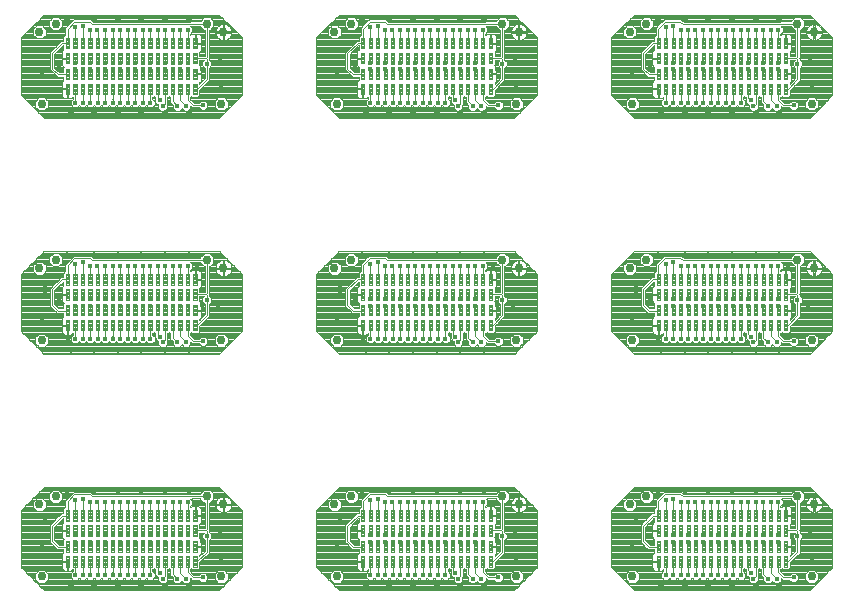
<source format=gbl>
G75*
%MOIN*%
%OFA0B0*%
%FSLAX25Y25*%
%IPPOS*%
%LPD*%
%AMOC8*
5,1,8,0,0,1.08239X$1,22.5*
%
%ADD10C,0.02953*%
%ADD11C,0.00450*%
%ADD12C,0.00394*%
%ADD13C,0.01587*%
%ADD14C,0.01981*%
D10*
X0123047Y0134858D03*
X0122260Y0158874D03*
X0127772Y0161630D03*
X0178165Y0161630D03*
X0183677Y0158874D03*
X0182890Y0134858D03*
X0221472Y0134858D03*
X0220685Y0158874D03*
X0226197Y0161630D03*
X0221472Y0213598D03*
X0220685Y0237614D03*
X0226197Y0240370D03*
X0183677Y0237614D03*
X0178165Y0240370D03*
X0182890Y0213598D03*
X0127772Y0240370D03*
X0122260Y0237614D03*
X0123047Y0213598D03*
X0123047Y0292339D03*
X0122260Y0316354D03*
X0127772Y0319110D03*
X0178165Y0319110D03*
X0183677Y0316354D03*
X0182890Y0292339D03*
X0221472Y0292339D03*
X0220685Y0316354D03*
X0226197Y0319110D03*
X0276591Y0319110D03*
X0282102Y0316354D03*
X0281315Y0292339D03*
X0319898Y0292339D03*
X0319110Y0316354D03*
X0324622Y0319110D03*
X0375016Y0319110D03*
X0380528Y0316354D03*
X0379740Y0292339D03*
X0375016Y0240370D03*
X0380528Y0237614D03*
X0379740Y0213598D03*
X0375016Y0161630D03*
X0380528Y0158874D03*
X0379740Y0134858D03*
X0324622Y0161630D03*
X0319110Y0158874D03*
X0319898Y0134858D03*
X0281315Y0134858D03*
X0282102Y0158874D03*
X0276591Y0161630D03*
X0281315Y0213598D03*
X0282102Y0237614D03*
X0276591Y0240370D03*
X0319110Y0237614D03*
X0324622Y0240370D03*
X0319898Y0213598D03*
D11*
X0328034Y0220413D02*
X0329084Y0220413D01*
X0329084Y0216863D01*
X0328034Y0216863D01*
X0328034Y0220413D01*
X0328034Y0217312D02*
X0329084Y0217312D01*
X0329084Y0217761D02*
X0328034Y0217761D01*
X0328034Y0218210D02*
X0329084Y0218210D01*
X0329084Y0218659D02*
X0328034Y0218659D01*
X0328034Y0219108D02*
X0329084Y0219108D01*
X0329084Y0219557D02*
X0328034Y0219557D01*
X0328034Y0220006D02*
X0329084Y0220006D01*
X0330534Y0220413D02*
X0331584Y0220413D01*
X0331584Y0216863D01*
X0330534Y0216863D01*
X0330534Y0220413D01*
X0330534Y0217312D02*
X0331584Y0217312D01*
X0331584Y0217761D02*
X0330534Y0217761D01*
X0330534Y0218210D02*
X0331584Y0218210D01*
X0331584Y0218659D02*
X0330534Y0218659D01*
X0330534Y0219108D02*
X0331584Y0219108D01*
X0331584Y0219557D02*
X0330534Y0219557D01*
X0330534Y0220006D02*
X0331584Y0220006D01*
X0333034Y0220413D02*
X0334084Y0220413D01*
X0334084Y0216863D01*
X0333034Y0216863D01*
X0333034Y0220413D01*
X0333034Y0217312D02*
X0334084Y0217312D01*
X0334084Y0217761D02*
X0333034Y0217761D01*
X0333034Y0218210D02*
X0334084Y0218210D01*
X0334084Y0218659D02*
X0333034Y0218659D01*
X0333034Y0219108D02*
X0334084Y0219108D01*
X0334084Y0219557D02*
X0333034Y0219557D01*
X0333034Y0220006D02*
X0334084Y0220006D01*
X0335534Y0220413D02*
X0336584Y0220413D01*
X0336584Y0216863D01*
X0335534Y0216863D01*
X0335534Y0220413D01*
X0335534Y0217312D02*
X0336584Y0217312D01*
X0336584Y0217761D02*
X0335534Y0217761D01*
X0335534Y0218210D02*
X0336584Y0218210D01*
X0336584Y0218659D02*
X0335534Y0218659D01*
X0335534Y0219108D02*
X0336584Y0219108D01*
X0336584Y0219557D02*
X0335534Y0219557D01*
X0335534Y0220006D02*
X0336584Y0220006D01*
X0338034Y0220413D02*
X0339084Y0220413D01*
X0339084Y0216863D01*
X0338034Y0216863D01*
X0338034Y0220413D01*
X0338034Y0217312D02*
X0339084Y0217312D01*
X0339084Y0217761D02*
X0338034Y0217761D01*
X0338034Y0218210D02*
X0339084Y0218210D01*
X0339084Y0218659D02*
X0338034Y0218659D01*
X0338034Y0219108D02*
X0339084Y0219108D01*
X0339084Y0219557D02*
X0338034Y0219557D01*
X0338034Y0220006D02*
X0339084Y0220006D01*
X0340534Y0220413D02*
X0341584Y0220413D01*
X0341584Y0216863D01*
X0340534Y0216863D01*
X0340534Y0220413D01*
X0340534Y0217312D02*
X0341584Y0217312D01*
X0341584Y0217761D02*
X0340534Y0217761D01*
X0340534Y0218210D02*
X0341584Y0218210D01*
X0341584Y0218659D02*
X0340534Y0218659D01*
X0340534Y0219108D02*
X0341584Y0219108D01*
X0341584Y0219557D02*
X0340534Y0219557D01*
X0340534Y0220006D02*
X0341584Y0220006D01*
X0343034Y0220413D02*
X0344084Y0220413D01*
X0344084Y0216863D01*
X0343034Y0216863D01*
X0343034Y0220413D01*
X0343034Y0217312D02*
X0344084Y0217312D01*
X0344084Y0217761D02*
X0343034Y0217761D01*
X0343034Y0218210D02*
X0344084Y0218210D01*
X0344084Y0218659D02*
X0343034Y0218659D01*
X0343034Y0219108D02*
X0344084Y0219108D01*
X0344084Y0219557D02*
X0343034Y0219557D01*
X0343034Y0220006D02*
X0344084Y0220006D01*
X0345534Y0220413D02*
X0346584Y0220413D01*
X0346584Y0216863D01*
X0345534Y0216863D01*
X0345534Y0220413D01*
X0345534Y0217312D02*
X0346584Y0217312D01*
X0346584Y0217761D02*
X0345534Y0217761D01*
X0345534Y0218210D02*
X0346584Y0218210D01*
X0346584Y0218659D02*
X0345534Y0218659D01*
X0345534Y0219108D02*
X0346584Y0219108D01*
X0346584Y0219557D02*
X0345534Y0219557D01*
X0345534Y0220006D02*
X0346584Y0220006D01*
X0348034Y0220413D02*
X0349084Y0220413D01*
X0349084Y0216863D01*
X0348034Y0216863D01*
X0348034Y0220413D01*
X0348034Y0217312D02*
X0349084Y0217312D01*
X0349084Y0217761D02*
X0348034Y0217761D01*
X0348034Y0218210D02*
X0349084Y0218210D01*
X0349084Y0218659D02*
X0348034Y0218659D01*
X0348034Y0219108D02*
X0349084Y0219108D01*
X0349084Y0219557D02*
X0348034Y0219557D01*
X0348034Y0220006D02*
X0349084Y0220006D01*
X0350534Y0220413D02*
X0351584Y0220413D01*
X0351584Y0216863D01*
X0350534Y0216863D01*
X0350534Y0220413D01*
X0350534Y0217312D02*
X0351584Y0217312D01*
X0351584Y0217761D02*
X0350534Y0217761D01*
X0350534Y0218210D02*
X0351584Y0218210D01*
X0351584Y0218659D02*
X0350534Y0218659D01*
X0350534Y0219108D02*
X0351584Y0219108D01*
X0351584Y0219557D02*
X0350534Y0219557D01*
X0350534Y0220006D02*
X0351584Y0220006D01*
X0353034Y0220413D02*
X0354084Y0220413D01*
X0354084Y0216863D01*
X0353034Y0216863D01*
X0353034Y0220413D01*
X0353034Y0217312D02*
X0354084Y0217312D01*
X0354084Y0217761D02*
X0353034Y0217761D01*
X0353034Y0218210D02*
X0354084Y0218210D01*
X0354084Y0218659D02*
X0353034Y0218659D01*
X0353034Y0219108D02*
X0354084Y0219108D01*
X0354084Y0219557D02*
X0353034Y0219557D01*
X0353034Y0220006D02*
X0354084Y0220006D01*
X0355534Y0220413D02*
X0356584Y0220413D01*
X0356584Y0216863D01*
X0355534Y0216863D01*
X0355534Y0220413D01*
X0355534Y0217312D02*
X0356584Y0217312D01*
X0356584Y0217761D02*
X0355534Y0217761D01*
X0355534Y0218210D02*
X0356584Y0218210D01*
X0356584Y0218659D02*
X0355534Y0218659D01*
X0355534Y0219108D02*
X0356584Y0219108D01*
X0356584Y0219557D02*
X0355534Y0219557D01*
X0355534Y0220006D02*
X0356584Y0220006D01*
X0358034Y0220413D02*
X0359084Y0220413D01*
X0359084Y0216863D01*
X0358034Y0216863D01*
X0358034Y0220413D01*
X0358034Y0217312D02*
X0359084Y0217312D01*
X0359084Y0217761D02*
X0358034Y0217761D01*
X0358034Y0218210D02*
X0359084Y0218210D01*
X0359084Y0218659D02*
X0358034Y0218659D01*
X0358034Y0219108D02*
X0359084Y0219108D01*
X0359084Y0219557D02*
X0358034Y0219557D01*
X0358034Y0220006D02*
X0359084Y0220006D01*
X0360534Y0220413D02*
X0361584Y0220413D01*
X0361584Y0216863D01*
X0360534Y0216863D01*
X0360534Y0220413D01*
X0360534Y0217312D02*
X0361584Y0217312D01*
X0361584Y0217761D02*
X0360534Y0217761D01*
X0360534Y0218210D02*
X0361584Y0218210D01*
X0361584Y0218659D02*
X0360534Y0218659D01*
X0360534Y0219108D02*
X0361584Y0219108D01*
X0361584Y0219557D02*
X0360534Y0219557D01*
X0360534Y0220006D02*
X0361584Y0220006D01*
X0363034Y0220413D02*
X0364084Y0220413D01*
X0364084Y0216863D01*
X0363034Y0216863D01*
X0363034Y0220413D01*
X0363034Y0217312D02*
X0364084Y0217312D01*
X0364084Y0217761D02*
X0363034Y0217761D01*
X0363034Y0218210D02*
X0364084Y0218210D01*
X0364084Y0218659D02*
X0363034Y0218659D01*
X0363034Y0219108D02*
X0364084Y0219108D01*
X0364084Y0219557D02*
X0363034Y0219557D01*
X0363034Y0220006D02*
X0364084Y0220006D01*
X0365534Y0220413D02*
X0366584Y0220413D01*
X0366584Y0216863D01*
X0365534Y0216863D01*
X0365534Y0220413D01*
X0365534Y0217312D02*
X0366584Y0217312D01*
X0366584Y0217761D02*
X0365534Y0217761D01*
X0365534Y0218210D02*
X0366584Y0218210D01*
X0366584Y0218659D02*
X0365534Y0218659D01*
X0365534Y0219108D02*
X0366584Y0219108D01*
X0366584Y0219557D02*
X0365534Y0219557D01*
X0365534Y0220006D02*
X0366584Y0220006D01*
X0368034Y0220413D02*
X0369084Y0220413D01*
X0369084Y0216863D01*
X0368034Y0216863D01*
X0368034Y0220413D01*
X0368034Y0217312D02*
X0369084Y0217312D01*
X0369084Y0217761D02*
X0368034Y0217761D01*
X0368034Y0218210D02*
X0369084Y0218210D01*
X0369084Y0218659D02*
X0368034Y0218659D01*
X0368034Y0219108D02*
X0369084Y0219108D01*
X0369084Y0219557D02*
X0368034Y0219557D01*
X0368034Y0220006D02*
X0369084Y0220006D01*
X0370534Y0220413D02*
X0371584Y0220413D01*
X0371584Y0216863D01*
X0370534Y0216863D01*
X0370534Y0220413D01*
X0370534Y0217312D02*
X0371584Y0217312D01*
X0371584Y0217761D02*
X0370534Y0217761D01*
X0370534Y0218210D02*
X0371584Y0218210D01*
X0371584Y0218659D02*
X0370534Y0218659D01*
X0370534Y0219108D02*
X0371584Y0219108D01*
X0371584Y0219557D02*
X0370534Y0219557D01*
X0370534Y0220006D02*
X0371584Y0220006D01*
X0371584Y0221863D02*
X0370534Y0221863D01*
X0370534Y0225413D01*
X0371584Y0225413D01*
X0371584Y0221863D01*
X0371584Y0222312D02*
X0370534Y0222312D01*
X0370534Y0222761D02*
X0371584Y0222761D01*
X0371584Y0223210D02*
X0370534Y0223210D01*
X0370534Y0223659D02*
X0371584Y0223659D01*
X0371584Y0224108D02*
X0370534Y0224108D01*
X0370534Y0224557D02*
X0371584Y0224557D01*
X0371584Y0225006D02*
X0370534Y0225006D01*
X0369084Y0221863D02*
X0368034Y0221863D01*
X0368034Y0225413D01*
X0369084Y0225413D01*
X0369084Y0221863D01*
X0369084Y0222312D02*
X0368034Y0222312D01*
X0368034Y0222761D02*
X0369084Y0222761D01*
X0369084Y0223210D02*
X0368034Y0223210D01*
X0368034Y0223659D02*
X0369084Y0223659D01*
X0369084Y0224108D02*
X0368034Y0224108D01*
X0368034Y0224557D02*
X0369084Y0224557D01*
X0369084Y0225006D02*
X0368034Y0225006D01*
X0366584Y0221863D02*
X0365534Y0221863D01*
X0365534Y0225413D01*
X0366584Y0225413D01*
X0366584Y0221863D01*
X0366584Y0222312D02*
X0365534Y0222312D01*
X0365534Y0222761D02*
X0366584Y0222761D01*
X0366584Y0223210D02*
X0365534Y0223210D01*
X0365534Y0223659D02*
X0366584Y0223659D01*
X0366584Y0224108D02*
X0365534Y0224108D01*
X0365534Y0224557D02*
X0366584Y0224557D01*
X0366584Y0225006D02*
X0365534Y0225006D01*
X0364084Y0221863D02*
X0363034Y0221863D01*
X0363034Y0225413D01*
X0364084Y0225413D01*
X0364084Y0221863D01*
X0364084Y0222312D02*
X0363034Y0222312D01*
X0363034Y0222761D02*
X0364084Y0222761D01*
X0364084Y0223210D02*
X0363034Y0223210D01*
X0363034Y0223659D02*
X0364084Y0223659D01*
X0364084Y0224108D02*
X0363034Y0224108D01*
X0363034Y0224557D02*
X0364084Y0224557D01*
X0364084Y0225006D02*
X0363034Y0225006D01*
X0361584Y0221863D02*
X0360534Y0221863D01*
X0360534Y0225413D01*
X0361584Y0225413D01*
X0361584Y0221863D01*
X0361584Y0222312D02*
X0360534Y0222312D01*
X0360534Y0222761D02*
X0361584Y0222761D01*
X0361584Y0223210D02*
X0360534Y0223210D01*
X0360534Y0223659D02*
X0361584Y0223659D01*
X0361584Y0224108D02*
X0360534Y0224108D01*
X0360534Y0224557D02*
X0361584Y0224557D01*
X0361584Y0225006D02*
X0360534Y0225006D01*
X0359084Y0221863D02*
X0358034Y0221863D01*
X0358034Y0225413D01*
X0359084Y0225413D01*
X0359084Y0221863D01*
X0359084Y0222312D02*
X0358034Y0222312D01*
X0358034Y0222761D02*
X0359084Y0222761D01*
X0359084Y0223210D02*
X0358034Y0223210D01*
X0358034Y0223659D02*
X0359084Y0223659D01*
X0359084Y0224108D02*
X0358034Y0224108D01*
X0358034Y0224557D02*
X0359084Y0224557D01*
X0359084Y0225006D02*
X0358034Y0225006D01*
X0356584Y0221863D02*
X0355534Y0221863D01*
X0355534Y0225413D01*
X0356584Y0225413D01*
X0356584Y0221863D01*
X0356584Y0222312D02*
X0355534Y0222312D01*
X0355534Y0222761D02*
X0356584Y0222761D01*
X0356584Y0223210D02*
X0355534Y0223210D01*
X0355534Y0223659D02*
X0356584Y0223659D01*
X0356584Y0224108D02*
X0355534Y0224108D01*
X0355534Y0224557D02*
X0356584Y0224557D01*
X0356584Y0225006D02*
X0355534Y0225006D01*
X0354084Y0221863D02*
X0353034Y0221863D01*
X0353034Y0225413D01*
X0354084Y0225413D01*
X0354084Y0221863D01*
X0354084Y0222312D02*
X0353034Y0222312D01*
X0353034Y0222761D02*
X0354084Y0222761D01*
X0354084Y0223210D02*
X0353034Y0223210D01*
X0353034Y0223659D02*
X0354084Y0223659D01*
X0354084Y0224108D02*
X0353034Y0224108D01*
X0353034Y0224557D02*
X0354084Y0224557D01*
X0354084Y0225006D02*
X0353034Y0225006D01*
X0351584Y0221863D02*
X0350534Y0221863D01*
X0350534Y0225413D01*
X0351584Y0225413D01*
X0351584Y0221863D01*
X0351584Y0222312D02*
X0350534Y0222312D01*
X0350534Y0222761D02*
X0351584Y0222761D01*
X0351584Y0223210D02*
X0350534Y0223210D01*
X0350534Y0223659D02*
X0351584Y0223659D01*
X0351584Y0224108D02*
X0350534Y0224108D01*
X0350534Y0224557D02*
X0351584Y0224557D01*
X0351584Y0225006D02*
X0350534Y0225006D01*
X0349084Y0221863D02*
X0348034Y0221863D01*
X0348034Y0225413D01*
X0349084Y0225413D01*
X0349084Y0221863D01*
X0349084Y0222312D02*
X0348034Y0222312D01*
X0348034Y0222761D02*
X0349084Y0222761D01*
X0349084Y0223210D02*
X0348034Y0223210D01*
X0348034Y0223659D02*
X0349084Y0223659D01*
X0349084Y0224108D02*
X0348034Y0224108D01*
X0348034Y0224557D02*
X0349084Y0224557D01*
X0349084Y0225006D02*
X0348034Y0225006D01*
X0346584Y0221863D02*
X0345534Y0221863D01*
X0345534Y0225413D01*
X0346584Y0225413D01*
X0346584Y0221863D01*
X0346584Y0222312D02*
X0345534Y0222312D01*
X0345534Y0222761D02*
X0346584Y0222761D01*
X0346584Y0223210D02*
X0345534Y0223210D01*
X0345534Y0223659D02*
X0346584Y0223659D01*
X0346584Y0224108D02*
X0345534Y0224108D01*
X0345534Y0224557D02*
X0346584Y0224557D01*
X0346584Y0225006D02*
X0345534Y0225006D01*
X0344084Y0221863D02*
X0343034Y0221863D01*
X0343034Y0225413D01*
X0344084Y0225413D01*
X0344084Y0221863D01*
X0344084Y0222312D02*
X0343034Y0222312D01*
X0343034Y0222761D02*
X0344084Y0222761D01*
X0344084Y0223210D02*
X0343034Y0223210D01*
X0343034Y0223659D02*
X0344084Y0223659D01*
X0344084Y0224108D02*
X0343034Y0224108D01*
X0343034Y0224557D02*
X0344084Y0224557D01*
X0344084Y0225006D02*
X0343034Y0225006D01*
X0341584Y0221863D02*
X0340534Y0221863D01*
X0340534Y0225413D01*
X0341584Y0225413D01*
X0341584Y0221863D01*
X0341584Y0222312D02*
X0340534Y0222312D01*
X0340534Y0222761D02*
X0341584Y0222761D01*
X0341584Y0223210D02*
X0340534Y0223210D01*
X0340534Y0223659D02*
X0341584Y0223659D01*
X0341584Y0224108D02*
X0340534Y0224108D01*
X0340534Y0224557D02*
X0341584Y0224557D01*
X0341584Y0225006D02*
X0340534Y0225006D01*
X0339084Y0221863D02*
X0338034Y0221863D01*
X0338034Y0225413D01*
X0339084Y0225413D01*
X0339084Y0221863D01*
X0339084Y0222312D02*
X0338034Y0222312D01*
X0338034Y0222761D02*
X0339084Y0222761D01*
X0339084Y0223210D02*
X0338034Y0223210D01*
X0338034Y0223659D02*
X0339084Y0223659D01*
X0339084Y0224108D02*
X0338034Y0224108D01*
X0338034Y0224557D02*
X0339084Y0224557D01*
X0339084Y0225006D02*
X0338034Y0225006D01*
X0336584Y0221863D02*
X0335534Y0221863D01*
X0335534Y0225413D01*
X0336584Y0225413D01*
X0336584Y0221863D01*
X0336584Y0222312D02*
X0335534Y0222312D01*
X0335534Y0222761D02*
X0336584Y0222761D01*
X0336584Y0223210D02*
X0335534Y0223210D01*
X0335534Y0223659D02*
X0336584Y0223659D01*
X0336584Y0224108D02*
X0335534Y0224108D01*
X0335534Y0224557D02*
X0336584Y0224557D01*
X0336584Y0225006D02*
X0335534Y0225006D01*
X0334084Y0221863D02*
X0333034Y0221863D01*
X0333034Y0225413D01*
X0334084Y0225413D01*
X0334084Y0221863D01*
X0334084Y0222312D02*
X0333034Y0222312D01*
X0333034Y0222761D02*
X0334084Y0222761D01*
X0334084Y0223210D02*
X0333034Y0223210D01*
X0333034Y0223659D02*
X0334084Y0223659D01*
X0334084Y0224108D02*
X0333034Y0224108D01*
X0333034Y0224557D02*
X0334084Y0224557D01*
X0334084Y0225006D02*
X0333034Y0225006D01*
X0331584Y0221863D02*
X0330534Y0221863D01*
X0330534Y0225413D01*
X0331584Y0225413D01*
X0331584Y0221863D01*
X0331584Y0222312D02*
X0330534Y0222312D01*
X0330534Y0222761D02*
X0331584Y0222761D01*
X0331584Y0223210D02*
X0330534Y0223210D01*
X0330534Y0223659D02*
X0331584Y0223659D01*
X0331584Y0224108D02*
X0330534Y0224108D01*
X0330534Y0224557D02*
X0331584Y0224557D01*
X0331584Y0225006D02*
X0330534Y0225006D01*
X0329084Y0221863D02*
X0328034Y0221863D01*
X0328034Y0225413D01*
X0329084Y0225413D01*
X0329084Y0221863D01*
X0329084Y0222312D02*
X0328034Y0222312D01*
X0328034Y0222761D02*
X0329084Y0222761D01*
X0329084Y0223210D02*
X0328034Y0223210D01*
X0328034Y0223659D02*
X0329084Y0223659D01*
X0329084Y0224108D02*
X0328034Y0224108D01*
X0328034Y0224557D02*
X0329084Y0224557D01*
X0329084Y0225006D02*
X0328034Y0225006D01*
X0328034Y0230649D02*
X0329084Y0230649D01*
X0329084Y0227099D01*
X0328034Y0227099D01*
X0328034Y0230649D01*
X0328034Y0227548D02*
X0329084Y0227548D01*
X0329084Y0227997D02*
X0328034Y0227997D01*
X0328034Y0228446D02*
X0329084Y0228446D01*
X0329084Y0228895D02*
X0328034Y0228895D01*
X0328034Y0229344D02*
X0329084Y0229344D01*
X0329084Y0229793D02*
X0328034Y0229793D01*
X0328034Y0230242D02*
X0329084Y0230242D01*
X0330534Y0230649D02*
X0331584Y0230649D01*
X0331584Y0227099D01*
X0330534Y0227099D01*
X0330534Y0230649D01*
X0330534Y0227548D02*
X0331584Y0227548D01*
X0331584Y0227997D02*
X0330534Y0227997D01*
X0330534Y0228446D02*
X0331584Y0228446D01*
X0331584Y0228895D02*
X0330534Y0228895D01*
X0330534Y0229344D02*
X0331584Y0229344D01*
X0331584Y0229793D02*
X0330534Y0229793D01*
X0330534Y0230242D02*
X0331584Y0230242D01*
X0333034Y0230649D02*
X0334084Y0230649D01*
X0334084Y0227099D01*
X0333034Y0227099D01*
X0333034Y0230649D01*
X0333034Y0227548D02*
X0334084Y0227548D01*
X0334084Y0227997D02*
X0333034Y0227997D01*
X0333034Y0228446D02*
X0334084Y0228446D01*
X0334084Y0228895D02*
X0333034Y0228895D01*
X0333034Y0229344D02*
X0334084Y0229344D01*
X0334084Y0229793D02*
X0333034Y0229793D01*
X0333034Y0230242D02*
X0334084Y0230242D01*
X0335534Y0230649D02*
X0336584Y0230649D01*
X0336584Y0227099D01*
X0335534Y0227099D01*
X0335534Y0230649D01*
X0335534Y0227548D02*
X0336584Y0227548D01*
X0336584Y0227997D02*
X0335534Y0227997D01*
X0335534Y0228446D02*
X0336584Y0228446D01*
X0336584Y0228895D02*
X0335534Y0228895D01*
X0335534Y0229344D02*
X0336584Y0229344D01*
X0336584Y0229793D02*
X0335534Y0229793D01*
X0335534Y0230242D02*
X0336584Y0230242D01*
X0338034Y0230649D02*
X0339084Y0230649D01*
X0339084Y0227099D01*
X0338034Y0227099D01*
X0338034Y0230649D01*
X0338034Y0227548D02*
X0339084Y0227548D01*
X0339084Y0227997D02*
X0338034Y0227997D01*
X0338034Y0228446D02*
X0339084Y0228446D01*
X0339084Y0228895D02*
X0338034Y0228895D01*
X0338034Y0229344D02*
X0339084Y0229344D01*
X0339084Y0229793D02*
X0338034Y0229793D01*
X0338034Y0230242D02*
X0339084Y0230242D01*
X0340534Y0230649D02*
X0341584Y0230649D01*
X0341584Y0227099D01*
X0340534Y0227099D01*
X0340534Y0230649D01*
X0340534Y0227548D02*
X0341584Y0227548D01*
X0341584Y0227997D02*
X0340534Y0227997D01*
X0340534Y0228446D02*
X0341584Y0228446D01*
X0341584Y0228895D02*
X0340534Y0228895D01*
X0340534Y0229344D02*
X0341584Y0229344D01*
X0341584Y0229793D02*
X0340534Y0229793D01*
X0340534Y0230242D02*
X0341584Y0230242D01*
X0343034Y0230649D02*
X0344084Y0230649D01*
X0344084Y0227099D01*
X0343034Y0227099D01*
X0343034Y0230649D01*
X0343034Y0227548D02*
X0344084Y0227548D01*
X0344084Y0227997D02*
X0343034Y0227997D01*
X0343034Y0228446D02*
X0344084Y0228446D01*
X0344084Y0228895D02*
X0343034Y0228895D01*
X0343034Y0229344D02*
X0344084Y0229344D01*
X0344084Y0229793D02*
X0343034Y0229793D01*
X0343034Y0230242D02*
X0344084Y0230242D01*
X0345534Y0230649D02*
X0346584Y0230649D01*
X0346584Y0227099D01*
X0345534Y0227099D01*
X0345534Y0230649D01*
X0345534Y0227548D02*
X0346584Y0227548D01*
X0346584Y0227997D02*
X0345534Y0227997D01*
X0345534Y0228446D02*
X0346584Y0228446D01*
X0346584Y0228895D02*
X0345534Y0228895D01*
X0345534Y0229344D02*
X0346584Y0229344D01*
X0346584Y0229793D02*
X0345534Y0229793D01*
X0345534Y0230242D02*
X0346584Y0230242D01*
X0348034Y0230649D02*
X0349084Y0230649D01*
X0349084Y0227099D01*
X0348034Y0227099D01*
X0348034Y0230649D01*
X0348034Y0227548D02*
X0349084Y0227548D01*
X0349084Y0227997D02*
X0348034Y0227997D01*
X0348034Y0228446D02*
X0349084Y0228446D01*
X0349084Y0228895D02*
X0348034Y0228895D01*
X0348034Y0229344D02*
X0349084Y0229344D01*
X0349084Y0229793D02*
X0348034Y0229793D01*
X0348034Y0230242D02*
X0349084Y0230242D01*
X0350534Y0230649D02*
X0351584Y0230649D01*
X0351584Y0227099D01*
X0350534Y0227099D01*
X0350534Y0230649D01*
X0350534Y0227548D02*
X0351584Y0227548D01*
X0351584Y0227997D02*
X0350534Y0227997D01*
X0350534Y0228446D02*
X0351584Y0228446D01*
X0351584Y0228895D02*
X0350534Y0228895D01*
X0350534Y0229344D02*
X0351584Y0229344D01*
X0351584Y0229793D02*
X0350534Y0229793D01*
X0350534Y0230242D02*
X0351584Y0230242D01*
X0353034Y0230649D02*
X0354084Y0230649D01*
X0354084Y0227099D01*
X0353034Y0227099D01*
X0353034Y0230649D01*
X0353034Y0227548D02*
X0354084Y0227548D01*
X0354084Y0227997D02*
X0353034Y0227997D01*
X0353034Y0228446D02*
X0354084Y0228446D01*
X0354084Y0228895D02*
X0353034Y0228895D01*
X0353034Y0229344D02*
X0354084Y0229344D01*
X0354084Y0229793D02*
X0353034Y0229793D01*
X0353034Y0230242D02*
X0354084Y0230242D01*
X0355534Y0230649D02*
X0356584Y0230649D01*
X0356584Y0227099D01*
X0355534Y0227099D01*
X0355534Y0230649D01*
X0355534Y0227548D02*
X0356584Y0227548D01*
X0356584Y0227997D02*
X0355534Y0227997D01*
X0355534Y0228446D02*
X0356584Y0228446D01*
X0356584Y0228895D02*
X0355534Y0228895D01*
X0355534Y0229344D02*
X0356584Y0229344D01*
X0356584Y0229793D02*
X0355534Y0229793D01*
X0355534Y0230242D02*
X0356584Y0230242D01*
X0358034Y0230649D02*
X0359084Y0230649D01*
X0359084Y0227099D01*
X0358034Y0227099D01*
X0358034Y0230649D01*
X0358034Y0227548D02*
X0359084Y0227548D01*
X0359084Y0227997D02*
X0358034Y0227997D01*
X0358034Y0228446D02*
X0359084Y0228446D01*
X0359084Y0228895D02*
X0358034Y0228895D01*
X0358034Y0229344D02*
X0359084Y0229344D01*
X0359084Y0229793D02*
X0358034Y0229793D01*
X0358034Y0230242D02*
X0359084Y0230242D01*
X0360534Y0230649D02*
X0361584Y0230649D01*
X0361584Y0227099D01*
X0360534Y0227099D01*
X0360534Y0230649D01*
X0360534Y0227548D02*
X0361584Y0227548D01*
X0361584Y0227997D02*
X0360534Y0227997D01*
X0360534Y0228446D02*
X0361584Y0228446D01*
X0361584Y0228895D02*
X0360534Y0228895D01*
X0360534Y0229344D02*
X0361584Y0229344D01*
X0361584Y0229793D02*
X0360534Y0229793D01*
X0360534Y0230242D02*
X0361584Y0230242D01*
X0363034Y0230649D02*
X0364084Y0230649D01*
X0364084Y0227099D01*
X0363034Y0227099D01*
X0363034Y0230649D01*
X0363034Y0227548D02*
X0364084Y0227548D01*
X0364084Y0227997D02*
X0363034Y0227997D01*
X0363034Y0228446D02*
X0364084Y0228446D01*
X0364084Y0228895D02*
X0363034Y0228895D01*
X0363034Y0229344D02*
X0364084Y0229344D01*
X0364084Y0229793D02*
X0363034Y0229793D01*
X0363034Y0230242D02*
X0364084Y0230242D01*
X0365534Y0230649D02*
X0366584Y0230649D01*
X0366584Y0227099D01*
X0365534Y0227099D01*
X0365534Y0230649D01*
X0365534Y0227548D02*
X0366584Y0227548D01*
X0366584Y0227997D02*
X0365534Y0227997D01*
X0365534Y0228446D02*
X0366584Y0228446D01*
X0366584Y0228895D02*
X0365534Y0228895D01*
X0365534Y0229344D02*
X0366584Y0229344D01*
X0366584Y0229793D02*
X0365534Y0229793D01*
X0365534Y0230242D02*
X0366584Y0230242D01*
X0368034Y0230649D02*
X0369084Y0230649D01*
X0369084Y0227099D01*
X0368034Y0227099D01*
X0368034Y0230649D01*
X0368034Y0227548D02*
X0369084Y0227548D01*
X0369084Y0227997D02*
X0368034Y0227997D01*
X0368034Y0228446D02*
X0369084Y0228446D01*
X0369084Y0228895D02*
X0368034Y0228895D01*
X0368034Y0229344D02*
X0369084Y0229344D01*
X0369084Y0229793D02*
X0368034Y0229793D01*
X0368034Y0230242D02*
X0369084Y0230242D01*
X0370534Y0230649D02*
X0371584Y0230649D01*
X0371584Y0227099D01*
X0370534Y0227099D01*
X0370534Y0230649D01*
X0370534Y0227548D02*
X0371584Y0227548D01*
X0371584Y0227997D02*
X0370534Y0227997D01*
X0370534Y0228446D02*
X0371584Y0228446D01*
X0371584Y0228895D02*
X0370534Y0228895D01*
X0370534Y0229344D02*
X0371584Y0229344D01*
X0371584Y0229793D02*
X0370534Y0229793D01*
X0370534Y0230242D02*
X0371584Y0230242D01*
X0371584Y0232099D02*
X0370534Y0232099D01*
X0370534Y0235649D01*
X0371584Y0235649D01*
X0371584Y0232099D01*
X0371584Y0232548D02*
X0370534Y0232548D01*
X0370534Y0232997D02*
X0371584Y0232997D01*
X0371584Y0233446D02*
X0370534Y0233446D01*
X0370534Y0233895D02*
X0371584Y0233895D01*
X0371584Y0234344D02*
X0370534Y0234344D01*
X0370534Y0234793D02*
X0371584Y0234793D01*
X0371584Y0235242D02*
X0370534Y0235242D01*
X0369084Y0232099D02*
X0368034Y0232099D01*
X0368034Y0235649D01*
X0369084Y0235649D01*
X0369084Y0232099D01*
X0369084Y0232548D02*
X0368034Y0232548D01*
X0368034Y0232997D02*
X0369084Y0232997D01*
X0369084Y0233446D02*
X0368034Y0233446D01*
X0368034Y0233895D02*
X0369084Y0233895D01*
X0369084Y0234344D02*
X0368034Y0234344D01*
X0368034Y0234793D02*
X0369084Y0234793D01*
X0369084Y0235242D02*
X0368034Y0235242D01*
X0366584Y0232099D02*
X0365534Y0232099D01*
X0365534Y0235649D01*
X0366584Y0235649D01*
X0366584Y0232099D01*
X0366584Y0232548D02*
X0365534Y0232548D01*
X0365534Y0232997D02*
X0366584Y0232997D01*
X0366584Y0233446D02*
X0365534Y0233446D01*
X0365534Y0233895D02*
X0366584Y0233895D01*
X0366584Y0234344D02*
X0365534Y0234344D01*
X0365534Y0234793D02*
X0366584Y0234793D01*
X0366584Y0235242D02*
X0365534Y0235242D01*
X0364084Y0232099D02*
X0363034Y0232099D01*
X0363034Y0235649D01*
X0364084Y0235649D01*
X0364084Y0232099D01*
X0364084Y0232548D02*
X0363034Y0232548D01*
X0363034Y0232997D02*
X0364084Y0232997D01*
X0364084Y0233446D02*
X0363034Y0233446D01*
X0363034Y0233895D02*
X0364084Y0233895D01*
X0364084Y0234344D02*
X0363034Y0234344D01*
X0363034Y0234793D02*
X0364084Y0234793D01*
X0364084Y0235242D02*
X0363034Y0235242D01*
X0361584Y0232099D02*
X0360534Y0232099D01*
X0360534Y0235649D01*
X0361584Y0235649D01*
X0361584Y0232099D01*
X0361584Y0232548D02*
X0360534Y0232548D01*
X0360534Y0232997D02*
X0361584Y0232997D01*
X0361584Y0233446D02*
X0360534Y0233446D01*
X0360534Y0233895D02*
X0361584Y0233895D01*
X0361584Y0234344D02*
X0360534Y0234344D01*
X0360534Y0234793D02*
X0361584Y0234793D01*
X0361584Y0235242D02*
X0360534Y0235242D01*
X0359084Y0232099D02*
X0358034Y0232099D01*
X0358034Y0235649D01*
X0359084Y0235649D01*
X0359084Y0232099D01*
X0359084Y0232548D02*
X0358034Y0232548D01*
X0358034Y0232997D02*
X0359084Y0232997D01*
X0359084Y0233446D02*
X0358034Y0233446D01*
X0358034Y0233895D02*
X0359084Y0233895D01*
X0359084Y0234344D02*
X0358034Y0234344D01*
X0358034Y0234793D02*
X0359084Y0234793D01*
X0359084Y0235242D02*
X0358034Y0235242D01*
X0356584Y0232099D02*
X0355534Y0232099D01*
X0355534Y0235649D01*
X0356584Y0235649D01*
X0356584Y0232099D01*
X0356584Y0232548D02*
X0355534Y0232548D01*
X0355534Y0232997D02*
X0356584Y0232997D01*
X0356584Y0233446D02*
X0355534Y0233446D01*
X0355534Y0233895D02*
X0356584Y0233895D01*
X0356584Y0234344D02*
X0355534Y0234344D01*
X0355534Y0234793D02*
X0356584Y0234793D01*
X0356584Y0235242D02*
X0355534Y0235242D01*
X0354084Y0232099D02*
X0353034Y0232099D01*
X0353034Y0235649D01*
X0354084Y0235649D01*
X0354084Y0232099D01*
X0354084Y0232548D02*
X0353034Y0232548D01*
X0353034Y0232997D02*
X0354084Y0232997D01*
X0354084Y0233446D02*
X0353034Y0233446D01*
X0353034Y0233895D02*
X0354084Y0233895D01*
X0354084Y0234344D02*
X0353034Y0234344D01*
X0353034Y0234793D02*
X0354084Y0234793D01*
X0354084Y0235242D02*
X0353034Y0235242D01*
X0351584Y0232099D02*
X0350534Y0232099D01*
X0350534Y0235649D01*
X0351584Y0235649D01*
X0351584Y0232099D01*
X0351584Y0232548D02*
X0350534Y0232548D01*
X0350534Y0232997D02*
X0351584Y0232997D01*
X0351584Y0233446D02*
X0350534Y0233446D01*
X0350534Y0233895D02*
X0351584Y0233895D01*
X0351584Y0234344D02*
X0350534Y0234344D01*
X0350534Y0234793D02*
X0351584Y0234793D01*
X0351584Y0235242D02*
X0350534Y0235242D01*
X0349084Y0232099D02*
X0348034Y0232099D01*
X0348034Y0235649D01*
X0349084Y0235649D01*
X0349084Y0232099D01*
X0349084Y0232548D02*
X0348034Y0232548D01*
X0348034Y0232997D02*
X0349084Y0232997D01*
X0349084Y0233446D02*
X0348034Y0233446D01*
X0348034Y0233895D02*
X0349084Y0233895D01*
X0349084Y0234344D02*
X0348034Y0234344D01*
X0348034Y0234793D02*
X0349084Y0234793D01*
X0349084Y0235242D02*
X0348034Y0235242D01*
X0346584Y0232099D02*
X0345534Y0232099D01*
X0345534Y0235649D01*
X0346584Y0235649D01*
X0346584Y0232099D01*
X0346584Y0232548D02*
X0345534Y0232548D01*
X0345534Y0232997D02*
X0346584Y0232997D01*
X0346584Y0233446D02*
X0345534Y0233446D01*
X0345534Y0233895D02*
X0346584Y0233895D01*
X0346584Y0234344D02*
X0345534Y0234344D01*
X0345534Y0234793D02*
X0346584Y0234793D01*
X0346584Y0235242D02*
X0345534Y0235242D01*
X0344084Y0232099D02*
X0343034Y0232099D01*
X0343034Y0235649D01*
X0344084Y0235649D01*
X0344084Y0232099D01*
X0344084Y0232548D02*
X0343034Y0232548D01*
X0343034Y0232997D02*
X0344084Y0232997D01*
X0344084Y0233446D02*
X0343034Y0233446D01*
X0343034Y0233895D02*
X0344084Y0233895D01*
X0344084Y0234344D02*
X0343034Y0234344D01*
X0343034Y0234793D02*
X0344084Y0234793D01*
X0344084Y0235242D02*
X0343034Y0235242D01*
X0341584Y0232099D02*
X0340534Y0232099D01*
X0340534Y0235649D01*
X0341584Y0235649D01*
X0341584Y0232099D01*
X0341584Y0232548D02*
X0340534Y0232548D01*
X0340534Y0232997D02*
X0341584Y0232997D01*
X0341584Y0233446D02*
X0340534Y0233446D01*
X0340534Y0233895D02*
X0341584Y0233895D01*
X0341584Y0234344D02*
X0340534Y0234344D01*
X0340534Y0234793D02*
X0341584Y0234793D01*
X0341584Y0235242D02*
X0340534Y0235242D01*
X0339084Y0232099D02*
X0338034Y0232099D01*
X0338034Y0235649D01*
X0339084Y0235649D01*
X0339084Y0232099D01*
X0339084Y0232548D02*
X0338034Y0232548D01*
X0338034Y0232997D02*
X0339084Y0232997D01*
X0339084Y0233446D02*
X0338034Y0233446D01*
X0338034Y0233895D02*
X0339084Y0233895D01*
X0339084Y0234344D02*
X0338034Y0234344D01*
X0338034Y0234793D02*
X0339084Y0234793D01*
X0339084Y0235242D02*
X0338034Y0235242D01*
X0336584Y0232099D02*
X0335534Y0232099D01*
X0335534Y0235649D01*
X0336584Y0235649D01*
X0336584Y0232099D01*
X0336584Y0232548D02*
X0335534Y0232548D01*
X0335534Y0232997D02*
X0336584Y0232997D01*
X0336584Y0233446D02*
X0335534Y0233446D01*
X0335534Y0233895D02*
X0336584Y0233895D01*
X0336584Y0234344D02*
X0335534Y0234344D01*
X0335534Y0234793D02*
X0336584Y0234793D01*
X0336584Y0235242D02*
X0335534Y0235242D01*
X0334084Y0232099D02*
X0333034Y0232099D01*
X0333034Y0235649D01*
X0334084Y0235649D01*
X0334084Y0232099D01*
X0334084Y0232548D02*
X0333034Y0232548D01*
X0333034Y0232997D02*
X0334084Y0232997D01*
X0334084Y0233446D02*
X0333034Y0233446D01*
X0333034Y0233895D02*
X0334084Y0233895D01*
X0334084Y0234344D02*
X0333034Y0234344D01*
X0333034Y0234793D02*
X0334084Y0234793D01*
X0334084Y0235242D02*
X0333034Y0235242D01*
X0331584Y0232099D02*
X0330534Y0232099D01*
X0330534Y0235649D01*
X0331584Y0235649D01*
X0331584Y0232099D01*
X0331584Y0232548D02*
X0330534Y0232548D01*
X0330534Y0232997D02*
X0331584Y0232997D01*
X0331584Y0233446D02*
X0330534Y0233446D01*
X0330534Y0233895D02*
X0331584Y0233895D01*
X0331584Y0234344D02*
X0330534Y0234344D01*
X0330534Y0234793D02*
X0331584Y0234793D01*
X0331584Y0235242D02*
X0330534Y0235242D01*
X0329084Y0232099D02*
X0328034Y0232099D01*
X0328034Y0235649D01*
X0329084Y0235649D01*
X0329084Y0232099D01*
X0329084Y0232548D02*
X0328034Y0232548D01*
X0328034Y0232997D02*
X0329084Y0232997D01*
X0329084Y0233446D02*
X0328034Y0233446D01*
X0328034Y0233895D02*
X0329084Y0233895D01*
X0329084Y0234344D02*
X0328034Y0234344D01*
X0328034Y0234793D02*
X0329084Y0234793D01*
X0329084Y0235242D02*
X0328034Y0235242D01*
X0273159Y0232099D02*
X0272109Y0232099D01*
X0272109Y0235649D01*
X0273159Y0235649D01*
X0273159Y0232099D01*
X0273159Y0232548D02*
X0272109Y0232548D01*
X0272109Y0232997D02*
X0273159Y0232997D01*
X0273159Y0233446D02*
X0272109Y0233446D01*
X0272109Y0233895D02*
X0273159Y0233895D01*
X0273159Y0234344D02*
X0272109Y0234344D01*
X0272109Y0234793D02*
X0273159Y0234793D01*
X0273159Y0235242D02*
X0272109Y0235242D01*
X0270659Y0232099D02*
X0269609Y0232099D01*
X0269609Y0235649D01*
X0270659Y0235649D01*
X0270659Y0232099D01*
X0270659Y0232548D02*
X0269609Y0232548D01*
X0269609Y0232997D02*
X0270659Y0232997D01*
X0270659Y0233446D02*
X0269609Y0233446D01*
X0269609Y0233895D02*
X0270659Y0233895D01*
X0270659Y0234344D02*
X0269609Y0234344D01*
X0269609Y0234793D02*
X0270659Y0234793D01*
X0270659Y0235242D02*
X0269609Y0235242D01*
X0268159Y0232099D02*
X0267109Y0232099D01*
X0267109Y0235649D01*
X0268159Y0235649D01*
X0268159Y0232099D01*
X0268159Y0232548D02*
X0267109Y0232548D01*
X0267109Y0232997D02*
X0268159Y0232997D01*
X0268159Y0233446D02*
X0267109Y0233446D01*
X0267109Y0233895D02*
X0268159Y0233895D01*
X0268159Y0234344D02*
X0267109Y0234344D01*
X0267109Y0234793D02*
X0268159Y0234793D01*
X0268159Y0235242D02*
X0267109Y0235242D01*
X0265659Y0232099D02*
X0264609Y0232099D01*
X0264609Y0235649D01*
X0265659Y0235649D01*
X0265659Y0232099D01*
X0265659Y0232548D02*
X0264609Y0232548D01*
X0264609Y0232997D02*
X0265659Y0232997D01*
X0265659Y0233446D02*
X0264609Y0233446D01*
X0264609Y0233895D02*
X0265659Y0233895D01*
X0265659Y0234344D02*
X0264609Y0234344D01*
X0264609Y0234793D02*
X0265659Y0234793D01*
X0265659Y0235242D02*
X0264609Y0235242D01*
X0263159Y0232099D02*
X0262109Y0232099D01*
X0262109Y0235649D01*
X0263159Y0235649D01*
X0263159Y0232099D01*
X0263159Y0232548D02*
X0262109Y0232548D01*
X0262109Y0232997D02*
X0263159Y0232997D01*
X0263159Y0233446D02*
X0262109Y0233446D01*
X0262109Y0233895D02*
X0263159Y0233895D01*
X0263159Y0234344D02*
X0262109Y0234344D01*
X0262109Y0234793D02*
X0263159Y0234793D01*
X0263159Y0235242D02*
X0262109Y0235242D01*
X0260659Y0232099D02*
X0259609Y0232099D01*
X0259609Y0235649D01*
X0260659Y0235649D01*
X0260659Y0232099D01*
X0260659Y0232548D02*
X0259609Y0232548D01*
X0259609Y0232997D02*
X0260659Y0232997D01*
X0260659Y0233446D02*
X0259609Y0233446D01*
X0259609Y0233895D02*
X0260659Y0233895D01*
X0260659Y0234344D02*
X0259609Y0234344D01*
X0259609Y0234793D02*
X0260659Y0234793D01*
X0260659Y0235242D02*
X0259609Y0235242D01*
X0258159Y0232099D02*
X0257109Y0232099D01*
X0257109Y0235649D01*
X0258159Y0235649D01*
X0258159Y0232099D01*
X0258159Y0232548D02*
X0257109Y0232548D01*
X0257109Y0232997D02*
X0258159Y0232997D01*
X0258159Y0233446D02*
X0257109Y0233446D01*
X0257109Y0233895D02*
X0258159Y0233895D01*
X0258159Y0234344D02*
X0257109Y0234344D01*
X0257109Y0234793D02*
X0258159Y0234793D01*
X0258159Y0235242D02*
X0257109Y0235242D01*
X0255659Y0232099D02*
X0254609Y0232099D01*
X0254609Y0235649D01*
X0255659Y0235649D01*
X0255659Y0232099D01*
X0255659Y0232548D02*
X0254609Y0232548D01*
X0254609Y0232997D02*
X0255659Y0232997D01*
X0255659Y0233446D02*
X0254609Y0233446D01*
X0254609Y0233895D02*
X0255659Y0233895D01*
X0255659Y0234344D02*
X0254609Y0234344D01*
X0254609Y0234793D02*
X0255659Y0234793D01*
X0255659Y0235242D02*
X0254609Y0235242D01*
X0253159Y0232099D02*
X0252109Y0232099D01*
X0252109Y0235649D01*
X0253159Y0235649D01*
X0253159Y0232099D01*
X0253159Y0232548D02*
X0252109Y0232548D01*
X0252109Y0232997D02*
X0253159Y0232997D01*
X0253159Y0233446D02*
X0252109Y0233446D01*
X0252109Y0233895D02*
X0253159Y0233895D01*
X0253159Y0234344D02*
X0252109Y0234344D01*
X0252109Y0234793D02*
X0253159Y0234793D01*
X0253159Y0235242D02*
X0252109Y0235242D01*
X0250659Y0232099D02*
X0249609Y0232099D01*
X0249609Y0235649D01*
X0250659Y0235649D01*
X0250659Y0232099D01*
X0250659Y0232548D02*
X0249609Y0232548D01*
X0249609Y0232997D02*
X0250659Y0232997D01*
X0250659Y0233446D02*
X0249609Y0233446D01*
X0249609Y0233895D02*
X0250659Y0233895D01*
X0250659Y0234344D02*
X0249609Y0234344D01*
X0249609Y0234793D02*
X0250659Y0234793D01*
X0250659Y0235242D02*
X0249609Y0235242D01*
X0248159Y0232099D02*
X0247109Y0232099D01*
X0247109Y0235649D01*
X0248159Y0235649D01*
X0248159Y0232099D01*
X0248159Y0232548D02*
X0247109Y0232548D01*
X0247109Y0232997D02*
X0248159Y0232997D01*
X0248159Y0233446D02*
X0247109Y0233446D01*
X0247109Y0233895D02*
X0248159Y0233895D01*
X0248159Y0234344D02*
X0247109Y0234344D01*
X0247109Y0234793D02*
X0248159Y0234793D01*
X0248159Y0235242D02*
X0247109Y0235242D01*
X0245659Y0232099D02*
X0244609Y0232099D01*
X0244609Y0235649D01*
X0245659Y0235649D01*
X0245659Y0232099D01*
X0245659Y0232548D02*
X0244609Y0232548D01*
X0244609Y0232997D02*
X0245659Y0232997D01*
X0245659Y0233446D02*
X0244609Y0233446D01*
X0244609Y0233895D02*
X0245659Y0233895D01*
X0245659Y0234344D02*
X0244609Y0234344D01*
X0244609Y0234793D02*
X0245659Y0234793D01*
X0245659Y0235242D02*
X0244609Y0235242D01*
X0243159Y0232099D02*
X0242109Y0232099D01*
X0242109Y0235649D01*
X0243159Y0235649D01*
X0243159Y0232099D01*
X0243159Y0232548D02*
X0242109Y0232548D01*
X0242109Y0232997D02*
X0243159Y0232997D01*
X0243159Y0233446D02*
X0242109Y0233446D01*
X0242109Y0233895D02*
X0243159Y0233895D01*
X0243159Y0234344D02*
X0242109Y0234344D01*
X0242109Y0234793D02*
X0243159Y0234793D01*
X0243159Y0235242D02*
X0242109Y0235242D01*
X0240659Y0232099D02*
X0239609Y0232099D01*
X0239609Y0235649D01*
X0240659Y0235649D01*
X0240659Y0232099D01*
X0240659Y0232548D02*
X0239609Y0232548D01*
X0239609Y0232997D02*
X0240659Y0232997D01*
X0240659Y0233446D02*
X0239609Y0233446D01*
X0239609Y0233895D02*
X0240659Y0233895D01*
X0240659Y0234344D02*
X0239609Y0234344D01*
X0239609Y0234793D02*
X0240659Y0234793D01*
X0240659Y0235242D02*
X0239609Y0235242D01*
X0238159Y0232099D02*
X0237109Y0232099D01*
X0237109Y0235649D01*
X0238159Y0235649D01*
X0238159Y0232099D01*
X0238159Y0232548D02*
X0237109Y0232548D01*
X0237109Y0232997D02*
X0238159Y0232997D01*
X0238159Y0233446D02*
X0237109Y0233446D01*
X0237109Y0233895D02*
X0238159Y0233895D01*
X0238159Y0234344D02*
X0237109Y0234344D01*
X0237109Y0234793D02*
X0238159Y0234793D01*
X0238159Y0235242D02*
X0237109Y0235242D01*
X0235659Y0232099D02*
X0234609Y0232099D01*
X0234609Y0235649D01*
X0235659Y0235649D01*
X0235659Y0232099D01*
X0235659Y0232548D02*
X0234609Y0232548D01*
X0234609Y0232997D02*
X0235659Y0232997D01*
X0235659Y0233446D02*
X0234609Y0233446D01*
X0234609Y0233895D02*
X0235659Y0233895D01*
X0235659Y0234344D02*
X0234609Y0234344D01*
X0234609Y0234793D02*
X0235659Y0234793D01*
X0235659Y0235242D02*
X0234609Y0235242D01*
X0233159Y0232099D02*
X0232109Y0232099D01*
X0232109Y0235649D01*
X0233159Y0235649D01*
X0233159Y0232099D01*
X0233159Y0232548D02*
X0232109Y0232548D01*
X0232109Y0232997D02*
X0233159Y0232997D01*
X0233159Y0233446D02*
X0232109Y0233446D01*
X0232109Y0233895D02*
X0233159Y0233895D01*
X0233159Y0234344D02*
X0232109Y0234344D01*
X0232109Y0234793D02*
X0233159Y0234793D01*
X0233159Y0235242D02*
X0232109Y0235242D01*
X0230659Y0232099D02*
X0229609Y0232099D01*
X0229609Y0235649D01*
X0230659Y0235649D01*
X0230659Y0232099D01*
X0230659Y0232548D02*
X0229609Y0232548D01*
X0229609Y0232997D02*
X0230659Y0232997D01*
X0230659Y0233446D02*
X0229609Y0233446D01*
X0229609Y0233895D02*
X0230659Y0233895D01*
X0230659Y0234344D02*
X0229609Y0234344D01*
X0229609Y0234793D02*
X0230659Y0234793D01*
X0230659Y0235242D02*
X0229609Y0235242D01*
X0229609Y0230649D02*
X0230659Y0230649D01*
X0230659Y0227099D01*
X0229609Y0227099D01*
X0229609Y0230649D01*
X0229609Y0227548D02*
X0230659Y0227548D01*
X0230659Y0227997D02*
X0229609Y0227997D01*
X0229609Y0228446D02*
X0230659Y0228446D01*
X0230659Y0228895D02*
X0229609Y0228895D01*
X0229609Y0229344D02*
X0230659Y0229344D01*
X0230659Y0229793D02*
X0229609Y0229793D01*
X0229609Y0230242D02*
X0230659Y0230242D01*
X0232109Y0230649D02*
X0233159Y0230649D01*
X0233159Y0227099D01*
X0232109Y0227099D01*
X0232109Y0230649D01*
X0232109Y0227548D02*
X0233159Y0227548D01*
X0233159Y0227997D02*
X0232109Y0227997D01*
X0232109Y0228446D02*
X0233159Y0228446D01*
X0233159Y0228895D02*
X0232109Y0228895D01*
X0232109Y0229344D02*
X0233159Y0229344D01*
X0233159Y0229793D02*
X0232109Y0229793D01*
X0232109Y0230242D02*
X0233159Y0230242D01*
X0234609Y0230649D02*
X0235659Y0230649D01*
X0235659Y0227099D01*
X0234609Y0227099D01*
X0234609Y0230649D01*
X0234609Y0227548D02*
X0235659Y0227548D01*
X0235659Y0227997D02*
X0234609Y0227997D01*
X0234609Y0228446D02*
X0235659Y0228446D01*
X0235659Y0228895D02*
X0234609Y0228895D01*
X0234609Y0229344D02*
X0235659Y0229344D01*
X0235659Y0229793D02*
X0234609Y0229793D01*
X0234609Y0230242D02*
X0235659Y0230242D01*
X0237109Y0230649D02*
X0238159Y0230649D01*
X0238159Y0227099D01*
X0237109Y0227099D01*
X0237109Y0230649D01*
X0237109Y0227548D02*
X0238159Y0227548D01*
X0238159Y0227997D02*
X0237109Y0227997D01*
X0237109Y0228446D02*
X0238159Y0228446D01*
X0238159Y0228895D02*
X0237109Y0228895D01*
X0237109Y0229344D02*
X0238159Y0229344D01*
X0238159Y0229793D02*
X0237109Y0229793D01*
X0237109Y0230242D02*
X0238159Y0230242D01*
X0239609Y0230649D02*
X0240659Y0230649D01*
X0240659Y0227099D01*
X0239609Y0227099D01*
X0239609Y0230649D01*
X0239609Y0227548D02*
X0240659Y0227548D01*
X0240659Y0227997D02*
X0239609Y0227997D01*
X0239609Y0228446D02*
X0240659Y0228446D01*
X0240659Y0228895D02*
X0239609Y0228895D01*
X0239609Y0229344D02*
X0240659Y0229344D01*
X0240659Y0229793D02*
X0239609Y0229793D01*
X0239609Y0230242D02*
X0240659Y0230242D01*
X0242109Y0230649D02*
X0243159Y0230649D01*
X0243159Y0227099D01*
X0242109Y0227099D01*
X0242109Y0230649D01*
X0242109Y0227548D02*
X0243159Y0227548D01*
X0243159Y0227997D02*
X0242109Y0227997D01*
X0242109Y0228446D02*
X0243159Y0228446D01*
X0243159Y0228895D02*
X0242109Y0228895D01*
X0242109Y0229344D02*
X0243159Y0229344D01*
X0243159Y0229793D02*
X0242109Y0229793D01*
X0242109Y0230242D02*
X0243159Y0230242D01*
X0244609Y0230649D02*
X0245659Y0230649D01*
X0245659Y0227099D01*
X0244609Y0227099D01*
X0244609Y0230649D01*
X0244609Y0227548D02*
X0245659Y0227548D01*
X0245659Y0227997D02*
X0244609Y0227997D01*
X0244609Y0228446D02*
X0245659Y0228446D01*
X0245659Y0228895D02*
X0244609Y0228895D01*
X0244609Y0229344D02*
X0245659Y0229344D01*
X0245659Y0229793D02*
X0244609Y0229793D01*
X0244609Y0230242D02*
X0245659Y0230242D01*
X0247109Y0230649D02*
X0248159Y0230649D01*
X0248159Y0227099D01*
X0247109Y0227099D01*
X0247109Y0230649D01*
X0247109Y0227548D02*
X0248159Y0227548D01*
X0248159Y0227997D02*
X0247109Y0227997D01*
X0247109Y0228446D02*
X0248159Y0228446D01*
X0248159Y0228895D02*
X0247109Y0228895D01*
X0247109Y0229344D02*
X0248159Y0229344D01*
X0248159Y0229793D02*
X0247109Y0229793D01*
X0247109Y0230242D02*
X0248159Y0230242D01*
X0249609Y0230649D02*
X0250659Y0230649D01*
X0250659Y0227099D01*
X0249609Y0227099D01*
X0249609Y0230649D01*
X0249609Y0227548D02*
X0250659Y0227548D01*
X0250659Y0227997D02*
X0249609Y0227997D01*
X0249609Y0228446D02*
X0250659Y0228446D01*
X0250659Y0228895D02*
X0249609Y0228895D01*
X0249609Y0229344D02*
X0250659Y0229344D01*
X0250659Y0229793D02*
X0249609Y0229793D01*
X0249609Y0230242D02*
X0250659Y0230242D01*
X0252109Y0230649D02*
X0253159Y0230649D01*
X0253159Y0227099D01*
X0252109Y0227099D01*
X0252109Y0230649D01*
X0252109Y0227548D02*
X0253159Y0227548D01*
X0253159Y0227997D02*
X0252109Y0227997D01*
X0252109Y0228446D02*
X0253159Y0228446D01*
X0253159Y0228895D02*
X0252109Y0228895D01*
X0252109Y0229344D02*
X0253159Y0229344D01*
X0253159Y0229793D02*
X0252109Y0229793D01*
X0252109Y0230242D02*
X0253159Y0230242D01*
X0254609Y0230649D02*
X0255659Y0230649D01*
X0255659Y0227099D01*
X0254609Y0227099D01*
X0254609Y0230649D01*
X0254609Y0227548D02*
X0255659Y0227548D01*
X0255659Y0227997D02*
X0254609Y0227997D01*
X0254609Y0228446D02*
X0255659Y0228446D01*
X0255659Y0228895D02*
X0254609Y0228895D01*
X0254609Y0229344D02*
X0255659Y0229344D01*
X0255659Y0229793D02*
X0254609Y0229793D01*
X0254609Y0230242D02*
X0255659Y0230242D01*
X0257109Y0230649D02*
X0258159Y0230649D01*
X0258159Y0227099D01*
X0257109Y0227099D01*
X0257109Y0230649D01*
X0257109Y0227548D02*
X0258159Y0227548D01*
X0258159Y0227997D02*
X0257109Y0227997D01*
X0257109Y0228446D02*
X0258159Y0228446D01*
X0258159Y0228895D02*
X0257109Y0228895D01*
X0257109Y0229344D02*
X0258159Y0229344D01*
X0258159Y0229793D02*
X0257109Y0229793D01*
X0257109Y0230242D02*
X0258159Y0230242D01*
X0259609Y0230649D02*
X0260659Y0230649D01*
X0260659Y0227099D01*
X0259609Y0227099D01*
X0259609Y0230649D01*
X0259609Y0227548D02*
X0260659Y0227548D01*
X0260659Y0227997D02*
X0259609Y0227997D01*
X0259609Y0228446D02*
X0260659Y0228446D01*
X0260659Y0228895D02*
X0259609Y0228895D01*
X0259609Y0229344D02*
X0260659Y0229344D01*
X0260659Y0229793D02*
X0259609Y0229793D01*
X0259609Y0230242D02*
X0260659Y0230242D01*
X0262109Y0230649D02*
X0263159Y0230649D01*
X0263159Y0227099D01*
X0262109Y0227099D01*
X0262109Y0230649D01*
X0262109Y0227548D02*
X0263159Y0227548D01*
X0263159Y0227997D02*
X0262109Y0227997D01*
X0262109Y0228446D02*
X0263159Y0228446D01*
X0263159Y0228895D02*
X0262109Y0228895D01*
X0262109Y0229344D02*
X0263159Y0229344D01*
X0263159Y0229793D02*
X0262109Y0229793D01*
X0262109Y0230242D02*
X0263159Y0230242D01*
X0264609Y0230649D02*
X0265659Y0230649D01*
X0265659Y0227099D01*
X0264609Y0227099D01*
X0264609Y0230649D01*
X0264609Y0227548D02*
X0265659Y0227548D01*
X0265659Y0227997D02*
X0264609Y0227997D01*
X0264609Y0228446D02*
X0265659Y0228446D01*
X0265659Y0228895D02*
X0264609Y0228895D01*
X0264609Y0229344D02*
X0265659Y0229344D01*
X0265659Y0229793D02*
X0264609Y0229793D01*
X0264609Y0230242D02*
X0265659Y0230242D01*
X0267109Y0230649D02*
X0268159Y0230649D01*
X0268159Y0227099D01*
X0267109Y0227099D01*
X0267109Y0230649D01*
X0267109Y0227548D02*
X0268159Y0227548D01*
X0268159Y0227997D02*
X0267109Y0227997D01*
X0267109Y0228446D02*
X0268159Y0228446D01*
X0268159Y0228895D02*
X0267109Y0228895D01*
X0267109Y0229344D02*
X0268159Y0229344D01*
X0268159Y0229793D02*
X0267109Y0229793D01*
X0267109Y0230242D02*
X0268159Y0230242D01*
X0269609Y0230649D02*
X0270659Y0230649D01*
X0270659Y0227099D01*
X0269609Y0227099D01*
X0269609Y0230649D01*
X0269609Y0227548D02*
X0270659Y0227548D01*
X0270659Y0227997D02*
X0269609Y0227997D01*
X0269609Y0228446D02*
X0270659Y0228446D01*
X0270659Y0228895D02*
X0269609Y0228895D01*
X0269609Y0229344D02*
X0270659Y0229344D01*
X0270659Y0229793D02*
X0269609Y0229793D01*
X0269609Y0230242D02*
X0270659Y0230242D01*
X0272109Y0230649D02*
X0273159Y0230649D01*
X0273159Y0227099D01*
X0272109Y0227099D01*
X0272109Y0230649D01*
X0272109Y0227548D02*
X0273159Y0227548D01*
X0273159Y0227997D02*
X0272109Y0227997D01*
X0272109Y0228446D02*
X0273159Y0228446D01*
X0273159Y0228895D02*
X0272109Y0228895D01*
X0272109Y0229344D02*
X0273159Y0229344D01*
X0273159Y0229793D02*
X0272109Y0229793D01*
X0272109Y0230242D02*
X0273159Y0230242D01*
X0273159Y0221863D02*
X0272109Y0221863D01*
X0272109Y0225413D01*
X0273159Y0225413D01*
X0273159Y0221863D01*
X0273159Y0222312D02*
X0272109Y0222312D01*
X0272109Y0222761D02*
X0273159Y0222761D01*
X0273159Y0223210D02*
X0272109Y0223210D01*
X0272109Y0223659D02*
X0273159Y0223659D01*
X0273159Y0224108D02*
X0272109Y0224108D01*
X0272109Y0224557D02*
X0273159Y0224557D01*
X0273159Y0225006D02*
X0272109Y0225006D01*
X0270659Y0221863D02*
X0269609Y0221863D01*
X0269609Y0225413D01*
X0270659Y0225413D01*
X0270659Y0221863D01*
X0270659Y0222312D02*
X0269609Y0222312D01*
X0269609Y0222761D02*
X0270659Y0222761D01*
X0270659Y0223210D02*
X0269609Y0223210D01*
X0269609Y0223659D02*
X0270659Y0223659D01*
X0270659Y0224108D02*
X0269609Y0224108D01*
X0269609Y0224557D02*
X0270659Y0224557D01*
X0270659Y0225006D02*
X0269609Y0225006D01*
X0268159Y0221863D02*
X0267109Y0221863D01*
X0267109Y0225413D01*
X0268159Y0225413D01*
X0268159Y0221863D01*
X0268159Y0222312D02*
X0267109Y0222312D01*
X0267109Y0222761D02*
X0268159Y0222761D01*
X0268159Y0223210D02*
X0267109Y0223210D01*
X0267109Y0223659D02*
X0268159Y0223659D01*
X0268159Y0224108D02*
X0267109Y0224108D01*
X0267109Y0224557D02*
X0268159Y0224557D01*
X0268159Y0225006D02*
X0267109Y0225006D01*
X0265659Y0221863D02*
X0264609Y0221863D01*
X0264609Y0225413D01*
X0265659Y0225413D01*
X0265659Y0221863D01*
X0265659Y0222312D02*
X0264609Y0222312D01*
X0264609Y0222761D02*
X0265659Y0222761D01*
X0265659Y0223210D02*
X0264609Y0223210D01*
X0264609Y0223659D02*
X0265659Y0223659D01*
X0265659Y0224108D02*
X0264609Y0224108D01*
X0264609Y0224557D02*
X0265659Y0224557D01*
X0265659Y0225006D02*
X0264609Y0225006D01*
X0263159Y0221863D02*
X0262109Y0221863D01*
X0262109Y0225413D01*
X0263159Y0225413D01*
X0263159Y0221863D01*
X0263159Y0222312D02*
X0262109Y0222312D01*
X0262109Y0222761D02*
X0263159Y0222761D01*
X0263159Y0223210D02*
X0262109Y0223210D01*
X0262109Y0223659D02*
X0263159Y0223659D01*
X0263159Y0224108D02*
X0262109Y0224108D01*
X0262109Y0224557D02*
X0263159Y0224557D01*
X0263159Y0225006D02*
X0262109Y0225006D01*
X0260659Y0221863D02*
X0259609Y0221863D01*
X0259609Y0225413D01*
X0260659Y0225413D01*
X0260659Y0221863D01*
X0260659Y0222312D02*
X0259609Y0222312D01*
X0259609Y0222761D02*
X0260659Y0222761D01*
X0260659Y0223210D02*
X0259609Y0223210D01*
X0259609Y0223659D02*
X0260659Y0223659D01*
X0260659Y0224108D02*
X0259609Y0224108D01*
X0259609Y0224557D02*
X0260659Y0224557D01*
X0260659Y0225006D02*
X0259609Y0225006D01*
X0258159Y0221863D02*
X0257109Y0221863D01*
X0257109Y0225413D01*
X0258159Y0225413D01*
X0258159Y0221863D01*
X0258159Y0222312D02*
X0257109Y0222312D01*
X0257109Y0222761D02*
X0258159Y0222761D01*
X0258159Y0223210D02*
X0257109Y0223210D01*
X0257109Y0223659D02*
X0258159Y0223659D01*
X0258159Y0224108D02*
X0257109Y0224108D01*
X0257109Y0224557D02*
X0258159Y0224557D01*
X0258159Y0225006D02*
X0257109Y0225006D01*
X0255659Y0221863D02*
X0254609Y0221863D01*
X0254609Y0225413D01*
X0255659Y0225413D01*
X0255659Y0221863D01*
X0255659Y0222312D02*
X0254609Y0222312D01*
X0254609Y0222761D02*
X0255659Y0222761D01*
X0255659Y0223210D02*
X0254609Y0223210D01*
X0254609Y0223659D02*
X0255659Y0223659D01*
X0255659Y0224108D02*
X0254609Y0224108D01*
X0254609Y0224557D02*
X0255659Y0224557D01*
X0255659Y0225006D02*
X0254609Y0225006D01*
X0253159Y0221863D02*
X0252109Y0221863D01*
X0252109Y0225413D01*
X0253159Y0225413D01*
X0253159Y0221863D01*
X0253159Y0222312D02*
X0252109Y0222312D01*
X0252109Y0222761D02*
X0253159Y0222761D01*
X0253159Y0223210D02*
X0252109Y0223210D01*
X0252109Y0223659D02*
X0253159Y0223659D01*
X0253159Y0224108D02*
X0252109Y0224108D01*
X0252109Y0224557D02*
X0253159Y0224557D01*
X0253159Y0225006D02*
X0252109Y0225006D01*
X0250659Y0221863D02*
X0249609Y0221863D01*
X0249609Y0225413D01*
X0250659Y0225413D01*
X0250659Y0221863D01*
X0250659Y0222312D02*
X0249609Y0222312D01*
X0249609Y0222761D02*
X0250659Y0222761D01*
X0250659Y0223210D02*
X0249609Y0223210D01*
X0249609Y0223659D02*
X0250659Y0223659D01*
X0250659Y0224108D02*
X0249609Y0224108D01*
X0249609Y0224557D02*
X0250659Y0224557D01*
X0250659Y0225006D02*
X0249609Y0225006D01*
X0248159Y0221863D02*
X0247109Y0221863D01*
X0247109Y0225413D01*
X0248159Y0225413D01*
X0248159Y0221863D01*
X0248159Y0222312D02*
X0247109Y0222312D01*
X0247109Y0222761D02*
X0248159Y0222761D01*
X0248159Y0223210D02*
X0247109Y0223210D01*
X0247109Y0223659D02*
X0248159Y0223659D01*
X0248159Y0224108D02*
X0247109Y0224108D01*
X0247109Y0224557D02*
X0248159Y0224557D01*
X0248159Y0225006D02*
X0247109Y0225006D01*
X0245659Y0221863D02*
X0244609Y0221863D01*
X0244609Y0225413D01*
X0245659Y0225413D01*
X0245659Y0221863D01*
X0245659Y0222312D02*
X0244609Y0222312D01*
X0244609Y0222761D02*
X0245659Y0222761D01*
X0245659Y0223210D02*
X0244609Y0223210D01*
X0244609Y0223659D02*
X0245659Y0223659D01*
X0245659Y0224108D02*
X0244609Y0224108D01*
X0244609Y0224557D02*
X0245659Y0224557D01*
X0245659Y0225006D02*
X0244609Y0225006D01*
X0243159Y0221863D02*
X0242109Y0221863D01*
X0242109Y0225413D01*
X0243159Y0225413D01*
X0243159Y0221863D01*
X0243159Y0222312D02*
X0242109Y0222312D01*
X0242109Y0222761D02*
X0243159Y0222761D01*
X0243159Y0223210D02*
X0242109Y0223210D01*
X0242109Y0223659D02*
X0243159Y0223659D01*
X0243159Y0224108D02*
X0242109Y0224108D01*
X0242109Y0224557D02*
X0243159Y0224557D01*
X0243159Y0225006D02*
X0242109Y0225006D01*
X0240659Y0221863D02*
X0239609Y0221863D01*
X0239609Y0225413D01*
X0240659Y0225413D01*
X0240659Y0221863D01*
X0240659Y0222312D02*
X0239609Y0222312D01*
X0239609Y0222761D02*
X0240659Y0222761D01*
X0240659Y0223210D02*
X0239609Y0223210D01*
X0239609Y0223659D02*
X0240659Y0223659D01*
X0240659Y0224108D02*
X0239609Y0224108D01*
X0239609Y0224557D02*
X0240659Y0224557D01*
X0240659Y0225006D02*
X0239609Y0225006D01*
X0238159Y0221863D02*
X0237109Y0221863D01*
X0237109Y0225413D01*
X0238159Y0225413D01*
X0238159Y0221863D01*
X0238159Y0222312D02*
X0237109Y0222312D01*
X0237109Y0222761D02*
X0238159Y0222761D01*
X0238159Y0223210D02*
X0237109Y0223210D01*
X0237109Y0223659D02*
X0238159Y0223659D01*
X0238159Y0224108D02*
X0237109Y0224108D01*
X0237109Y0224557D02*
X0238159Y0224557D01*
X0238159Y0225006D02*
X0237109Y0225006D01*
X0235659Y0221863D02*
X0234609Y0221863D01*
X0234609Y0225413D01*
X0235659Y0225413D01*
X0235659Y0221863D01*
X0235659Y0222312D02*
X0234609Y0222312D01*
X0234609Y0222761D02*
X0235659Y0222761D01*
X0235659Y0223210D02*
X0234609Y0223210D01*
X0234609Y0223659D02*
X0235659Y0223659D01*
X0235659Y0224108D02*
X0234609Y0224108D01*
X0234609Y0224557D02*
X0235659Y0224557D01*
X0235659Y0225006D02*
X0234609Y0225006D01*
X0233159Y0221863D02*
X0232109Y0221863D01*
X0232109Y0225413D01*
X0233159Y0225413D01*
X0233159Y0221863D01*
X0233159Y0222312D02*
X0232109Y0222312D01*
X0232109Y0222761D02*
X0233159Y0222761D01*
X0233159Y0223210D02*
X0232109Y0223210D01*
X0232109Y0223659D02*
X0233159Y0223659D01*
X0233159Y0224108D02*
X0232109Y0224108D01*
X0232109Y0224557D02*
X0233159Y0224557D01*
X0233159Y0225006D02*
X0232109Y0225006D01*
X0230659Y0221863D02*
X0229609Y0221863D01*
X0229609Y0225413D01*
X0230659Y0225413D01*
X0230659Y0221863D01*
X0230659Y0222312D02*
X0229609Y0222312D01*
X0229609Y0222761D02*
X0230659Y0222761D01*
X0230659Y0223210D02*
X0229609Y0223210D01*
X0229609Y0223659D02*
X0230659Y0223659D01*
X0230659Y0224108D02*
X0229609Y0224108D01*
X0229609Y0224557D02*
X0230659Y0224557D01*
X0230659Y0225006D02*
X0229609Y0225006D01*
X0229609Y0220413D02*
X0230659Y0220413D01*
X0230659Y0216863D01*
X0229609Y0216863D01*
X0229609Y0220413D01*
X0229609Y0217312D02*
X0230659Y0217312D01*
X0230659Y0217761D02*
X0229609Y0217761D01*
X0229609Y0218210D02*
X0230659Y0218210D01*
X0230659Y0218659D02*
X0229609Y0218659D01*
X0229609Y0219108D02*
X0230659Y0219108D01*
X0230659Y0219557D02*
X0229609Y0219557D01*
X0229609Y0220006D02*
X0230659Y0220006D01*
X0232109Y0220413D02*
X0233159Y0220413D01*
X0233159Y0216863D01*
X0232109Y0216863D01*
X0232109Y0220413D01*
X0232109Y0217312D02*
X0233159Y0217312D01*
X0233159Y0217761D02*
X0232109Y0217761D01*
X0232109Y0218210D02*
X0233159Y0218210D01*
X0233159Y0218659D02*
X0232109Y0218659D01*
X0232109Y0219108D02*
X0233159Y0219108D01*
X0233159Y0219557D02*
X0232109Y0219557D01*
X0232109Y0220006D02*
X0233159Y0220006D01*
X0234609Y0220413D02*
X0235659Y0220413D01*
X0235659Y0216863D01*
X0234609Y0216863D01*
X0234609Y0220413D01*
X0234609Y0217312D02*
X0235659Y0217312D01*
X0235659Y0217761D02*
X0234609Y0217761D01*
X0234609Y0218210D02*
X0235659Y0218210D01*
X0235659Y0218659D02*
X0234609Y0218659D01*
X0234609Y0219108D02*
X0235659Y0219108D01*
X0235659Y0219557D02*
X0234609Y0219557D01*
X0234609Y0220006D02*
X0235659Y0220006D01*
X0237109Y0220413D02*
X0238159Y0220413D01*
X0238159Y0216863D01*
X0237109Y0216863D01*
X0237109Y0220413D01*
X0237109Y0217312D02*
X0238159Y0217312D01*
X0238159Y0217761D02*
X0237109Y0217761D01*
X0237109Y0218210D02*
X0238159Y0218210D01*
X0238159Y0218659D02*
X0237109Y0218659D01*
X0237109Y0219108D02*
X0238159Y0219108D01*
X0238159Y0219557D02*
X0237109Y0219557D01*
X0237109Y0220006D02*
X0238159Y0220006D01*
X0239609Y0220413D02*
X0240659Y0220413D01*
X0240659Y0216863D01*
X0239609Y0216863D01*
X0239609Y0220413D01*
X0239609Y0217312D02*
X0240659Y0217312D01*
X0240659Y0217761D02*
X0239609Y0217761D01*
X0239609Y0218210D02*
X0240659Y0218210D01*
X0240659Y0218659D02*
X0239609Y0218659D01*
X0239609Y0219108D02*
X0240659Y0219108D01*
X0240659Y0219557D02*
X0239609Y0219557D01*
X0239609Y0220006D02*
X0240659Y0220006D01*
X0242109Y0220413D02*
X0243159Y0220413D01*
X0243159Y0216863D01*
X0242109Y0216863D01*
X0242109Y0220413D01*
X0242109Y0217312D02*
X0243159Y0217312D01*
X0243159Y0217761D02*
X0242109Y0217761D01*
X0242109Y0218210D02*
X0243159Y0218210D01*
X0243159Y0218659D02*
X0242109Y0218659D01*
X0242109Y0219108D02*
X0243159Y0219108D01*
X0243159Y0219557D02*
X0242109Y0219557D01*
X0242109Y0220006D02*
X0243159Y0220006D01*
X0244609Y0220413D02*
X0245659Y0220413D01*
X0245659Y0216863D01*
X0244609Y0216863D01*
X0244609Y0220413D01*
X0244609Y0217312D02*
X0245659Y0217312D01*
X0245659Y0217761D02*
X0244609Y0217761D01*
X0244609Y0218210D02*
X0245659Y0218210D01*
X0245659Y0218659D02*
X0244609Y0218659D01*
X0244609Y0219108D02*
X0245659Y0219108D01*
X0245659Y0219557D02*
X0244609Y0219557D01*
X0244609Y0220006D02*
X0245659Y0220006D01*
X0247109Y0220413D02*
X0248159Y0220413D01*
X0248159Y0216863D01*
X0247109Y0216863D01*
X0247109Y0220413D01*
X0247109Y0217312D02*
X0248159Y0217312D01*
X0248159Y0217761D02*
X0247109Y0217761D01*
X0247109Y0218210D02*
X0248159Y0218210D01*
X0248159Y0218659D02*
X0247109Y0218659D01*
X0247109Y0219108D02*
X0248159Y0219108D01*
X0248159Y0219557D02*
X0247109Y0219557D01*
X0247109Y0220006D02*
X0248159Y0220006D01*
X0249609Y0220413D02*
X0250659Y0220413D01*
X0250659Y0216863D01*
X0249609Y0216863D01*
X0249609Y0220413D01*
X0249609Y0217312D02*
X0250659Y0217312D01*
X0250659Y0217761D02*
X0249609Y0217761D01*
X0249609Y0218210D02*
X0250659Y0218210D01*
X0250659Y0218659D02*
X0249609Y0218659D01*
X0249609Y0219108D02*
X0250659Y0219108D01*
X0250659Y0219557D02*
X0249609Y0219557D01*
X0249609Y0220006D02*
X0250659Y0220006D01*
X0252109Y0220413D02*
X0253159Y0220413D01*
X0253159Y0216863D01*
X0252109Y0216863D01*
X0252109Y0220413D01*
X0252109Y0217312D02*
X0253159Y0217312D01*
X0253159Y0217761D02*
X0252109Y0217761D01*
X0252109Y0218210D02*
X0253159Y0218210D01*
X0253159Y0218659D02*
X0252109Y0218659D01*
X0252109Y0219108D02*
X0253159Y0219108D01*
X0253159Y0219557D02*
X0252109Y0219557D01*
X0252109Y0220006D02*
X0253159Y0220006D01*
X0254609Y0220413D02*
X0255659Y0220413D01*
X0255659Y0216863D01*
X0254609Y0216863D01*
X0254609Y0220413D01*
X0254609Y0217312D02*
X0255659Y0217312D01*
X0255659Y0217761D02*
X0254609Y0217761D01*
X0254609Y0218210D02*
X0255659Y0218210D01*
X0255659Y0218659D02*
X0254609Y0218659D01*
X0254609Y0219108D02*
X0255659Y0219108D01*
X0255659Y0219557D02*
X0254609Y0219557D01*
X0254609Y0220006D02*
X0255659Y0220006D01*
X0257109Y0220413D02*
X0258159Y0220413D01*
X0258159Y0216863D01*
X0257109Y0216863D01*
X0257109Y0220413D01*
X0257109Y0217312D02*
X0258159Y0217312D01*
X0258159Y0217761D02*
X0257109Y0217761D01*
X0257109Y0218210D02*
X0258159Y0218210D01*
X0258159Y0218659D02*
X0257109Y0218659D01*
X0257109Y0219108D02*
X0258159Y0219108D01*
X0258159Y0219557D02*
X0257109Y0219557D01*
X0257109Y0220006D02*
X0258159Y0220006D01*
X0259609Y0220413D02*
X0260659Y0220413D01*
X0260659Y0216863D01*
X0259609Y0216863D01*
X0259609Y0220413D01*
X0259609Y0217312D02*
X0260659Y0217312D01*
X0260659Y0217761D02*
X0259609Y0217761D01*
X0259609Y0218210D02*
X0260659Y0218210D01*
X0260659Y0218659D02*
X0259609Y0218659D01*
X0259609Y0219108D02*
X0260659Y0219108D01*
X0260659Y0219557D02*
X0259609Y0219557D01*
X0259609Y0220006D02*
X0260659Y0220006D01*
X0262109Y0220413D02*
X0263159Y0220413D01*
X0263159Y0216863D01*
X0262109Y0216863D01*
X0262109Y0220413D01*
X0262109Y0217312D02*
X0263159Y0217312D01*
X0263159Y0217761D02*
X0262109Y0217761D01*
X0262109Y0218210D02*
X0263159Y0218210D01*
X0263159Y0218659D02*
X0262109Y0218659D01*
X0262109Y0219108D02*
X0263159Y0219108D01*
X0263159Y0219557D02*
X0262109Y0219557D01*
X0262109Y0220006D02*
X0263159Y0220006D01*
X0264609Y0220413D02*
X0265659Y0220413D01*
X0265659Y0216863D01*
X0264609Y0216863D01*
X0264609Y0220413D01*
X0264609Y0217312D02*
X0265659Y0217312D01*
X0265659Y0217761D02*
X0264609Y0217761D01*
X0264609Y0218210D02*
X0265659Y0218210D01*
X0265659Y0218659D02*
X0264609Y0218659D01*
X0264609Y0219108D02*
X0265659Y0219108D01*
X0265659Y0219557D02*
X0264609Y0219557D01*
X0264609Y0220006D02*
X0265659Y0220006D01*
X0267109Y0220413D02*
X0268159Y0220413D01*
X0268159Y0216863D01*
X0267109Y0216863D01*
X0267109Y0220413D01*
X0267109Y0217312D02*
X0268159Y0217312D01*
X0268159Y0217761D02*
X0267109Y0217761D01*
X0267109Y0218210D02*
X0268159Y0218210D01*
X0268159Y0218659D02*
X0267109Y0218659D01*
X0267109Y0219108D02*
X0268159Y0219108D01*
X0268159Y0219557D02*
X0267109Y0219557D01*
X0267109Y0220006D02*
X0268159Y0220006D01*
X0269609Y0220413D02*
X0270659Y0220413D01*
X0270659Y0216863D01*
X0269609Y0216863D01*
X0269609Y0220413D01*
X0269609Y0217312D02*
X0270659Y0217312D01*
X0270659Y0217761D02*
X0269609Y0217761D01*
X0269609Y0218210D02*
X0270659Y0218210D01*
X0270659Y0218659D02*
X0269609Y0218659D01*
X0269609Y0219108D02*
X0270659Y0219108D01*
X0270659Y0219557D02*
X0269609Y0219557D01*
X0269609Y0220006D02*
X0270659Y0220006D01*
X0272109Y0220413D02*
X0273159Y0220413D01*
X0273159Y0216863D01*
X0272109Y0216863D01*
X0272109Y0220413D01*
X0272109Y0217312D02*
X0273159Y0217312D01*
X0273159Y0217761D02*
X0272109Y0217761D01*
X0272109Y0218210D02*
X0273159Y0218210D01*
X0273159Y0218659D02*
X0272109Y0218659D01*
X0272109Y0219108D02*
X0273159Y0219108D01*
X0273159Y0219557D02*
X0272109Y0219557D01*
X0272109Y0220006D02*
X0273159Y0220006D01*
X0273159Y0153359D02*
X0272109Y0153359D01*
X0272109Y0156909D01*
X0273159Y0156909D01*
X0273159Y0153359D01*
X0273159Y0153808D02*
X0272109Y0153808D01*
X0272109Y0154257D02*
X0273159Y0154257D01*
X0273159Y0154706D02*
X0272109Y0154706D01*
X0272109Y0155155D02*
X0273159Y0155155D01*
X0273159Y0155604D02*
X0272109Y0155604D01*
X0272109Y0156053D02*
X0273159Y0156053D01*
X0273159Y0156502D02*
X0272109Y0156502D01*
X0270659Y0153359D02*
X0269609Y0153359D01*
X0269609Y0156909D01*
X0270659Y0156909D01*
X0270659Y0153359D01*
X0270659Y0153808D02*
X0269609Y0153808D01*
X0269609Y0154257D02*
X0270659Y0154257D01*
X0270659Y0154706D02*
X0269609Y0154706D01*
X0269609Y0155155D02*
X0270659Y0155155D01*
X0270659Y0155604D02*
X0269609Y0155604D01*
X0269609Y0156053D02*
X0270659Y0156053D01*
X0270659Y0156502D02*
X0269609Y0156502D01*
X0268159Y0153359D02*
X0267109Y0153359D01*
X0267109Y0156909D01*
X0268159Y0156909D01*
X0268159Y0153359D01*
X0268159Y0153808D02*
X0267109Y0153808D01*
X0267109Y0154257D02*
X0268159Y0154257D01*
X0268159Y0154706D02*
X0267109Y0154706D01*
X0267109Y0155155D02*
X0268159Y0155155D01*
X0268159Y0155604D02*
X0267109Y0155604D01*
X0267109Y0156053D02*
X0268159Y0156053D01*
X0268159Y0156502D02*
X0267109Y0156502D01*
X0265659Y0153359D02*
X0264609Y0153359D01*
X0264609Y0156909D01*
X0265659Y0156909D01*
X0265659Y0153359D01*
X0265659Y0153808D02*
X0264609Y0153808D01*
X0264609Y0154257D02*
X0265659Y0154257D01*
X0265659Y0154706D02*
X0264609Y0154706D01*
X0264609Y0155155D02*
X0265659Y0155155D01*
X0265659Y0155604D02*
X0264609Y0155604D01*
X0264609Y0156053D02*
X0265659Y0156053D01*
X0265659Y0156502D02*
X0264609Y0156502D01*
X0263159Y0153359D02*
X0262109Y0153359D01*
X0262109Y0156909D01*
X0263159Y0156909D01*
X0263159Y0153359D01*
X0263159Y0153808D02*
X0262109Y0153808D01*
X0262109Y0154257D02*
X0263159Y0154257D01*
X0263159Y0154706D02*
X0262109Y0154706D01*
X0262109Y0155155D02*
X0263159Y0155155D01*
X0263159Y0155604D02*
X0262109Y0155604D01*
X0262109Y0156053D02*
X0263159Y0156053D01*
X0263159Y0156502D02*
X0262109Y0156502D01*
X0260659Y0153359D02*
X0259609Y0153359D01*
X0259609Y0156909D01*
X0260659Y0156909D01*
X0260659Y0153359D01*
X0260659Y0153808D02*
X0259609Y0153808D01*
X0259609Y0154257D02*
X0260659Y0154257D01*
X0260659Y0154706D02*
X0259609Y0154706D01*
X0259609Y0155155D02*
X0260659Y0155155D01*
X0260659Y0155604D02*
X0259609Y0155604D01*
X0259609Y0156053D02*
X0260659Y0156053D01*
X0260659Y0156502D02*
X0259609Y0156502D01*
X0258159Y0153359D02*
X0257109Y0153359D01*
X0257109Y0156909D01*
X0258159Y0156909D01*
X0258159Y0153359D01*
X0258159Y0153808D02*
X0257109Y0153808D01*
X0257109Y0154257D02*
X0258159Y0154257D01*
X0258159Y0154706D02*
X0257109Y0154706D01*
X0257109Y0155155D02*
X0258159Y0155155D01*
X0258159Y0155604D02*
X0257109Y0155604D01*
X0257109Y0156053D02*
X0258159Y0156053D01*
X0258159Y0156502D02*
X0257109Y0156502D01*
X0255659Y0153359D02*
X0254609Y0153359D01*
X0254609Y0156909D01*
X0255659Y0156909D01*
X0255659Y0153359D01*
X0255659Y0153808D02*
X0254609Y0153808D01*
X0254609Y0154257D02*
X0255659Y0154257D01*
X0255659Y0154706D02*
X0254609Y0154706D01*
X0254609Y0155155D02*
X0255659Y0155155D01*
X0255659Y0155604D02*
X0254609Y0155604D01*
X0254609Y0156053D02*
X0255659Y0156053D01*
X0255659Y0156502D02*
X0254609Y0156502D01*
X0253159Y0153359D02*
X0252109Y0153359D01*
X0252109Y0156909D01*
X0253159Y0156909D01*
X0253159Y0153359D01*
X0253159Y0153808D02*
X0252109Y0153808D01*
X0252109Y0154257D02*
X0253159Y0154257D01*
X0253159Y0154706D02*
X0252109Y0154706D01*
X0252109Y0155155D02*
X0253159Y0155155D01*
X0253159Y0155604D02*
X0252109Y0155604D01*
X0252109Y0156053D02*
X0253159Y0156053D01*
X0253159Y0156502D02*
X0252109Y0156502D01*
X0250659Y0153359D02*
X0249609Y0153359D01*
X0249609Y0156909D01*
X0250659Y0156909D01*
X0250659Y0153359D01*
X0250659Y0153808D02*
X0249609Y0153808D01*
X0249609Y0154257D02*
X0250659Y0154257D01*
X0250659Y0154706D02*
X0249609Y0154706D01*
X0249609Y0155155D02*
X0250659Y0155155D01*
X0250659Y0155604D02*
X0249609Y0155604D01*
X0249609Y0156053D02*
X0250659Y0156053D01*
X0250659Y0156502D02*
X0249609Y0156502D01*
X0248159Y0153359D02*
X0247109Y0153359D01*
X0247109Y0156909D01*
X0248159Y0156909D01*
X0248159Y0153359D01*
X0248159Y0153808D02*
X0247109Y0153808D01*
X0247109Y0154257D02*
X0248159Y0154257D01*
X0248159Y0154706D02*
X0247109Y0154706D01*
X0247109Y0155155D02*
X0248159Y0155155D01*
X0248159Y0155604D02*
X0247109Y0155604D01*
X0247109Y0156053D02*
X0248159Y0156053D01*
X0248159Y0156502D02*
X0247109Y0156502D01*
X0245659Y0153359D02*
X0244609Y0153359D01*
X0244609Y0156909D01*
X0245659Y0156909D01*
X0245659Y0153359D01*
X0245659Y0153808D02*
X0244609Y0153808D01*
X0244609Y0154257D02*
X0245659Y0154257D01*
X0245659Y0154706D02*
X0244609Y0154706D01*
X0244609Y0155155D02*
X0245659Y0155155D01*
X0245659Y0155604D02*
X0244609Y0155604D01*
X0244609Y0156053D02*
X0245659Y0156053D01*
X0245659Y0156502D02*
X0244609Y0156502D01*
X0243159Y0153359D02*
X0242109Y0153359D01*
X0242109Y0156909D01*
X0243159Y0156909D01*
X0243159Y0153359D01*
X0243159Y0153808D02*
X0242109Y0153808D01*
X0242109Y0154257D02*
X0243159Y0154257D01*
X0243159Y0154706D02*
X0242109Y0154706D01*
X0242109Y0155155D02*
X0243159Y0155155D01*
X0243159Y0155604D02*
X0242109Y0155604D01*
X0242109Y0156053D02*
X0243159Y0156053D01*
X0243159Y0156502D02*
X0242109Y0156502D01*
X0240659Y0153359D02*
X0239609Y0153359D01*
X0239609Y0156909D01*
X0240659Y0156909D01*
X0240659Y0153359D01*
X0240659Y0153808D02*
X0239609Y0153808D01*
X0239609Y0154257D02*
X0240659Y0154257D01*
X0240659Y0154706D02*
X0239609Y0154706D01*
X0239609Y0155155D02*
X0240659Y0155155D01*
X0240659Y0155604D02*
X0239609Y0155604D01*
X0239609Y0156053D02*
X0240659Y0156053D01*
X0240659Y0156502D02*
X0239609Y0156502D01*
X0238159Y0153359D02*
X0237109Y0153359D01*
X0237109Y0156909D01*
X0238159Y0156909D01*
X0238159Y0153359D01*
X0238159Y0153808D02*
X0237109Y0153808D01*
X0237109Y0154257D02*
X0238159Y0154257D01*
X0238159Y0154706D02*
X0237109Y0154706D01*
X0237109Y0155155D02*
X0238159Y0155155D01*
X0238159Y0155604D02*
X0237109Y0155604D01*
X0237109Y0156053D02*
X0238159Y0156053D01*
X0238159Y0156502D02*
X0237109Y0156502D01*
X0235659Y0153359D02*
X0234609Y0153359D01*
X0234609Y0156909D01*
X0235659Y0156909D01*
X0235659Y0153359D01*
X0235659Y0153808D02*
X0234609Y0153808D01*
X0234609Y0154257D02*
X0235659Y0154257D01*
X0235659Y0154706D02*
X0234609Y0154706D01*
X0234609Y0155155D02*
X0235659Y0155155D01*
X0235659Y0155604D02*
X0234609Y0155604D01*
X0234609Y0156053D02*
X0235659Y0156053D01*
X0235659Y0156502D02*
X0234609Y0156502D01*
X0233159Y0153359D02*
X0232109Y0153359D01*
X0232109Y0156909D01*
X0233159Y0156909D01*
X0233159Y0153359D01*
X0233159Y0153808D02*
X0232109Y0153808D01*
X0232109Y0154257D02*
X0233159Y0154257D01*
X0233159Y0154706D02*
X0232109Y0154706D01*
X0232109Y0155155D02*
X0233159Y0155155D01*
X0233159Y0155604D02*
X0232109Y0155604D01*
X0232109Y0156053D02*
X0233159Y0156053D01*
X0233159Y0156502D02*
X0232109Y0156502D01*
X0230659Y0153359D02*
X0229609Y0153359D01*
X0229609Y0156909D01*
X0230659Y0156909D01*
X0230659Y0153359D01*
X0230659Y0153808D02*
X0229609Y0153808D01*
X0229609Y0154257D02*
X0230659Y0154257D01*
X0230659Y0154706D02*
X0229609Y0154706D01*
X0229609Y0155155D02*
X0230659Y0155155D01*
X0230659Y0155604D02*
X0229609Y0155604D01*
X0229609Y0156053D02*
X0230659Y0156053D01*
X0230659Y0156502D02*
X0229609Y0156502D01*
X0229609Y0151909D02*
X0230659Y0151909D01*
X0230659Y0148359D01*
X0229609Y0148359D01*
X0229609Y0151909D01*
X0229609Y0148808D02*
X0230659Y0148808D01*
X0230659Y0149257D02*
X0229609Y0149257D01*
X0229609Y0149706D02*
X0230659Y0149706D01*
X0230659Y0150155D02*
X0229609Y0150155D01*
X0229609Y0150604D02*
X0230659Y0150604D01*
X0230659Y0151053D02*
X0229609Y0151053D01*
X0229609Y0151502D02*
X0230659Y0151502D01*
X0232109Y0151909D02*
X0233159Y0151909D01*
X0233159Y0148359D01*
X0232109Y0148359D01*
X0232109Y0151909D01*
X0232109Y0148808D02*
X0233159Y0148808D01*
X0233159Y0149257D02*
X0232109Y0149257D01*
X0232109Y0149706D02*
X0233159Y0149706D01*
X0233159Y0150155D02*
X0232109Y0150155D01*
X0232109Y0150604D02*
X0233159Y0150604D01*
X0233159Y0151053D02*
X0232109Y0151053D01*
X0232109Y0151502D02*
X0233159Y0151502D01*
X0234609Y0151909D02*
X0235659Y0151909D01*
X0235659Y0148359D01*
X0234609Y0148359D01*
X0234609Y0151909D01*
X0234609Y0148808D02*
X0235659Y0148808D01*
X0235659Y0149257D02*
X0234609Y0149257D01*
X0234609Y0149706D02*
X0235659Y0149706D01*
X0235659Y0150155D02*
X0234609Y0150155D01*
X0234609Y0150604D02*
X0235659Y0150604D01*
X0235659Y0151053D02*
X0234609Y0151053D01*
X0234609Y0151502D02*
X0235659Y0151502D01*
X0237109Y0151909D02*
X0238159Y0151909D01*
X0238159Y0148359D01*
X0237109Y0148359D01*
X0237109Y0151909D01*
X0237109Y0148808D02*
X0238159Y0148808D01*
X0238159Y0149257D02*
X0237109Y0149257D01*
X0237109Y0149706D02*
X0238159Y0149706D01*
X0238159Y0150155D02*
X0237109Y0150155D01*
X0237109Y0150604D02*
X0238159Y0150604D01*
X0238159Y0151053D02*
X0237109Y0151053D01*
X0237109Y0151502D02*
X0238159Y0151502D01*
X0239609Y0151909D02*
X0240659Y0151909D01*
X0240659Y0148359D01*
X0239609Y0148359D01*
X0239609Y0151909D01*
X0239609Y0148808D02*
X0240659Y0148808D01*
X0240659Y0149257D02*
X0239609Y0149257D01*
X0239609Y0149706D02*
X0240659Y0149706D01*
X0240659Y0150155D02*
X0239609Y0150155D01*
X0239609Y0150604D02*
X0240659Y0150604D01*
X0240659Y0151053D02*
X0239609Y0151053D01*
X0239609Y0151502D02*
X0240659Y0151502D01*
X0242109Y0151909D02*
X0243159Y0151909D01*
X0243159Y0148359D01*
X0242109Y0148359D01*
X0242109Y0151909D01*
X0242109Y0148808D02*
X0243159Y0148808D01*
X0243159Y0149257D02*
X0242109Y0149257D01*
X0242109Y0149706D02*
X0243159Y0149706D01*
X0243159Y0150155D02*
X0242109Y0150155D01*
X0242109Y0150604D02*
X0243159Y0150604D01*
X0243159Y0151053D02*
X0242109Y0151053D01*
X0242109Y0151502D02*
X0243159Y0151502D01*
X0244609Y0151909D02*
X0245659Y0151909D01*
X0245659Y0148359D01*
X0244609Y0148359D01*
X0244609Y0151909D01*
X0244609Y0148808D02*
X0245659Y0148808D01*
X0245659Y0149257D02*
X0244609Y0149257D01*
X0244609Y0149706D02*
X0245659Y0149706D01*
X0245659Y0150155D02*
X0244609Y0150155D01*
X0244609Y0150604D02*
X0245659Y0150604D01*
X0245659Y0151053D02*
X0244609Y0151053D01*
X0244609Y0151502D02*
X0245659Y0151502D01*
X0247109Y0151909D02*
X0248159Y0151909D01*
X0248159Y0148359D01*
X0247109Y0148359D01*
X0247109Y0151909D01*
X0247109Y0148808D02*
X0248159Y0148808D01*
X0248159Y0149257D02*
X0247109Y0149257D01*
X0247109Y0149706D02*
X0248159Y0149706D01*
X0248159Y0150155D02*
X0247109Y0150155D01*
X0247109Y0150604D02*
X0248159Y0150604D01*
X0248159Y0151053D02*
X0247109Y0151053D01*
X0247109Y0151502D02*
X0248159Y0151502D01*
X0249609Y0151909D02*
X0250659Y0151909D01*
X0250659Y0148359D01*
X0249609Y0148359D01*
X0249609Y0151909D01*
X0249609Y0148808D02*
X0250659Y0148808D01*
X0250659Y0149257D02*
X0249609Y0149257D01*
X0249609Y0149706D02*
X0250659Y0149706D01*
X0250659Y0150155D02*
X0249609Y0150155D01*
X0249609Y0150604D02*
X0250659Y0150604D01*
X0250659Y0151053D02*
X0249609Y0151053D01*
X0249609Y0151502D02*
X0250659Y0151502D01*
X0252109Y0151909D02*
X0253159Y0151909D01*
X0253159Y0148359D01*
X0252109Y0148359D01*
X0252109Y0151909D01*
X0252109Y0148808D02*
X0253159Y0148808D01*
X0253159Y0149257D02*
X0252109Y0149257D01*
X0252109Y0149706D02*
X0253159Y0149706D01*
X0253159Y0150155D02*
X0252109Y0150155D01*
X0252109Y0150604D02*
X0253159Y0150604D01*
X0253159Y0151053D02*
X0252109Y0151053D01*
X0252109Y0151502D02*
X0253159Y0151502D01*
X0254609Y0151909D02*
X0255659Y0151909D01*
X0255659Y0148359D01*
X0254609Y0148359D01*
X0254609Y0151909D01*
X0254609Y0148808D02*
X0255659Y0148808D01*
X0255659Y0149257D02*
X0254609Y0149257D01*
X0254609Y0149706D02*
X0255659Y0149706D01*
X0255659Y0150155D02*
X0254609Y0150155D01*
X0254609Y0150604D02*
X0255659Y0150604D01*
X0255659Y0151053D02*
X0254609Y0151053D01*
X0254609Y0151502D02*
X0255659Y0151502D01*
X0257109Y0151909D02*
X0258159Y0151909D01*
X0258159Y0148359D01*
X0257109Y0148359D01*
X0257109Y0151909D01*
X0257109Y0148808D02*
X0258159Y0148808D01*
X0258159Y0149257D02*
X0257109Y0149257D01*
X0257109Y0149706D02*
X0258159Y0149706D01*
X0258159Y0150155D02*
X0257109Y0150155D01*
X0257109Y0150604D02*
X0258159Y0150604D01*
X0258159Y0151053D02*
X0257109Y0151053D01*
X0257109Y0151502D02*
X0258159Y0151502D01*
X0259609Y0151909D02*
X0260659Y0151909D01*
X0260659Y0148359D01*
X0259609Y0148359D01*
X0259609Y0151909D01*
X0259609Y0148808D02*
X0260659Y0148808D01*
X0260659Y0149257D02*
X0259609Y0149257D01*
X0259609Y0149706D02*
X0260659Y0149706D01*
X0260659Y0150155D02*
X0259609Y0150155D01*
X0259609Y0150604D02*
X0260659Y0150604D01*
X0260659Y0151053D02*
X0259609Y0151053D01*
X0259609Y0151502D02*
X0260659Y0151502D01*
X0262109Y0151909D02*
X0263159Y0151909D01*
X0263159Y0148359D01*
X0262109Y0148359D01*
X0262109Y0151909D01*
X0262109Y0148808D02*
X0263159Y0148808D01*
X0263159Y0149257D02*
X0262109Y0149257D01*
X0262109Y0149706D02*
X0263159Y0149706D01*
X0263159Y0150155D02*
X0262109Y0150155D01*
X0262109Y0150604D02*
X0263159Y0150604D01*
X0263159Y0151053D02*
X0262109Y0151053D01*
X0262109Y0151502D02*
X0263159Y0151502D01*
X0264609Y0151909D02*
X0265659Y0151909D01*
X0265659Y0148359D01*
X0264609Y0148359D01*
X0264609Y0151909D01*
X0264609Y0148808D02*
X0265659Y0148808D01*
X0265659Y0149257D02*
X0264609Y0149257D01*
X0264609Y0149706D02*
X0265659Y0149706D01*
X0265659Y0150155D02*
X0264609Y0150155D01*
X0264609Y0150604D02*
X0265659Y0150604D01*
X0265659Y0151053D02*
X0264609Y0151053D01*
X0264609Y0151502D02*
X0265659Y0151502D01*
X0267109Y0151909D02*
X0268159Y0151909D01*
X0268159Y0148359D01*
X0267109Y0148359D01*
X0267109Y0151909D01*
X0267109Y0148808D02*
X0268159Y0148808D01*
X0268159Y0149257D02*
X0267109Y0149257D01*
X0267109Y0149706D02*
X0268159Y0149706D01*
X0268159Y0150155D02*
X0267109Y0150155D01*
X0267109Y0150604D02*
X0268159Y0150604D01*
X0268159Y0151053D02*
X0267109Y0151053D01*
X0267109Y0151502D02*
X0268159Y0151502D01*
X0269609Y0151909D02*
X0270659Y0151909D01*
X0270659Y0148359D01*
X0269609Y0148359D01*
X0269609Y0151909D01*
X0269609Y0148808D02*
X0270659Y0148808D01*
X0270659Y0149257D02*
X0269609Y0149257D01*
X0269609Y0149706D02*
X0270659Y0149706D01*
X0270659Y0150155D02*
X0269609Y0150155D01*
X0269609Y0150604D02*
X0270659Y0150604D01*
X0270659Y0151053D02*
X0269609Y0151053D01*
X0269609Y0151502D02*
X0270659Y0151502D01*
X0272109Y0151909D02*
X0273159Y0151909D01*
X0273159Y0148359D01*
X0272109Y0148359D01*
X0272109Y0151909D01*
X0272109Y0148808D02*
X0273159Y0148808D01*
X0273159Y0149257D02*
X0272109Y0149257D01*
X0272109Y0149706D02*
X0273159Y0149706D01*
X0273159Y0150155D02*
X0272109Y0150155D01*
X0272109Y0150604D02*
X0273159Y0150604D01*
X0273159Y0151053D02*
X0272109Y0151053D01*
X0272109Y0151502D02*
X0273159Y0151502D01*
X0273159Y0143123D02*
X0272109Y0143123D01*
X0272109Y0146673D01*
X0273159Y0146673D01*
X0273159Y0143123D01*
X0273159Y0143572D02*
X0272109Y0143572D01*
X0272109Y0144021D02*
X0273159Y0144021D01*
X0273159Y0144470D02*
X0272109Y0144470D01*
X0272109Y0144919D02*
X0273159Y0144919D01*
X0273159Y0145368D02*
X0272109Y0145368D01*
X0272109Y0145817D02*
X0273159Y0145817D01*
X0273159Y0146266D02*
X0272109Y0146266D01*
X0270659Y0143123D02*
X0269609Y0143123D01*
X0269609Y0146673D01*
X0270659Y0146673D01*
X0270659Y0143123D01*
X0270659Y0143572D02*
X0269609Y0143572D01*
X0269609Y0144021D02*
X0270659Y0144021D01*
X0270659Y0144470D02*
X0269609Y0144470D01*
X0269609Y0144919D02*
X0270659Y0144919D01*
X0270659Y0145368D02*
X0269609Y0145368D01*
X0269609Y0145817D02*
X0270659Y0145817D01*
X0270659Y0146266D02*
X0269609Y0146266D01*
X0268159Y0143123D02*
X0267109Y0143123D01*
X0267109Y0146673D01*
X0268159Y0146673D01*
X0268159Y0143123D01*
X0268159Y0143572D02*
X0267109Y0143572D01*
X0267109Y0144021D02*
X0268159Y0144021D01*
X0268159Y0144470D02*
X0267109Y0144470D01*
X0267109Y0144919D02*
X0268159Y0144919D01*
X0268159Y0145368D02*
X0267109Y0145368D01*
X0267109Y0145817D02*
X0268159Y0145817D01*
X0268159Y0146266D02*
X0267109Y0146266D01*
X0265659Y0143123D02*
X0264609Y0143123D01*
X0264609Y0146673D01*
X0265659Y0146673D01*
X0265659Y0143123D01*
X0265659Y0143572D02*
X0264609Y0143572D01*
X0264609Y0144021D02*
X0265659Y0144021D01*
X0265659Y0144470D02*
X0264609Y0144470D01*
X0264609Y0144919D02*
X0265659Y0144919D01*
X0265659Y0145368D02*
X0264609Y0145368D01*
X0264609Y0145817D02*
X0265659Y0145817D01*
X0265659Y0146266D02*
X0264609Y0146266D01*
X0263159Y0143123D02*
X0262109Y0143123D01*
X0262109Y0146673D01*
X0263159Y0146673D01*
X0263159Y0143123D01*
X0263159Y0143572D02*
X0262109Y0143572D01*
X0262109Y0144021D02*
X0263159Y0144021D01*
X0263159Y0144470D02*
X0262109Y0144470D01*
X0262109Y0144919D02*
X0263159Y0144919D01*
X0263159Y0145368D02*
X0262109Y0145368D01*
X0262109Y0145817D02*
X0263159Y0145817D01*
X0263159Y0146266D02*
X0262109Y0146266D01*
X0260659Y0143123D02*
X0259609Y0143123D01*
X0259609Y0146673D01*
X0260659Y0146673D01*
X0260659Y0143123D01*
X0260659Y0143572D02*
X0259609Y0143572D01*
X0259609Y0144021D02*
X0260659Y0144021D01*
X0260659Y0144470D02*
X0259609Y0144470D01*
X0259609Y0144919D02*
X0260659Y0144919D01*
X0260659Y0145368D02*
X0259609Y0145368D01*
X0259609Y0145817D02*
X0260659Y0145817D01*
X0260659Y0146266D02*
X0259609Y0146266D01*
X0258159Y0143123D02*
X0257109Y0143123D01*
X0257109Y0146673D01*
X0258159Y0146673D01*
X0258159Y0143123D01*
X0258159Y0143572D02*
X0257109Y0143572D01*
X0257109Y0144021D02*
X0258159Y0144021D01*
X0258159Y0144470D02*
X0257109Y0144470D01*
X0257109Y0144919D02*
X0258159Y0144919D01*
X0258159Y0145368D02*
X0257109Y0145368D01*
X0257109Y0145817D02*
X0258159Y0145817D01*
X0258159Y0146266D02*
X0257109Y0146266D01*
X0255659Y0143123D02*
X0254609Y0143123D01*
X0254609Y0146673D01*
X0255659Y0146673D01*
X0255659Y0143123D01*
X0255659Y0143572D02*
X0254609Y0143572D01*
X0254609Y0144021D02*
X0255659Y0144021D01*
X0255659Y0144470D02*
X0254609Y0144470D01*
X0254609Y0144919D02*
X0255659Y0144919D01*
X0255659Y0145368D02*
X0254609Y0145368D01*
X0254609Y0145817D02*
X0255659Y0145817D01*
X0255659Y0146266D02*
X0254609Y0146266D01*
X0253159Y0143123D02*
X0252109Y0143123D01*
X0252109Y0146673D01*
X0253159Y0146673D01*
X0253159Y0143123D01*
X0253159Y0143572D02*
X0252109Y0143572D01*
X0252109Y0144021D02*
X0253159Y0144021D01*
X0253159Y0144470D02*
X0252109Y0144470D01*
X0252109Y0144919D02*
X0253159Y0144919D01*
X0253159Y0145368D02*
X0252109Y0145368D01*
X0252109Y0145817D02*
X0253159Y0145817D01*
X0253159Y0146266D02*
X0252109Y0146266D01*
X0250659Y0143123D02*
X0249609Y0143123D01*
X0249609Y0146673D01*
X0250659Y0146673D01*
X0250659Y0143123D01*
X0250659Y0143572D02*
X0249609Y0143572D01*
X0249609Y0144021D02*
X0250659Y0144021D01*
X0250659Y0144470D02*
X0249609Y0144470D01*
X0249609Y0144919D02*
X0250659Y0144919D01*
X0250659Y0145368D02*
X0249609Y0145368D01*
X0249609Y0145817D02*
X0250659Y0145817D01*
X0250659Y0146266D02*
X0249609Y0146266D01*
X0248159Y0143123D02*
X0247109Y0143123D01*
X0247109Y0146673D01*
X0248159Y0146673D01*
X0248159Y0143123D01*
X0248159Y0143572D02*
X0247109Y0143572D01*
X0247109Y0144021D02*
X0248159Y0144021D01*
X0248159Y0144470D02*
X0247109Y0144470D01*
X0247109Y0144919D02*
X0248159Y0144919D01*
X0248159Y0145368D02*
X0247109Y0145368D01*
X0247109Y0145817D02*
X0248159Y0145817D01*
X0248159Y0146266D02*
X0247109Y0146266D01*
X0245659Y0143123D02*
X0244609Y0143123D01*
X0244609Y0146673D01*
X0245659Y0146673D01*
X0245659Y0143123D01*
X0245659Y0143572D02*
X0244609Y0143572D01*
X0244609Y0144021D02*
X0245659Y0144021D01*
X0245659Y0144470D02*
X0244609Y0144470D01*
X0244609Y0144919D02*
X0245659Y0144919D01*
X0245659Y0145368D02*
X0244609Y0145368D01*
X0244609Y0145817D02*
X0245659Y0145817D01*
X0245659Y0146266D02*
X0244609Y0146266D01*
X0243159Y0143123D02*
X0242109Y0143123D01*
X0242109Y0146673D01*
X0243159Y0146673D01*
X0243159Y0143123D01*
X0243159Y0143572D02*
X0242109Y0143572D01*
X0242109Y0144021D02*
X0243159Y0144021D01*
X0243159Y0144470D02*
X0242109Y0144470D01*
X0242109Y0144919D02*
X0243159Y0144919D01*
X0243159Y0145368D02*
X0242109Y0145368D01*
X0242109Y0145817D02*
X0243159Y0145817D01*
X0243159Y0146266D02*
X0242109Y0146266D01*
X0240659Y0143123D02*
X0239609Y0143123D01*
X0239609Y0146673D01*
X0240659Y0146673D01*
X0240659Y0143123D01*
X0240659Y0143572D02*
X0239609Y0143572D01*
X0239609Y0144021D02*
X0240659Y0144021D01*
X0240659Y0144470D02*
X0239609Y0144470D01*
X0239609Y0144919D02*
X0240659Y0144919D01*
X0240659Y0145368D02*
X0239609Y0145368D01*
X0239609Y0145817D02*
X0240659Y0145817D01*
X0240659Y0146266D02*
X0239609Y0146266D01*
X0238159Y0143123D02*
X0237109Y0143123D01*
X0237109Y0146673D01*
X0238159Y0146673D01*
X0238159Y0143123D01*
X0238159Y0143572D02*
X0237109Y0143572D01*
X0237109Y0144021D02*
X0238159Y0144021D01*
X0238159Y0144470D02*
X0237109Y0144470D01*
X0237109Y0144919D02*
X0238159Y0144919D01*
X0238159Y0145368D02*
X0237109Y0145368D01*
X0237109Y0145817D02*
X0238159Y0145817D01*
X0238159Y0146266D02*
X0237109Y0146266D01*
X0235659Y0143123D02*
X0234609Y0143123D01*
X0234609Y0146673D01*
X0235659Y0146673D01*
X0235659Y0143123D01*
X0235659Y0143572D02*
X0234609Y0143572D01*
X0234609Y0144021D02*
X0235659Y0144021D01*
X0235659Y0144470D02*
X0234609Y0144470D01*
X0234609Y0144919D02*
X0235659Y0144919D01*
X0235659Y0145368D02*
X0234609Y0145368D01*
X0234609Y0145817D02*
X0235659Y0145817D01*
X0235659Y0146266D02*
X0234609Y0146266D01*
X0233159Y0143123D02*
X0232109Y0143123D01*
X0232109Y0146673D01*
X0233159Y0146673D01*
X0233159Y0143123D01*
X0233159Y0143572D02*
X0232109Y0143572D01*
X0232109Y0144021D02*
X0233159Y0144021D01*
X0233159Y0144470D02*
X0232109Y0144470D01*
X0232109Y0144919D02*
X0233159Y0144919D01*
X0233159Y0145368D02*
X0232109Y0145368D01*
X0232109Y0145817D02*
X0233159Y0145817D01*
X0233159Y0146266D02*
X0232109Y0146266D01*
X0230659Y0143123D02*
X0229609Y0143123D01*
X0229609Y0146673D01*
X0230659Y0146673D01*
X0230659Y0143123D01*
X0230659Y0143572D02*
X0229609Y0143572D01*
X0229609Y0144021D02*
X0230659Y0144021D01*
X0230659Y0144470D02*
X0229609Y0144470D01*
X0229609Y0144919D02*
X0230659Y0144919D01*
X0230659Y0145368D02*
X0229609Y0145368D01*
X0229609Y0145817D02*
X0230659Y0145817D01*
X0230659Y0146266D02*
X0229609Y0146266D01*
X0229609Y0141673D02*
X0230659Y0141673D01*
X0230659Y0138123D01*
X0229609Y0138123D01*
X0229609Y0141673D01*
X0229609Y0138572D02*
X0230659Y0138572D01*
X0230659Y0139021D02*
X0229609Y0139021D01*
X0229609Y0139470D02*
X0230659Y0139470D01*
X0230659Y0139919D02*
X0229609Y0139919D01*
X0229609Y0140368D02*
X0230659Y0140368D01*
X0230659Y0140817D02*
X0229609Y0140817D01*
X0229609Y0141266D02*
X0230659Y0141266D01*
X0232109Y0141673D02*
X0233159Y0141673D01*
X0233159Y0138123D01*
X0232109Y0138123D01*
X0232109Y0141673D01*
X0232109Y0138572D02*
X0233159Y0138572D01*
X0233159Y0139021D02*
X0232109Y0139021D01*
X0232109Y0139470D02*
X0233159Y0139470D01*
X0233159Y0139919D02*
X0232109Y0139919D01*
X0232109Y0140368D02*
X0233159Y0140368D01*
X0233159Y0140817D02*
X0232109Y0140817D01*
X0232109Y0141266D02*
X0233159Y0141266D01*
X0234609Y0141673D02*
X0235659Y0141673D01*
X0235659Y0138123D01*
X0234609Y0138123D01*
X0234609Y0141673D01*
X0234609Y0138572D02*
X0235659Y0138572D01*
X0235659Y0139021D02*
X0234609Y0139021D01*
X0234609Y0139470D02*
X0235659Y0139470D01*
X0235659Y0139919D02*
X0234609Y0139919D01*
X0234609Y0140368D02*
X0235659Y0140368D01*
X0235659Y0140817D02*
X0234609Y0140817D01*
X0234609Y0141266D02*
X0235659Y0141266D01*
X0237109Y0141673D02*
X0238159Y0141673D01*
X0238159Y0138123D01*
X0237109Y0138123D01*
X0237109Y0141673D01*
X0237109Y0138572D02*
X0238159Y0138572D01*
X0238159Y0139021D02*
X0237109Y0139021D01*
X0237109Y0139470D02*
X0238159Y0139470D01*
X0238159Y0139919D02*
X0237109Y0139919D01*
X0237109Y0140368D02*
X0238159Y0140368D01*
X0238159Y0140817D02*
X0237109Y0140817D01*
X0237109Y0141266D02*
X0238159Y0141266D01*
X0239609Y0141673D02*
X0240659Y0141673D01*
X0240659Y0138123D01*
X0239609Y0138123D01*
X0239609Y0141673D01*
X0239609Y0138572D02*
X0240659Y0138572D01*
X0240659Y0139021D02*
X0239609Y0139021D01*
X0239609Y0139470D02*
X0240659Y0139470D01*
X0240659Y0139919D02*
X0239609Y0139919D01*
X0239609Y0140368D02*
X0240659Y0140368D01*
X0240659Y0140817D02*
X0239609Y0140817D01*
X0239609Y0141266D02*
X0240659Y0141266D01*
X0242109Y0141673D02*
X0243159Y0141673D01*
X0243159Y0138123D01*
X0242109Y0138123D01*
X0242109Y0141673D01*
X0242109Y0138572D02*
X0243159Y0138572D01*
X0243159Y0139021D02*
X0242109Y0139021D01*
X0242109Y0139470D02*
X0243159Y0139470D01*
X0243159Y0139919D02*
X0242109Y0139919D01*
X0242109Y0140368D02*
X0243159Y0140368D01*
X0243159Y0140817D02*
X0242109Y0140817D01*
X0242109Y0141266D02*
X0243159Y0141266D01*
X0244609Y0141673D02*
X0245659Y0141673D01*
X0245659Y0138123D01*
X0244609Y0138123D01*
X0244609Y0141673D01*
X0244609Y0138572D02*
X0245659Y0138572D01*
X0245659Y0139021D02*
X0244609Y0139021D01*
X0244609Y0139470D02*
X0245659Y0139470D01*
X0245659Y0139919D02*
X0244609Y0139919D01*
X0244609Y0140368D02*
X0245659Y0140368D01*
X0245659Y0140817D02*
X0244609Y0140817D01*
X0244609Y0141266D02*
X0245659Y0141266D01*
X0247109Y0141673D02*
X0248159Y0141673D01*
X0248159Y0138123D01*
X0247109Y0138123D01*
X0247109Y0141673D01*
X0247109Y0138572D02*
X0248159Y0138572D01*
X0248159Y0139021D02*
X0247109Y0139021D01*
X0247109Y0139470D02*
X0248159Y0139470D01*
X0248159Y0139919D02*
X0247109Y0139919D01*
X0247109Y0140368D02*
X0248159Y0140368D01*
X0248159Y0140817D02*
X0247109Y0140817D01*
X0247109Y0141266D02*
X0248159Y0141266D01*
X0249609Y0141673D02*
X0250659Y0141673D01*
X0250659Y0138123D01*
X0249609Y0138123D01*
X0249609Y0141673D01*
X0249609Y0138572D02*
X0250659Y0138572D01*
X0250659Y0139021D02*
X0249609Y0139021D01*
X0249609Y0139470D02*
X0250659Y0139470D01*
X0250659Y0139919D02*
X0249609Y0139919D01*
X0249609Y0140368D02*
X0250659Y0140368D01*
X0250659Y0140817D02*
X0249609Y0140817D01*
X0249609Y0141266D02*
X0250659Y0141266D01*
X0252109Y0141673D02*
X0253159Y0141673D01*
X0253159Y0138123D01*
X0252109Y0138123D01*
X0252109Y0141673D01*
X0252109Y0138572D02*
X0253159Y0138572D01*
X0253159Y0139021D02*
X0252109Y0139021D01*
X0252109Y0139470D02*
X0253159Y0139470D01*
X0253159Y0139919D02*
X0252109Y0139919D01*
X0252109Y0140368D02*
X0253159Y0140368D01*
X0253159Y0140817D02*
X0252109Y0140817D01*
X0252109Y0141266D02*
X0253159Y0141266D01*
X0254609Y0141673D02*
X0255659Y0141673D01*
X0255659Y0138123D01*
X0254609Y0138123D01*
X0254609Y0141673D01*
X0254609Y0138572D02*
X0255659Y0138572D01*
X0255659Y0139021D02*
X0254609Y0139021D01*
X0254609Y0139470D02*
X0255659Y0139470D01*
X0255659Y0139919D02*
X0254609Y0139919D01*
X0254609Y0140368D02*
X0255659Y0140368D01*
X0255659Y0140817D02*
X0254609Y0140817D01*
X0254609Y0141266D02*
X0255659Y0141266D01*
X0257109Y0141673D02*
X0258159Y0141673D01*
X0258159Y0138123D01*
X0257109Y0138123D01*
X0257109Y0141673D01*
X0257109Y0138572D02*
X0258159Y0138572D01*
X0258159Y0139021D02*
X0257109Y0139021D01*
X0257109Y0139470D02*
X0258159Y0139470D01*
X0258159Y0139919D02*
X0257109Y0139919D01*
X0257109Y0140368D02*
X0258159Y0140368D01*
X0258159Y0140817D02*
X0257109Y0140817D01*
X0257109Y0141266D02*
X0258159Y0141266D01*
X0259609Y0141673D02*
X0260659Y0141673D01*
X0260659Y0138123D01*
X0259609Y0138123D01*
X0259609Y0141673D01*
X0259609Y0138572D02*
X0260659Y0138572D01*
X0260659Y0139021D02*
X0259609Y0139021D01*
X0259609Y0139470D02*
X0260659Y0139470D01*
X0260659Y0139919D02*
X0259609Y0139919D01*
X0259609Y0140368D02*
X0260659Y0140368D01*
X0260659Y0140817D02*
X0259609Y0140817D01*
X0259609Y0141266D02*
X0260659Y0141266D01*
X0262109Y0141673D02*
X0263159Y0141673D01*
X0263159Y0138123D01*
X0262109Y0138123D01*
X0262109Y0141673D01*
X0262109Y0138572D02*
X0263159Y0138572D01*
X0263159Y0139021D02*
X0262109Y0139021D01*
X0262109Y0139470D02*
X0263159Y0139470D01*
X0263159Y0139919D02*
X0262109Y0139919D01*
X0262109Y0140368D02*
X0263159Y0140368D01*
X0263159Y0140817D02*
X0262109Y0140817D01*
X0262109Y0141266D02*
X0263159Y0141266D01*
X0264609Y0141673D02*
X0265659Y0141673D01*
X0265659Y0138123D01*
X0264609Y0138123D01*
X0264609Y0141673D01*
X0264609Y0138572D02*
X0265659Y0138572D01*
X0265659Y0139021D02*
X0264609Y0139021D01*
X0264609Y0139470D02*
X0265659Y0139470D01*
X0265659Y0139919D02*
X0264609Y0139919D01*
X0264609Y0140368D02*
X0265659Y0140368D01*
X0265659Y0140817D02*
X0264609Y0140817D01*
X0264609Y0141266D02*
X0265659Y0141266D01*
X0267109Y0141673D02*
X0268159Y0141673D01*
X0268159Y0138123D01*
X0267109Y0138123D01*
X0267109Y0141673D01*
X0267109Y0138572D02*
X0268159Y0138572D01*
X0268159Y0139021D02*
X0267109Y0139021D01*
X0267109Y0139470D02*
X0268159Y0139470D01*
X0268159Y0139919D02*
X0267109Y0139919D01*
X0267109Y0140368D02*
X0268159Y0140368D01*
X0268159Y0140817D02*
X0267109Y0140817D01*
X0267109Y0141266D02*
X0268159Y0141266D01*
X0269609Y0141673D02*
X0270659Y0141673D01*
X0270659Y0138123D01*
X0269609Y0138123D01*
X0269609Y0141673D01*
X0269609Y0138572D02*
X0270659Y0138572D01*
X0270659Y0139021D02*
X0269609Y0139021D01*
X0269609Y0139470D02*
X0270659Y0139470D01*
X0270659Y0139919D02*
X0269609Y0139919D01*
X0269609Y0140368D02*
X0270659Y0140368D01*
X0270659Y0140817D02*
X0269609Y0140817D01*
X0269609Y0141266D02*
X0270659Y0141266D01*
X0272109Y0141673D02*
X0273159Y0141673D01*
X0273159Y0138123D01*
X0272109Y0138123D01*
X0272109Y0141673D01*
X0272109Y0138572D02*
X0273159Y0138572D01*
X0273159Y0139021D02*
X0272109Y0139021D01*
X0272109Y0139470D02*
X0273159Y0139470D01*
X0273159Y0139919D02*
X0272109Y0139919D01*
X0272109Y0140368D02*
X0273159Y0140368D01*
X0273159Y0140817D02*
X0272109Y0140817D01*
X0272109Y0141266D02*
X0273159Y0141266D01*
X0328034Y0141673D02*
X0329084Y0141673D01*
X0329084Y0138123D01*
X0328034Y0138123D01*
X0328034Y0141673D01*
X0328034Y0138572D02*
X0329084Y0138572D01*
X0329084Y0139021D02*
X0328034Y0139021D01*
X0328034Y0139470D02*
X0329084Y0139470D01*
X0329084Y0139919D02*
X0328034Y0139919D01*
X0328034Y0140368D02*
X0329084Y0140368D01*
X0329084Y0140817D02*
X0328034Y0140817D01*
X0328034Y0141266D02*
X0329084Y0141266D01*
X0330534Y0141673D02*
X0331584Y0141673D01*
X0331584Y0138123D01*
X0330534Y0138123D01*
X0330534Y0141673D01*
X0330534Y0138572D02*
X0331584Y0138572D01*
X0331584Y0139021D02*
X0330534Y0139021D01*
X0330534Y0139470D02*
X0331584Y0139470D01*
X0331584Y0139919D02*
X0330534Y0139919D01*
X0330534Y0140368D02*
X0331584Y0140368D01*
X0331584Y0140817D02*
X0330534Y0140817D01*
X0330534Y0141266D02*
X0331584Y0141266D01*
X0333034Y0141673D02*
X0334084Y0141673D01*
X0334084Y0138123D01*
X0333034Y0138123D01*
X0333034Y0141673D01*
X0333034Y0138572D02*
X0334084Y0138572D01*
X0334084Y0139021D02*
X0333034Y0139021D01*
X0333034Y0139470D02*
X0334084Y0139470D01*
X0334084Y0139919D02*
X0333034Y0139919D01*
X0333034Y0140368D02*
X0334084Y0140368D01*
X0334084Y0140817D02*
X0333034Y0140817D01*
X0333034Y0141266D02*
X0334084Y0141266D01*
X0335534Y0141673D02*
X0336584Y0141673D01*
X0336584Y0138123D01*
X0335534Y0138123D01*
X0335534Y0141673D01*
X0335534Y0138572D02*
X0336584Y0138572D01*
X0336584Y0139021D02*
X0335534Y0139021D01*
X0335534Y0139470D02*
X0336584Y0139470D01*
X0336584Y0139919D02*
X0335534Y0139919D01*
X0335534Y0140368D02*
X0336584Y0140368D01*
X0336584Y0140817D02*
X0335534Y0140817D01*
X0335534Y0141266D02*
X0336584Y0141266D01*
X0338034Y0141673D02*
X0339084Y0141673D01*
X0339084Y0138123D01*
X0338034Y0138123D01*
X0338034Y0141673D01*
X0338034Y0138572D02*
X0339084Y0138572D01*
X0339084Y0139021D02*
X0338034Y0139021D01*
X0338034Y0139470D02*
X0339084Y0139470D01*
X0339084Y0139919D02*
X0338034Y0139919D01*
X0338034Y0140368D02*
X0339084Y0140368D01*
X0339084Y0140817D02*
X0338034Y0140817D01*
X0338034Y0141266D02*
X0339084Y0141266D01*
X0340534Y0141673D02*
X0341584Y0141673D01*
X0341584Y0138123D01*
X0340534Y0138123D01*
X0340534Y0141673D01*
X0340534Y0138572D02*
X0341584Y0138572D01*
X0341584Y0139021D02*
X0340534Y0139021D01*
X0340534Y0139470D02*
X0341584Y0139470D01*
X0341584Y0139919D02*
X0340534Y0139919D01*
X0340534Y0140368D02*
X0341584Y0140368D01*
X0341584Y0140817D02*
X0340534Y0140817D01*
X0340534Y0141266D02*
X0341584Y0141266D01*
X0343034Y0141673D02*
X0344084Y0141673D01*
X0344084Y0138123D01*
X0343034Y0138123D01*
X0343034Y0141673D01*
X0343034Y0138572D02*
X0344084Y0138572D01*
X0344084Y0139021D02*
X0343034Y0139021D01*
X0343034Y0139470D02*
X0344084Y0139470D01*
X0344084Y0139919D02*
X0343034Y0139919D01*
X0343034Y0140368D02*
X0344084Y0140368D01*
X0344084Y0140817D02*
X0343034Y0140817D01*
X0343034Y0141266D02*
X0344084Y0141266D01*
X0345534Y0141673D02*
X0346584Y0141673D01*
X0346584Y0138123D01*
X0345534Y0138123D01*
X0345534Y0141673D01*
X0345534Y0138572D02*
X0346584Y0138572D01*
X0346584Y0139021D02*
X0345534Y0139021D01*
X0345534Y0139470D02*
X0346584Y0139470D01*
X0346584Y0139919D02*
X0345534Y0139919D01*
X0345534Y0140368D02*
X0346584Y0140368D01*
X0346584Y0140817D02*
X0345534Y0140817D01*
X0345534Y0141266D02*
X0346584Y0141266D01*
X0348034Y0141673D02*
X0349084Y0141673D01*
X0349084Y0138123D01*
X0348034Y0138123D01*
X0348034Y0141673D01*
X0348034Y0138572D02*
X0349084Y0138572D01*
X0349084Y0139021D02*
X0348034Y0139021D01*
X0348034Y0139470D02*
X0349084Y0139470D01*
X0349084Y0139919D02*
X0348034Y0139919D01*
X0348034Y0140368D02*
X0349084Y0140368D01*
X0349084Y0140817D02*
X0348034Y0140817D01*
X0348034Y0141266D02*
X0349084Y0141266D01*
X0350534Y0141673D02*
X0351584Y0141673D01*
X0351584Y0138123D01*
X0350534Y0138123D01*
X0350534Y0141673D01*
X0350534Y0138572D02*
X0351584Y0138572D01*
X0351584Y0139021D02*
X0350534Y0139021D01*
X0350534Y0139470D02*
X0351584Y0139470D01*
X0351584Y0139919D02*
X0350534Y0139919D01*
X0350534Y0140368D02*
X0351584Y0140368D01*
X0351584Y0140817D02*
X0350534Y0140817D01*
X0350534Y0141266D02*
X0351584Y0141266D01*
X0353034Y0141673D02*
X0354084Y0141673D01*
X0354084Y0138123D01*
X0353034Y0138123D01*
X0353034Y0141673D01*
X0353034Y0138572D02*
X0354084Y0138572D01*
X0354084Y0139021D02*
X0353034Y0139021D01*
X0353034Y0139470D02*
X0354084Y0139470D01*
X0354084Y0139919D02*
X0353034Y0139919D01*
X0353034Y0140368D02*
X0354084Y0140368D01*
X0354084Y0140817D02*
X0353034Y0140817D01*
X0353034Y0141266D02*
X0354084Y0141266D01*
X0355534Y0141673D02*
X0356584Y0141673D01*
X0356584Y0138123D01*
X0355534Y0138123D01*
X0355534Y0141673D01*
X0355534Y0138572D02*
X0356584Y0138572D01*
X0356584Y0139021D02*
X0355534Y0139021D01*
X0355534Y0139470D02*
X0356584Y0139470D01*
X0356584Y0139919D02*
X0355534Y0139919D01*
X0355534Y0140368D02*
X0356584Y0140368D01*
X0356584Y0140817D02*
X0355534Y0140817D01*
X0355534Y0141266D02*
X0356584Y0141266D01*
X0358034Y0141673D02*
X0359084Y0141673D01*
X0359084Y0138123D01*
X0358034Y0138123D01*
X0358034Y0141673D01*
X0358034Y0138572D02*
X0359084Y0138572D01*
X0359084Y0139021D02*
X0358034Y0139021D01*
X0358034Y0139470D02*
X0359084Y0139470D01*
X0359084Y0139919D02*
X0358034Y0139919D01*
X0358034Y0140368D02*
X0359084Y0140368D01*
X0359084Y0140817D02*
X0358034Y0140817D01*
X0358034Y0141266D02*
X0359084Y0141266D01*
X0360534Y0141673D02*
X0361584Y0141673D01*
X0361584Y0138123D01*
X0360534Y0138123D01*
X0360534Y0141673D01*
X0360534Y0138572D02*
X0361584Y0138572D01*
X0361584Y0139021D02*
X0360534Y0139021D01*
X0360534Y0139470D02*
X0361584Y0139470D01*
X0361584Y0139919D02*
X0360534Y0139919D01*
X0360534Y0140368D02*
X0361584Y0140368D01*
X0361584Y0140817D02*
X0360534Y0140817D01*
X0360534Y0141266D02*
X0361584Y0141266D01*
X0363034Y0141673D02*
X0364084Y0141673D01*
X0364084Y0138123D01*
X0363034Y0138123D01*
X0363034Y0141673D01*
X0363034Y0138572D02*
X0364084Y0138572D01*
X0364084Y0139021D02*
X0363034Y0139021D01*
X0363034Y0139470D02*
X0364084Y0139470D01*
X0364084Y0139919D02*
X0363034Y0139919D01*
X0363034Y0140368D02*
X0364084Y0140368D01*
X0364084Y0140817D02*
X0363034Y0140817D01*
X0363034Y0141266D02*
X0364084Y0141266D01*
X0365534Y0141673D02*
X0366584Y0141673D01*
X0366584Y0138123D01*
X0365534Y0138123D01*
X0365534Y0141673D01*
X0365534Y0138572D02*
X0366584Y0138572D01*
X0366584Y0139021D02*
X0365534Y0139021D01*
X0365534Y0139470D02*
X0366584Y0139470D01*
X0366584Y0139919D02*
X0365534Y0139919D01*
X0365534Y0140368D02*
X0366584Y0140368D01*
X0366584Y0140817D02*
X0365534Y0140817D01*
X0365534Y0141266D02*
X0366584Y0141266D01*
X0368034Y0141673D02*
X0369084Y0141673D01*
X0369084Y0138123D01*
X0368034Y0138123D01*
X0368034Y0141673D01*
X0368034Y0138572D02*
X0369084Y0138572D01*
X0369084Y0139021D02*
X0368034Y0139021D01*
X0368034Y0139470D02*
X0369084Y0139470D01*
X0369084Y0139919D02*
X0368034Y0139919D01*
X0368034Y0140368D02*
X0369084Y0140368D01*
X0369084Y0140817D02*
X0368034Y0140817D01*
X0368034Y0141266D02*
X0369084Y0141266D01*
X0370534Y0141673D02*
X0371584Y0141673D01*
X0371584Y0138123D01*
X0370534Y0138123D01*
X0370534Y0141673D01*
X0370534Y0138572D02*
X0371584Y0138572D01*
X0371584Y0139021D02*
X0370534Y0139021D01*
X0370534Y0139470D02*
X0371584Y0139470D01*
X0371584Y0139919D02*
X0370534Y0139919D01*
X0370534Y0140368D02*
X0371584Y0140368D01*
X0371584Y0140817D02*
X0370534Y0140817D01*
X0370534Y0141266D02*
X0371584Y0141266D01*
X0371584Y0143123D02*
X0370534Y0143123D01*
X0370534Y0146673D01*
X0371584Y0146673D01*
X0371584Y0143123D01*
X0371584Y0143572D02*
X0370534Y0143572D01*
X0370534Y0144021D02*
X0371584Y0144021D01*
X0371584Y0144470D02*
X0370534Y0144470D01*
X0370534Y0144919D02*
X0371584Y0144919D01*
X0371584Y0145368D02*
X0370534Y0145368D01*
X0370534Y0145817D02*
X0371584Y0145817D01*
X0371584Y0146266D02*
X0370534Y0146266D01*
X0369084Y0143123D02*
X0368034Y0143123D01*
X0368034Y0146673D01*
X0369084Y0146673D01*
X0369084Y0143123D01*
X0369084Y0143572D02*
X0368034Y0143572D01*
X0368034Y0144021D02*
X0369084Y0144021D01*
X0369084Y0144470D02*
X0368034Y0144470D01*
X0368034Y0144919D02*
X0369084Y0144919D01*
X0369084Y0145368D02*
X0368034Y0145368D01*
X0368034Y0145817D02*
X0369084Y0145817D01*
X0369084Y0146266D02*
X0368034Y0146266D01*
X0366584Y0143123D02*
X0365534Y0143123D01*
X0365534Y0146673D01*
X0366584Y0146673D01*
X0366584Y0143123D01*
X0366584Y0143572D02*
X0365534Y0143572D01*
X0365534Y0144021D02*
X0366584Y0144021D01*
X0366584Y0144470D02*
X0365534Y0144470D01*
X0365534Y0144919D02*
X0366584Y0144919D01*
X0366584Y0145368D02*
X0365534Y0145368D01*
X0365534Y0145817D02*
X0366584Y0145817D01*
X0366584Y0146266D02*
X0365534Y0146266D01*
X0364084Y0143123D02*
X0363034Y0143123D01*
X0363034Y0146673D01*
X0364084Y0146673D01*
X0364084Y0143123D01*
X0364084Y0143572D02*
X0363034Y0143572D01*
X0363034Y0144021D02*
X0364084Y0144021D01*
X0364084Y0144470D02*
X0363034Y0144470D01*
X0363034Y0144919D02*
X0364084Y0144919D01*
X0364084Y0145368D02*
X0363034Y0145368D01*
X0363034Y0145817D02*
X0364084Y0145817D01*
X0364084Y0146266D02*
X0363034Y0146266D01*
X0361584Y0143123D02*
X0360534Y0143123D01*
X0360534Y0146673D01*
X0361584Y0146673D01*
X0361584Y0143123D01*
X0361584Y0143572D02*
X0360534Y0143572D01*
X0360534Y0144021D02*
X0361584Y0144021D01*
X0361584Y0144470D02*
X0360534Y0144470D01*
X0360534Y0144919D02*
X0361584Y0144919D01*
X0361584Y0145368D02*
X0360534Y0145368D01*
X0360534Y0145817D02*
X0361584Y0145817D01*
X0361584Y0146266D02*
X0360534Y0146266D01*
X0359084Y0143123D02*
X0358034Y0143123D01*
X0358034Y0146673D01*
X0359084Y0146673D01*
X0359084Y0143123D01*
X0359084Y0143572D02*
X0358034Y0143572D01*
X0358034Y0144021D02*
X0359084Y0144021D01*
X0359084Y0144470D02*
X0358034Y0144470D01*
X0358034Y0144919D02*
X0359084Y0144919D01*
X0359084Y0145368D02*
X0358034Y0145368D01*
X0358034Y0145817D02*
X0359084Y0145817D01*
X0359084Y0146266D02*
X0358034Y0146266D01*
X0356584Y0143123D02*
X0355534Y0143123D01*
X0355534Y0146673D01*
X0356584Y0146673D01*
X0356584Y0143123D01*
X0356584Y0143572D02*
X0355534Y0143572D01*
X0355534Y0144021D02*
X0356584Y0144021D01*
X0356584Y0144470D02*
X0355534Y0144470D01*
X0355534Y0144919D02*
X0356584Y0144919D01*
X0356584Y0145368D02*
X0355534Y0145368D01*
X0355534Y0145817D02*
X0356584Y0145817D01*
X0356584Y0146266D02*
X0355534Y0146266D01*
X0354084Y0143123D02*
X0353034Y0143123D01*
X0353034Y0146673D01*
X0354084Y0146673D01*
X0354084Y0143123D01*
X0354084Y0143572D02*
X0353034Y0143572D01*
X0353034Y0144021D02*
X0354084Y0144021D01*
X0354084Y0144470D02*
X0353034Y0144470D01*
X0353034Y0144919D02*
X0354084Y0144919D01*
X0354084Y0145368D02*
X0353034Y0145368D01*
X0353034Y0145817D02*
X0354084Y0145817D01*
X0354084Y0146266D02*
X0353034Y0146266D01*
X0351584Y0143123D02*
X0350534Y0143123D01*
X0350534Y0146673D01*
X0351584Y0146673D01*
X0351584Y0143123D01*
X0351584Y0143572D02*
X0350534Y0143572D01*
X0350534Y0144021D02*
X0351584Y0144021D01*
X0351584Y0144470D02*
X0350534Y0144470D01*
X0350534Y0144919D02*
X0351584Y0144919D01*
X0351584Y0145368D02*
X0350534Y0145368D01*
X0350534Y0145817D02*
X0351584Y0145817D01*
X0351584Y0146266D02*
X0350534Y0146266D01*
X0349084Y0143123D02*
X0348034Y0143123D01*
X0348034Y0146673D01*
X0349084Y0146673D01*
X0349084Y0143123D01*
X0349084Y0143572D02*
X0348034Y0143572D01*
X0348034Y0144021D02*
X0349084Y0144021D01*
X0349084Y0144470D02*
X0348034Y0144470D01*
X0348034Y0144919D02*
X0349084Y0144919D01*
X0349084Y0145368D02*
X0348034Y0145368D01*
X0348034Y0145817D02*
X0349084Y0145817D01*
X0349084Y0146266D02*
X0348034Y0146266D01*
X0346584Y0143123D02*
X0345534Y0143123D01*
X0345534Y0146673D01*
X0346584Y0146673D01*
X0346584Y0143123D01*
X0346584Y0143572D02*
X0345534Y0143572D01*
X0345534Y0144021D02*
X0346584Y0144021D01*
X0346584Y0144470D02*
X0345534Y0144470D01*
X0345534Y0144919D02*
X0346584Y0144919D01*
X0346584Y0145368D02*
X0345534Y0145368D01*
X0345534Y0145817D02*
X0346584Y0145817D01*
X0346584Y0146266D02*
X0345534Y0146266D01*
X0344084Y0143123D02*
X0343034Y0143123D01*
X0343034Y0146673D01*
X0344084Y0146673D01*
X0344084Y0143123D01*
X0344084Y0143572D02*
X0343034Y0143572D01*
X0343034Y0144021D02*
X0344084Y0144021D01*
X0344084Y0144470D02*
X0343034Y0144470D01*
X0343034Y0144919D02*
X0344084Y0144919D01*
X0344084Y0145368D02*
X0343034Y0145368D01*
X0343034Y0145817D02*
X0344084Y0145817D01*
X0344084Y0146266D02*
X0343034Y0146266D01*
X0341584Y0143123D02*
X0340534Y0143123D01*
X0340534Y0146673D01*
X0341584Y0146673D01*
X0341584Y0143123D01*
X0341584Y0143572D02*
X0340534Y0143572D01*
X0340534Y0144021D02*
X0341584Y0144021D01*
X0341584Y0144470D02*
X0340534Y0144470D01*
X0340534Y0144919D02*
X0341584Y0144919D01*
X0341584Y0145368D02*
X0340534Y0145368D01*
X0340534Y0145817D02*
X0341584Y0145817D01*
X0341584Y0146266D02*
X0340534Y0146266D01*
X0339084Y0143123D02*
X0338034Y0143123D01*
X0338034Y0146673D01*
X0339084Y0146673D01*
X0339084Y0143123D01*
X0339084Y0143572D02*
X0338034Y0143572D01*
X0338034Y0144021D02*
X0339084Y0144021D01*
X0339084Y0144470D02*
X0338034Y0144470D01*
X0338034Y0144919D02*
X0339084Y0144919D01*
X0339084Y0145368D02*
X0338034Y0145368D01*
X0338034Y0145817D02*
X0339084Y0145817D01*
X0339084Y0146266D02*
X0338034Y0146266D01*
X0336584Y0143123D02*
X0335534Y0143123D01*
X0335534Y0146673D01*
X0336584Y0146673D01*
X0336584Y0143123D01*
X0336584Y0143572D02*
X0335534Y0143572D01*
X0335534Y0144021D02*
X0336584Y0144021D01*
X0336584Y0144470D02*
X0335534Y0144470D01*
X0335534Y0144919D02*
X0336584Y0144919D01*
X0336584Y0145368D02*
X0335534Y0145368D01*
X0335534Y0145817D02*
X0336584Y0145817D01*
X0336584Y0146266D02*
X0335534Y0146266D01*
X0334084Y0143123D02*
X0333034Y0143123D01*
X0333034Y0146673D01*
X0334084Y0146673D01*
X0334084Y0143123D01*
X0334084Y0143572D02*
X0333034Y0143572D01*
X0333034Y0144021D02*
X0334084Y0144021D01*
X0334084Y0144470D02*
X0333034Y0144470D01*
X0333034Y0144919D02*
X0334084Y0144919D01*
X0334084Y0145368D02*
X0333034Y0145368D01*
X0333034Y0145817D02*
X0334084Y0145817D01*
X0334084Y0146266D02*
X0333034Y0146266D01*
X0331584Y0143123D02*
X0330534Y0143123D01*
X0330534Y0146673D01*
X0331584Y0146673D01*
X0331584Y0143123D01*
X0331584Y0143572D02*
X0330534Y0143572D01*
X0330534Y0144021D02*
X0331584Y0144021D01*
X0331584Y0144470D02*
X0330534Y0144470D01*
X0330534Y0144919D02*
X0331584Y0144919D01*
X0331584Y0145368D02*
X0330534Y0145368D01*
X0330534Y0145817D02*
X0331584Y0145817D01*
X0331584Y0146266D02*
X0330534Y0146266D01*
X0329084Y0143123D02*
X0328034Y0143123D01*
X0328034Y0146673D01*
X0329084Y0146673D01*
X0329084Y0143123D01*
X0329084Y0143572D02*
X0328034Y0143572D01*
X0328034Y0144021D02*
X0329084Y0144021D01*
X0329084Y0144470D02*
X0328034Y0144470D01*
X0328034Y0144919D02*
X0329084Y0144919D01*
X0329084Y0145368D02*
X0328034Y0145368D01*
X0328034Y0145817D02*
X0329084Y0145817D01*
X0329084Y0146266D02*
X0328034Y0146266D01*
X0328034Y0151909D02*
X0329084Y0151909D01*
X0329084Y0148359D01*
X0328034Y0148359D01*
X0328034Y0151909D01*
X0328034Y0148808D02*
X0329084Y0148808D01*
X0329084Y0149257D02*
X0328034Y0149257D01*
X0328034Y0149706D02*
X0329084Y0149706D01*
X0329084Y0150155D02*
X0328034Y0150155D01*
X0328034Y0150604D02*
X0329084Y0150604D01*
X0329084Y0151053D02*
X0328034Y0151053D01*
X0328034Y0151502D02*
X0329084Y0151502D01*
X0330534Y0151909D02*
X0331584Y0151909D01*
X0331584Y0148359D01*
X0330534Y0148359D01*
X0330534Y0151909D01*
X0330534Y0148808D02*
X0331584Y0148808D01*
X0331584Y0149257D02*
X0330534Y0149257D01*
X0330534Y0149706D02*
X0331584Y0149706D01*
X0331584Y0150155D02*
X0330534Y0150155D01*
X0330534Y0150604D02*
X0331584Y0150604D01*
X0331584Y0151053D02*
X0330534Y0151053D01*
X0330534Y0151502D02*
X0331584Y0151502D01*
X0333034Y0151909D02*
X0334084Y0151909D01*
X0334084Y0148359D01*
X0333034Y0148359D01*
X0333034Y0151909D01*
X0333034Y0148808D02*
X0334084Y0148808D01*
X0334084Y0149257D02*
X0333034Y0149257D01*
X0333034Y0149706D02*
X0334084Y0149706D01*
X0334084Y0150155D02*
X0333034Y0150155D01*
X0333034Y0150604D02*
X0334084Y0150604D01*
X0334084Y0151053D02*
X0333034Y0151053D01*
X0333034Y0151502D02*
X0334084Y0151502D01*
X0335534Y0151909D02*
X0336584Y0151909D01*
X0336584Y0148359D01*
X0335534Y0148359D01*
X0335534Y0151909D01*
X0335534Y0148808D02*
X0336584Y0148808D01*
X0336584Y0149257D02*
X0335534Y0149257D01*
X0335534Y0149706D02*
X0336584Y0149706D01*
X0336584Y0150155D02*
X0335534Y0150155D01*
X0335534Y0150604D02*
X0336584Y0150604D01*
X0336584Y0151053D02*
X0335534Y0151053D01*
X0335534Y0151502D02*
X0336584Y0151502D01*
X0338034Y0151909D02*
X0339084Y0151909D01*
X0339084Y0148359D01*
X0338034Y0148359D01*
X0338034Y0151909D01*
X0338034Y0148808D02*
X0339084Y0148808D01*
X0339084Y0149257D02*
X0338034Y0149257D01*
X0338034Y0149706D02*
X0339084Y0149706D01*
X0339084Y0150155D02*
X0338034Y0150155D01*
X0338034Y0150604D02*
X0339084Y0150604D01*
X0339084Y0151053D02*
X0338034Y0151053D01*
X0338034Y0151502D02*
X0339084Y0151502D01*
X0340534Y0151909D02*
X0341584Y0151909D01*
X0341584Y0148359D01*
X0340534Y0148359D01*
X0340534Y0151909D01*
X0340534Y0148808D02*
X0341584Y0148808D01*
X0341584Y0149257D02*
X0340534Y0149257D01*
X0340534Y0149706D02*
X0341584Y0149706D01*
X0341584Y0150155D02*
X0340534Y0150155D01*
X0340534Y0150604D02*
X0341584Y0150604D01*
X0341584Y0151053D02*
X0340534Y0151053D01*
X0340534Y0151502D02*
X0341584Y0151502D01*
X0343034Y0151909D02*
X0344084Y0151909D01*
X0344084Y0148359D01*
X0343034Y0148359D01*
X0343034Y0151909D01*
X0343034Y0148808D02*
X0344084Y0148808D01*
X0344084Y0149257D02*
X0343034Y0149257D01*
X0343034Y0149706D02*
X0344084Y0149706D01*
X0344084Y0150155D02*
X0343034Y0150155D01*
X0343034Y0150604D02*
X0344084Y0150604D01*
X0344084Y0151053D02*
X0343034Y0151053D01*
X0343034Y0151502D02*
X0344084Y0151502D01*
X0345534Y0151909D02*
X0346584Y0151909D01*
X0346584Y0148359D01*
X0345534Y0148359D01*
X0345534Y0151909D01*
X0345534Y0148808D02*
X0346584Y0148808D01*
X0346584Y0149257D02*
X0345534Y0149257D01*
X0345534Y0149706D02*
X0346584Y0149706D01*
X0346584Y0150155D02*
X0345534Y0150155D01*
X0345534Y0150604D02*
X0346584Y0150604D01*
X0346584Y0151053D02*
X0345534Y0151053D01*
X0345534Y0151502D02*
X0346584Y0151502D01*
X0348034Y0151909D02*
X0349084Y0151909D01*
X0349084Y0148359D01*
X0348034Y0148359D01*
X0348034Y0151909D01*
X0348034Y0148808D02*
X0349084Y0148808D01*
X0349084Y0149257D02*
X0348034Y0149257D01*
X0348034Y0149706D02*
X0349084Y0149706D01*
X0349084Y0150155D02*
X0348034Y0150155D01*
X0348034Y0150604D02*
X0349084Y0150604D01*
X0349084Y0151053D02*
X0348034Y0151053D01*
X0348034Y0151502D02*
X0349084Y0151502D01*
X0350534Y0151909D02*
X0351584Y0151909D01*
X0351584Y0148359D01*
X0350534Y0148359D01*
X0350534Y0151909D01*
X0350534Y0148808D02*
X0351584Y0148808D01*
X0351584Y0149257D02*
X0350534Y0149257D01*
X0350534Y0149706D02*
X0351584Y0149706D01*
X0351584Y0150155D02*
X0350534Y0150155D01*
X0350534Y0150604D02*
X0351584Y0150604D01*
X0351584Y0151053D02*
X0350534Y0151053D01*
X0350534Y0151502D02*
X0351584Y0151502D01*
X0353034Y0151909D02*
X0354084Y0151909D01*
X0354084Y0148359D01*
X0353034Y0148359D01*
X0353034Y0151909D01*
X0353034Y0148808D02*
X0354084Y0148808D01*
X0354084Y0149257D02*
X0353034Y0149257D01*
X0353034Y0149706D02*
X0354084Y0149706D01*
X0354084Y0150155D02*
X0353034Y0150155D01*
X0353034Y0150604D02*
X0354084Y0150604D01*
X0354084Y0151053D02*
X0353034Y0151053D01*
X0353034Y0151502D02*
X0354084Y0151502D01*
X0355534Y0151909D02*
X0356584Y0151909D01*
X0356584Y0148359D01*
X0355534Y0148359D01*
X0355534Y0151909D01*
X0355534Y0148808D02*
X0356584Y0148808D01*
X0356584Y0149257D02*
X0355534Y0149257D01*
X0355534Y0149706D02*
X0356584Y0149706D01*
X0356584Y0150155D02*
X0355534Y0150155D01*
X0355534Y0150604D02*
X0356584Y0150604D01*
X0356584Y0151053D02*
X0355534Y0151053D01*
X0355534Y0151502D02*
X0356584Y0151502D01*
X0358034Y0151909D02*
X0359084Y0151909D01*
X0359084Y0148359D01*
X0358034Y0148359D01*
X0358034Y0151909D01*
X0358034Y0148808D02*
X0359084Y0148808D01*
X0359084Y0149257D02*
X0358034Y0149257D01*
X0358034Y0149706D02*
X0359084Y0149706D01*
X0359084Y0150155D02*
X0358034Y0150155D01*
X0358034Y0150604D02*
X0359084Y0150604D01*
X0359084Y0151053D02*
X0358034Y0151053D01*
X0358034Y0151502D02*
X0359084Y0151502D01*
X0360534Y0151909D02*
X0361584Y0151909D01*
X0361584Y0148359D01*
X0360534Y0148359D01*
X0360534Y0151909D01*
X0360534Y0148808D02*
X0361584Y0148808D01*
X0361584Y0149257D02*
X0360534Y0149257D01*
X0360534Y0149706D02*
X0361584Y0149706D01*
X0361584Y0150155D02*
X0360534Y0150155D01*
X0360534Y0150604D02*
X0361584Y0150604D01*
X0361584Y0151053D02*
X0360534Y0151053D01*
X0360534Y0151502D02*
X0361584Y0151502D01*
X0363034Y0151909D02*
X0364084Y0151909D01*
X0364084Y0148359D01*
X0363034Y0148359D01*
X0363034Y0151909D01*
X0363034Y0148808D02*
X0364084Y0148808D01*
X0364084Y0149257D02*
X0363034Y0149257D01*
X0363034Y0149706D02*
X0364084Y0149706D01*
X0364084Y0150155D02*
X0363034Y0150155D01*
X0363034Y0150604D02*
X0364084Y0150604D01*
X0364084Y0151053D02*
X0363034Y0151053D01*
X0363034Y0151502D02*
X0364084Y0151502D01*
X0365534Y0151909D02*
X0366584Y0151909D01*
X0366584Y0148359D01*
X0365534Y0148359D01*
X0365534Y0151909D01*
X0365534Y0148808D02*
X0366584Y0148808D01*
X0366584Y0149257D02*
X0365534Y0149257D01*
X0365534Y0149706D02*
X0366584Y0149706D01*
X0366584Y0150155D02*
X0365534Y0150155D01*
X0365534Y0150604D02*
X0366584Y0150604D01*
X0366584Y0151053D02*
X0365534Y0151053D01*
X0365534Y0151502D02*
X0366584Y0151502D01*
X0368034Y0151909D02*
X0369084Y0151909D01*
X0369084Y0148359D01*
X0368034Y0148359D01*
X0368034Y0151909D01*
X0368034Y0148808D02*
X0369084Y0148808D01*
X0369084Y0149257D02*
X0368034Y0149257D01*
X0368034Y0149706D02*
X0369084Y0149706D01*
X0369084Y0150155D02*
X0368034Y0150155D01*
X0368034Y0150604D02*
X0369084Y0150604D01*
X0369084Y0151053D02*
X0368034Y0151053D01*
X0368034Y0151502D02*
X0369084Y0151502D01*
X0370534Y0151909D02*
X0371584Y0151909D01*
X0371584Y0148359D01*
X0370534Y0148359D01*
X0370534Y0151909D01*
X0370534Y0148808D02*
X0371584Y0148808D01*
X0371584Y0149257D02*
X0370534Y0149257D01*
X0370534Y0149706D02*
X0371584Y0149706D01*
X0371584Y0150155D02*
X0370534Y0150155D01*
X0370534Y0150604D02*
X0371584Y0150604D01*
X0371584Y0151053D02*
X0370534Y0151053D01*
X0370534Y0151502D02*
X0371584Y0151502D01*
X0371584Y0153359D02*
X0370534Y0153359D01*
X0370534Y0156909D01*
X0371584Y0156909D01*
X0371584Y0153359D01*
X0371584Y0153808D02*
X0370534Y0153808D01*
X0370534Y0154257D02*
X0371584Y0154257D01*
X0371584Y0154706D02*
X0370534Y0154706D01*
X0370534Y0155155D02*
X0371584Y0155155D01*
X0371584Y0155604D02*
X0370534Y0155604D01*
X0370534Y0156053D02*
X0371584Y0156053D01*
X0371584Y0156502D02*
X0370534Y0156502D01*
X0369084Y0153359D02*
X0368034Y0153359D01*
X0368034Y0156909D01*
X0369084Y0156909D01*
X0369084Y0153359D01*
X0369084Y0153808D02*
X0368034Y0153808D01*
X0368034Y0154257D02*
X0369084Y0154257D01*
X0369084Y0154706D02*
X0368034Y0154706D01*
X0368034Y0155155D02*
X0369084Y0155155D01*
X0369084Y0155604D02*
X0368034Y0155604D01*
X0368034Y0156053D02*
X0369084Y0156053D01*
X0369084Y0156502D02*
X0368034Y0156502D01*
X0366584Y0153359D02*
X0365534Y0153359D01*
X0365534Y0156909D01*
X0366584Y0156909D01*
X0366584Y0153359D01*
X0366584Y0153808D02*
X0365534Y0153808D01*
X0365534Y0154257D02*
X0366584Y0154257D01*
X0366584Y0154706D02*
X0365534Y0154706D01*
X0365534Y0155155D02*
X0366584Y0155155D01*
X0366584Y0155604D02*
X0365534Y0155604D01*
X0365534Y0156053D02*
X0366584Y0156053D01*
X0366584Y0156502D02*
X0365534Y0156502D01*
X0364084Y0153359D02*
X0363034Y0153359D01*
X0363034Y0156909D01*
X0364084Y0156909D01*
X0364084Y0153359D01*
X0364084Y0153808D02*
X0363034Y0153808D01*
X0363034Y0154257D02*
X0364084Y0154257D01*
X0364084Y0154706D02*
X0363034Y0154706D01*
X0363034Y0155155D02*
X0364084Y0155155D01*
X0364084Y0155604D02*
X0363034Y0155604D01*
X0363034Y0156053D02*
X0364084Y0156053D01*
X0364084Y0156502D02*
X0363034Y0156502D01*
X0361584Y0153359D02*
X0360534Y0153359D01*
X0360534Y0156909D01*
X0361584Y0156909D01*
X0361584Y0153359D01*
X0361584Y0153808D02*
X0360534Y0153808D01*
X0360534Y0154257D02*
X0361584Y0154257D01*
X0361584Y0154706D02*
X0360534Y0154706D01*
X0360534Y0155155D02*
X0361584Y0155155D01*
X0361584Y0155604D02*
X0360534Y0155604D01*
X0360534Y0156053D02*
X0361584Y0156053D01*
X0361584Y0156502D02*
X0360534Y0156502D01*
X0359084Y0153359D02*
X0358034Y0153359D01*
X0358034Y0156909D01*
X0359084Y0156909D01*
X0359084Y0153359D01*
X0359084Y0153808D02*
X0358034Y0153808D01*
X0358034Y0154257D02*
X0359084Y0154257D01*
X0359084Y0154706D02*
X0358034Y0154706D01*
X0358034Y0155155D02*
X0359084Y0155155D01*
X0359084Y0155604D02*
X0358034Y0155604D01*
X0358034Y0156053D02*
X0359084Y0156053D01*
X0359084Y0156502D02*
X0358034Y0156502D01*
X0356584Y0153359D02*
X0355534Y0153359D01*
X0355534Y0156909D01*
X0356584Y0156909D01*
X0356584Y0153359D01*
X0356584Y0153808D02*
X0355534Y0153808D01*
X0355534Y0154257D02*
X0356584Y0154257D01*
X0356584Y0154706D02*
X0355534Y0154706D01*
X0355534Y0155155D02*
X0356584Y0155155D01*
X0356584Y0155604D02*
X0355534Y0155604D01*
X0355534Y0156053D02*
X0356584Y0156053D01*
X0356584Y0156502D02*
X0355534Y0156502D01*
X0354084Y0153359D02*
X0353034Y0153359D01*
X0353034Y0156909D01*
X0354084Y0156909D01*
X0354084Y0153359D01*
X0354084Y0153808D02*
X0353034Y0153808D01*
X0353034Y0154257D02*
X0354084Y0154257D01*
X0354084Y0154706D02*
X0353034Y0154706D01*
X0353034Y0155155D02*
X0354084Y0155155D01*
X0354084Y0155604D02*
X0353034Y0155604D01*
X0353034Y0156053D02*
X0354084Y0156053D01*
X0354084Y0156502D02*
X0353034Y0156502D01*
X0351584Y0153359D02*
X0350534Y0153359D01*
X0350534Y0156909D01*
X0351584Y0156909D01*
X0351584Y0153359D01*
X0351584Y0153808D02*
X0350534Y0153808D01*
X0350534Y0154257D02*
X0351584Y0154257D01*
X0351584Y0154706D02*
X0350534Y0154706D01*
X0350534Y0155155D02*
X0351584Y0155155D01*
X0351584Y0155604D02*
X0350534Y0155604D01*
X0350534Y0156053D02*
X0351584Y0156053D01*
X0351584Y0156502D02*
X0350534Y0156502D01*
X0349084Y0153359D02*
X0348034Y0153359D01*
X0348034Y0156909D01*
X0349084Y0156909D01*
X0349084Y0153359D01*
X0349084Y0153808D02*
X0348034Y0153808D01*
X0348034Y0154257D02*
X0349084Y0154257D01*
X0349084Y0154706D02*
X0348034Y0154706D01*
X0348034Y0155155D02*
X0349084Y0155155D01*
X0349084Y0155604D02*
X0348034Y0155604D01*
X0348034Y0156053D02*
X0349084Y0156053D01*
X0349084Y0156502D02*
X0348034Y0156502D01*
X0346584Y0153359D02*
X0345534Y0153359D01*
X0345534Y0156909D01*
X0346584Y0156909D01*
X0346584Y0153359D01*
X0346584Y0153808D02*
X0345534Y0153808D01*
X0345534Y0154257D02*
X0346584Y0154257D01*
X0346584Y0154706D02*
X0345534Y0154706D01*
X0345534Y0155155D02*
X0346584Y0155155D01*
X0346584Y0155604D02*
X0345534Y0155604D01*
X0345534Y0156053D02*
X0346584Y0156053D01*
X0346584Y0156502D02*
X0345534Y0156502D01*
X0344084Y0153359D02*
X0343034Y0153359D01*
X0343034Y0156909D01*
X0344084Y0156909D01*
X0344084Y0153359D01*
X0344084Y0153808D02*
X0343034Y0153808D01*
X0343034Y0154257D02*
X0344084Y0154257D01*
X0344084Y0154706D02*
X0343034Y0154706D01*
X0343034Y0155155D02*
X0344084Y0155155D01*
X0344084Y0155604D02*
X0343034Y0155604D01*
X0343034Y0156053D02*
X0344084Y0156053D01*
X0344084Y0156502D02*
X0343034Y0156502D01*
X0341584Y0153359D02*
X0340534Y0153359D01*
X0340534Y0156909D01*
X0341584Y0156909D01*
X0341584Y0153359D01*
X0341584Y0153808D02*
X0340534Y0153808D01*
X0340534Y0154257D02*
X0341584Y0154257D01*
X0341584Y0154706D02*
X0340534Y0154706D01*
X0340534Y0155155D02*
X0341584Y0155155D01*
X0341584Y0155604D02*
X0340534Y0155604D01*
X0340534Y0156053D02*
X0341584Y0156053D01*
X0341584Y0156502D02*
X0340534Y0156502D01*
X0339084Y0153359D02*
X0338034Y0153359D01*
X0338034Y0156909D01*
X0339084Y0156909D01*
X0339084Y0153359D01*
X0339084Y0153808D02*
X0338034Y0153808D01*
X0338034Y0154257D02*
X0339084Y0154257D01*
X0339084Y0154706D02*
X0338034Y0154706D01*
X0338034Y0155155D02*
X0339084Y0155155D01*
X0339084Y0155604D02*
X0338034Y0155604D01*
X0338034Y0156053D02*
X0339084Y0156053D01*
X0339084Y0156502D02*
X0338034Y0156502D01*
X0336584Y0153359D02*
X0335534Y0153359D01*
X0335534Y0156909D01*
X0336584Y0156909D01*
X0336584Y0153359D01*
X0336584Y0153808D02*
X0335534Y0153808D01*
X0335534Y0154257D02*
X0336584Y0154257D01*
X0336584Y0154706D02*
X0335534Y0154706D01*
X0335534Y0155155D02*
X0336584Y0155155D01*
X0336584Y0155604D02*
X0335534Y0155604D01*
X0335534Y0156053D02*
X0336584Y0156053D01*
X0336584Y0156502D02*
X0335534Y0156502D01*
X0334084Y0153359D02*
X0333034Y0153359D01*
X0333034Y0156909D01*
X0334084Y0156909D01*
X0334084Y0153359D01*
X0334084Y0153808D02*
X0333034Y0153808D01*
X0333034Y0154257D02*
X0334084Y0154257D01*
X0334084Y0154706D02*
X0333034Y0154706D01*
X0333034Y0155155D02*
X0334084Y0155155D01*
X0334084Y0155604D02*
X0333034Y0155604D01*
X0333034Y0156053D02*
X0334084Y0156053D01*
X0334084Y0156502D02*
X0333034Y0156502D01*
X0331584Y0153359D02*
X0330534Y0153359D01*
X0330534Y0156909D01*
X0331584Y0156909D01*
X0331584Y0153359D01*
X0331584Y0153808D02*
X0330534Y0153808D01*
X0330534Y0154257D02*
X0331584Y0154257D01*
X0331584Y0154706D02*
X0330534Y0154706D01*
X0330534Y0155155D02*
X0331584Y0155155D01*
X0331584Y0155604D02*
X0330534Y0155604D01*
X0330534Y0156053D02*
X0331584Y0156053D01*
X0331584Y0156502D02*
X0330534Y0156502D01*
X0329084Y0153359D02*
X0328034Y0153359D01*
X0328034Y0156909D01*
X0329084Y0156909D01*
X0329084Y0153359D01*
X0329084Y0153808D02*
X0328034Y0153808D01*
X0328034Y0154257D02*
X0329084Y0154257D01*
X0329084Y0154706D02*
X0328034Y0154706D01*
X0328034Y0155155D02*
X0329084Y0155155D01*
X0329084Y0155604D02*
X0328034Y0155604D01*
X0328034Y0156053D02*
X0329084Y0156053D01*
X0329084Y0156502D02*
X0328034Y0156502D01*
X0328034Y0299153D02*
X0329084Y0299153D01*
X0329084Y0295603D01*
X0328034Y0295603D01*
X0328034Y0299153D01*
X0328034Y0296052D02*
X0329084Y0296052D01*
X0329084Y0296501D02*
X0328034Y0296501D01*
X0328034Y0296950D02*
X0329084Y0296950D01*
X0329084Y0297399D02*
X0328034Y0297399D01*
X0328034Y0297848D02*
X0329084Y0297848D01*
X0329084Y0298297D02*
X0328034Y0298297D01*
X0328034Y0298746D02*
X0329084Y0298746D01*
X0330534Y0299153D02*
X0331584Y0299153D01*
X0331584Y0295603D01*
X0330534Y0295603D01*
X0330534Y0299153D01*
X0330534Y0296052D02*
X0331584Y0296052D01*
X0331584Y0296501D02*
X0330534Y0296501D01*
X0330534Y0296950D02*
X0331584Y0296950D01*
X0331584Y0297399D02*
X0330534Y0297399D01*
X0330534Y0297848D02*
X0331584Y0297848D01*
X0331584Y0298297D02*
X0330534Y0298297D01*
X0330534Y0298746D02*
X0331584Y0298746D01*
X0333034Y0299153D02*
X0334084Y0299153D01*
X0334084Y0295603D01*
X0333034Y0295603D01*
X0333034Y0299153D01*
X0333034Y0296052D02*
X0334084Y0296052D01*
X0334084Y0296501D02*
X0333034Y0296501D01*
X0333034Y0296950D02*
X0334084Y0296950D01*
X0334084Y0297399D02*
X0333034Y0297399D01*
X0333034Y0297848D02*
X0334084Y0297848D01*
X0334084Y0298297D02*
X0333034Y0298297D01*
X0333034Y0298746D02*
X0334084Y0298746D01*
X0335534Y0299153D02*
X0336584Y0299153D01*
X0336584Y0295603D01*
X0335534Y0295603D01*
X0335534Y0299153D01*
X0335534Y0296052D02*
X0336584Y0296052D01*
X0336584Y0296501D02*
X0335534Y0296501D01*
X0335534Y0296950D02*
X0336584Y0296950D01*
X0336584Y0297399D02*
X0335534Y0297399D01*
X0335534Y0297848D02*
X0336584Y0297848D01*
X0336584Y0298297D02*
X0335534Y0298297D01*
X0335534Y0298746D02*
X0336584Y0298746D01*
X0338034Y0299153D02*
X0339084Y0299153D01*
X0339084Y0295603D01*
X0338034Y0295603D01*
X0338034Y0299153D01*
X0338034Y0296052D02*
X0339084Y0296052D01*
X0339084Y0296501D02*
X0338034Y0296501D01*
X0338034Y0296950D02*
X0339084Y0296950D01*
X0339084Y0297399D02*
X0338034Y0297399D01*
X0338034Y0297848D02*
X0339084Y0297848D01*
X0339084Y0298297D02*
X0338034Y0298297D01*
X0338034Y0298746D02*
X0339084Y0298746D01*
X0340534Y0299153D02*
X0341584Y0299153D01*
X0341584Y0295603D01*
X0340534Y0295603D01*
X0340534Y0299153D01*
X0340534Y0296052D02*
X0341584Y0296052D01*
X0341584Y0296501D02*
X0340534Y0296501D01*
X0340534Y0296950D02*
X0341584Y0296950D01*
X0341584Y0297399D02*
X0340534Y0297399D01*
X0340534Y0297848D02*
X0341584Y0297848D01*
X0341584Y0298297D02*
X0340534Y0298297D01*
X0340534Y0298746D02*
X0341584Y0298746D01*
X0343034Y0299153D02*
X0344084Y0299153D01*
X0344084Y0295603D01*
X0343034Y0295603D01*
X0343034Y0299153D01*
X0343034Y0296052D02*
X0344084Y0296052D01*
X0344084Y0296501D02*
X0343034Y0296501D01*
X0343034Y0296950D02*
X0344084Y0296950D01*
X0344084Y0297399D02*
X0343034Y0297399D01*
X0343034Y0297848D02*
X0344084Y0297848D01*
X0344084Y0298297D02*
X0343034Y0298297D01*
X0343034Y0298746D02*
X0344084Y0298746D01*
X0345534Y0299153D02*
X0346584Y0299153D01*
X0346584Y0295603D01*
X0345534Y0295603D01*
X0345534Y0299153D01*
X0345534Y0296052D02*
X0346584Y0296052D01*
X0346584Y0296501D02*
X0345534Y0296501D01*
X0345534Y0296950D02*
X0346584Y0296950D01*
X0346584Y0297399D02*
X0345534Y0297399D01*
X0345534Y0297848D02*
X0346584Y0297848D01*
X0346584Y0298297D02*
X0345534Y0298297D01*
X0345534Y0298746D02*
X0346584Y0298746D01*
X0348034Y0299153D02*
X0349084Y0299153D01*
X0349084Y0295603D01*
X0348034Y0295603D01*
X0348034Y0299153D01*
X0348034Y0296052D02*
X0349084Y0296052D01*
X0349084Y0296501D02*
X0348034Y0296501D01*
X0348034Y0296950D02*
X0349084Y0296950D01*
X0349084Y0297399D02*
X0348034Y0297399D01*
X0348034Y0297848D02*
X0349084Y0297848D01*
X0349084Y0298297D02*
X0348034Y0298297D01*
X0348034Y0298746D02*
X0349084Y0298746D01*
X0350534Y0299153D02*
X0351584Y0299153D01*
X0351584Y0295603D01*
X0350534Y0295603D01*
X0350534Y0299153D01*
X0350534Y0296052D02*
X0351584Y0296052D01*
X0351584Y0296501D02*
X0350534Y0296501D01*
X0350534Y0296950D02*
X0351584Y0296950D01*
X0351584Y0297399D02*
X0350534Y0297399D01*
X0350534Y0297848D02*
X0351584Y0297848D01*
X0351584Y0298297D02*
X0350534Y0298297D01*
X0350534Y0298746D02*
X0351584Y0298746D01*
X0353034Y0299153D02*
X0354084Y0299153D01*
X0354084Y0295603D01*
X0353034Y0295603D01*
X0353034Y0299153D01*
X0353034Y0296052D02*
X0354084Y0296052D01*
X0354084Y0296501D02*
X0353034Y0296501D01*
X0353034Y0296950D02*
X0354084Y0296950D01*
X0354084Y0297399D02*
X0353034Y0297399D01*
X0353034Y0297848D02*
X0354084Y0297848D01*
X0354084Y0298297D02*
X0353034Y0298297D01*
X0353034Y0298746D02*
X0354084Y0298746D01*
X0355534Y0299153D02*
X0356584Y0299153D01*
X0356584Y0295603D01*
X0355534Y0295603D01*
X0355534Y0299153D01*
X0355534Y0296052D02*
X0356584Y0296052D01*
X0356584Y0296501D02*
X0355534Y0296501D01*
X0355534Y0296950D02*
X0356584Y0296950D01*
X0356584Y0297399D02*
X0355534Y0297399D01*
X0355534Y0297848D02*
X0356584Y0297848D01*
X0356584Y0298297D02*
X0355534Y0298297D01*
X0355534Y0298746D02*
X0356584Y0298746D01*
X0358034Y0299153D02*
X0359084Y0299153D01*
X0359084Y0295603D01*
X0358034Y0295603D01*
X0358034Y0299153D01*
X0358034Y0296052D02*
X0359084Y0296052D01*
X0359084Y0296501D02*
X0358034Y0296501D01*
X0358034Y0296950D02*
X0359084Y0296950D01*
X0359084Y0297399D02*
X0358034Y0297399D01*
X0358034Y0297848D02*
X0359084Y0297848D01*
X0359084Y0298297D02*
X0358034Y0298297D01*
X0358034Y0298746D02*
X0359084Y0298746D01*
X0360534Y0299153D02*
X0361584Y0299153D01*
X0361584Y0295603D01*
X0360534Y0295603D01*
X0360534Y0299153D01*
X0360534Y0296052D02*
X0361584Y0296052D01*
X0361584Y0296501D02*
X0360534Y0296501D01*
X0360534Y0296950D02*
X0361584Y0296950D01*
X0361584Y0297399D02*
X0360534Y0297399D01*
X0360534Y0297848D02*
X0361584Y0297848D01*
X0361584Y0298297D02*
X0360534Y0298297D01*
X0360534Y0298746D02*
X0361584Y0298746D01*
X0363034Y0299153D02*
X0364084Y0299153D01*
X0364084Y0295603D01*
X0363034Y0295603D01*
X0363034Y0299153D01*
X0363034Y0296052D02*
X0364084Y0296052D01*
X0364084Y0296501D02*
X0363034Y0296501D01*
X0363034Y0296950D02*
X0364084Y0296950D01*
X0364084Y0297399D02*
X0363034Y0297399D01*
X0363034Y0297848D02*
X0364084Y0297848D01*
X0364084Y0298297D02*
X0363034Y0298297D01*
X0363034Y0298746D02*
X0364084Y0298746D01*
X0365534Y0299153D02*
X0366584Y0299153D01*
X0366584Y0295603D01*
X0365534Y0295603D01*
X0365534Y0299153D01*
X0365534Y0296052D02*
X0366584Y0296052D01*
X0366584Y0296501D02*
X0365534Y0296501D01*
X0365534Y0296950D02*
X0366584Y0296950D01*
X0366584Y0297399D02*
X0365534Y0297399D01*
X0365534Y0297848D02*
X0366584Y0297848D01*
X0366584Y0298297D02*
X0365534Y0298297D01*
X0365534Y0298746D02*
X0366584Y0298746D01*
X0368034Y0299153D02*
X0369084Y0299153D01*
X0369084Y0295603D01*
X0368034Y0295603D01*
X0368034Y0299153D01*
X0368034Y0296052D02*
X0369084Y0296052D01*
X0369084Y0296501D02*
X0368034Y0296501D01*
X0368034Y0296950D02*
X0369084Y0296950D01*
X0369084Y0297399D02*
X0368034Y0297399D01*
X0368034Y0297848D02*
X0369084Y0297848D01*
X0369084Y0298297D02*
X0368034Y0298297D01*
X0368034Y0298746D02*
X0369084Y0298746D01*
X0370534Y0299153D02*
X0371584Y0299153D01*
X0371584Y0295603D01*
X0370534Y0295603D01*
X0370534Y0299153D01*
X0370534Y0296052D02*
X0371584Y0296052D01*
X0371584Y0296501D02*
X0370534Y0296501D01*
X0370534Y0296950D02*
X0371584Y0296950D01*
X0371584Y0297399D02*
X0370534Y0297399D01*
X0370534Y0297848D02*
X0371584Y0297848D01*
X0371584Y0298297D02*
X0370534Y0298297D01*
X0370534Y0298746D02*
X0371584Y0298746D01*
X0371584Y0300603D02*
X0370534Y0300603D01*
X0370534Y0304153D01*
X0371584Y0304153D01*
X0371584Y0300603D01*
X0371584Y0301052D02*
X0370534Y0301052D01*
X0370534Y0301501D02*
X0371584Y0301501D01*
X0371584Y0301950D02*
X0370534Y0301950D01*
X0370534Y0302399D02*
X0371584Y0302399D01*
X0371584Y0302848D02*
X0370534Y0302848D01*
X0370534Y0303297D02*
X0371584Y0303297D01*
X0371584Y0303746D02*
X0370534Y0303746D01*
X0369084Y0300603D02*
X0368034Y0300603D01*
X0368034Y0304153D01*
X0369084Y0304153D01*
X0369084Y0300603D01*
X0369084Y0301052D02*
X0368034Y0301052D01*
X0368034Y0301501D02*
X0369084Y0301501D01*
X0369084Y0301950D02*
X0368034Y0301950D01*
X0368034Y0302399D02*
X0369084Y0302399D01*
X0369084Y0302848D02*
X0368034Y0302848D01*
X0368034Y0303297D02*
X0369084Y0303297D01*
X0369084Y0303746D02*
X0368034Y0303746D01*
X0366584Y0300603D02*
X0365534Y0300603D01*
X0365534Y0304153D01*
X0366584Y0304153D01*
X0366584Y0300603D01*
X0366584Y0301052D02*
X0365534Y0301052D01*
X0365534Y0301501D02*
X0366584Y0301501D01*
X0366584Y0301950D02*
X0365534Y0301950D01*
X0365534Y0302399D02*
X0366584Y0302399D01*
X0366584Y0302848D02*
X0365534Y0302848D01*
X0365534Y0303297D02*
X0366584Y0303297D01*
X0366584Y0303746D02*
X0365534Y0303746D01*
X0364084Y0300603D02*
X0363034Y0300603D01*
X0363034Y0304153D01*
X0364084Y0304153D01*
X0364084Y0300603D01*
X0364084Y0301052D02*
X0363034Y0301052D01*
X0363034Y0301501D02*
X0364084Y0301501D01*
X0364084Y0301950D02*
X0363034Y0301950D01*
X0363034Y0302399D02*
X0364084Y0302399D01*
X0364084Y0302848D02*
X0363034Y0302848D01*
X0363034Y0303297D02*
X0364084Y0303297D01*
X0364084Y0303746D02*
X0363034Y0303746D01*
X0361584Y0300603D02*
X0360534Y0300603D01*
X0360534Y0304153D01*
X0361584Y0304153D01*
X0361584Y0300603D01*
X0361584Y0301052D02*
X0360534Y0301052D01*
X0360534Y0301501D02*
X0361584Y0301501D01*
X0361584Y0301950D02*
X0360534Y0301950D01*
X0360534Y0302399D02*
X0361584Y0302399D01*
X0361584Y0302848D02*
X0360534Y0302848D01*
X0360534Y0303297D02*
X0361584Y0303297D01*
X0361584Y0303746D02*
X0360534Y0303746D01*
X0359084Y0300603D02*
X0358034Y0300603D01*
X0358034Y0304153D01*
X0359084Y0304153D01*
X0359084Y0300603D01*
X0359084Y0301052D02*
X0358034Y0301052D01*
X0358034Y0301501D02*
X0359084Y0301501D01*
X0359084Y0301950D02*
X0358034Y0301950D01*
X0358034Y0302399D02*
X0359084Y0302399D01*
X0359084Y0302848D02*
X0358034Y0302848D01*
X0358034Y0303297D02*
X0359084Y0303297D01*
X0359084Y0303746D02*
X0358034Y0303746D01*
X0356584Y0300603D02*
X0355534Y0300603D01*
X0355534Y0304153D01*
X0356584Y0304153D01*
X0356584Y0300603D01*
X0356584Y0301052D02*
X0355534Y0301052D01*
X0355534Y0301501D02*
X0356584Y0301501D01*
X0356584Y0301950D02*
X0355534Y0301950D01*
X0355534Y0302399D02*
X0356584Y0302399D01*
X0356584Y0302848D02*
X0355534Y0302848D01*
X0355534Y0303297D02*
X0356584Y0303297D01*
X0356584Y0303746D02*
X0355534Y0303746D01*
X0354084Y0300603D02*
X0353034Y0300603D01*
X0353034Y0304153D01*
X0354084Y0304153D01*
X0354084Y0300603D01*
X0354084Y0301052D02*
X0353034Y0301052D01*
X0353034Y0301501D02*
X0354084Y0301501D01*
X0354084Y0301950D02*
X0353034Y0301950D01*
X0353034Y0302399D02*
X0354084Y0302399D01*
X0354084Y0302848D02*
X0353034Y0302848D01*
X0353034Y0303297D02*
X0354084Y0303297D01*
X0354084Y0303746D02*
X0353034Y0303746D01*
X0351584Y0300603D02*
X0350534Y0300603D01*
X0350534Y0304153D01*
X0351584Y0304153D01*
X0351584Y0300603D01*
X0351584Y0301052D02*
X0350534Y0301052D01*
X0350534Y0301501D02*
X0351584Y0301501D01*
X0351584Y0301950D02*
X0350534Y0301950D01*
X0350534Y0302399D02*
X0351584Y0302399D01*
X0351584Y0302848D02*
X0350534Y0302848D01*
X0350534Y0303297D02*
X0351584Y0303297D01*
X0351584Y0303746D02*
X0350534Y0303746D01*
X0349084Y0300603D02*
X0348034Y0300603D01*
X0348034Y0304153D01*
X0349084Y0304153D01*
X0349084Y0300603D01*
X0349084Y0301052D02*
X0348034Y0301052D01*
X0348034Y0301501D02*
X0349084Y0301501D01*
X0349084Y0301950D02*
X0348034Y0301950D01*
X0348034Y0302399D02*
X0349084Y0302399D01*
X0349084Y0302848D02*
X0348034Y0302848D01*
X0348034Y0303297D02*
X0349084Y0303297D01*
X0349084Y0303746D02*
X0348034Y0303746D01*
X0346584Y0300603D02*
X0345534Y0300603D01*
X0345534Y0304153D01*
X0346584Y0304153D01*
X0346584Y0300603D01*
X0346584Y0301052D02*
X0345534Y0301052D01*
X0345534Y0301501D02*
X0346584Y0301501D01*
X0346584Y0301950D02*
X0345534Y0301950D01*
X0345534Y0302399D02*
X0346584Y0302399D01*
X0346584Y0302848D02*
X0345534Y0302848D01*
X0345534Y0303297D02*
X0346584Y0303297D01*
X0346584Y0303746D02*
X0345534Y0303746D01*
X0344084Y0300603D02*
X0343034Y0300603D01*
X0343034Y0304153D01*
X0344084Y0304153D01*
X0344084Y0300603D01*
X0344084Y0301052D02*
X0343034Y0301052D01*
X0343034Y0301501D02*
X0344084Y0301501D01*
X0344084Y0301950D02*
X0343034Y0301950D01*
X0343034Y0302399D02*
X0344084Y0302399D01*
X0344084Y0302848D02*
X0343034Y0302848D01*
X0343034Y0303297D02*
X0344084Y0303297D01*
X0344084Y0303746D02*
X0343034Y0303746D01*
X0341584Y0300603D02*
X0340534Y0300603D01*
X0340534Y0304153D01*
X0341584Y0304153D01*
X0341584Y0300603D01*
X0341584Y0301052D02*
X0340534Y0301052D01*
X0340534Y0301501D02*
X0341584Y0301501D01*
X0341584Y0301950D02*
X0340534Y0301950D01*
X0340534Y0302399D02*
X0341584Y0302399D01*
X0341584Y0302848D02*
X0340534Y0302848D01*
X0340534Y0303297D02*
X0341584Y0303297D01*
X0341584Y0303746D02*
X0340534Y0303746D01*
X0339084Y0300603D02*
X0338034Y0300603D01*
X0338034Y0304153D01*
X0339084Y0304153D01*
X0339084Y0300603D01*
X0339084Y0301052D02*
X0338034Y0301052D01*
X0338034Y0301501D02*
X0339084Y0301501D01*
X0339084Y0301950D02*
X0338034Y0301950D01*
X0338034Y0302399D02*
X0339084Y0302399D01*
X0339084Y0302848D02*
X0338034Y0302848D01*
X0338034Y0303297D02*
X0339084Y0303297D01*
X0339084Y0303746D02*
X0338034Y0303746D01*
X0336584Y0300603D02*
X0335534Y0300603D01*
X0335534Y0304153D01*
X0336584Y0304153D01*
X0336584Y0300603D01*
X0336584Y0301052D02*
X0335534Y0301052D01*
X0335534Y0301501D02*
X0336584Y0301501D01*
X0336584Y0301950D02*
X0335534Y0301950D01*
X0335534Y0302399D02*
X0336584Y0302399D01*
X0336584Y0302848D02*
X0335534Y0302848D01*
X0335534Y0303297D02*
X0336584Y0303297D01*
X0336584Y0303746D02*
X0335534Y0303746D01*
X0334084Y0300603D02*
X0333034Y0300603D01*
X0333034Y0304153D01*
X0334084Y0304153D01*
X0334084Y0300603D01*
X0334084Y0301052D02*
X0333034Y0301052D01*
X0333034Y0301501D02*
X0334084Y0301501D01*
X0334084Y0301950D02*
X0333034Y0301950D01*
X0333034Y0302399D02*
X0334084Y0302399D01*
X0334084Y0302848D02*
X0333034Y0302848D01*
X0333034Y0303297D02*
X0334084Y0303297D01*
X0334084Y0303746D02*
X0333034Y0303746D01*
X0331584Y0300603D02*
X0330534Y0300603D01*
X0330534Y0304153D01*
X0331584Y0304153D01*
X0331584Y0300603D01*
X0331584Y0301052D02*
X0330534Y0301052D01*
X0330534Y0301501D02*
X0331584Y0301501D01*
X0331584Y0301950D02*
X0330534Y0301950D01*
X0330534Y0302399D02*
X0331584Y0302399D01*
X0331584Y0302848D02*
X0330534Y0302848D01*
X0330534Y0303297D02*
X0331584Y0303297D01*
X0331584Y0303746D02*
X0330534Y0303746D01*
X0329084Y0300603D02*
X0328034Y0300603D01*
X0328034Y0304153D01*
X0329084Y0304153D01*
X0329084Y0300603D01*
X0329084Y0301052D02*
X0328034Y0301052D01*
X0328034Y0301501D02*
X0329084Y0301501D01*
X0329084Y0301950D02*
X0328034Y0301950D01*
X0328034Y0302399D02*
X0329084Y0302399D01*
X0329084Y0302848D02*
X0328034Y0302848D01*
X0328034Y0303297D02*
X0329084Y0303297D01*
X0329084Y0303746D02*
X0328034Y0303746D01*
X0328034Y0309389D02*
X0329084Y0309389D01*
X0329084Y0305839D01*
X0328034Y0305839D01*
X0328034Y0309389D01*
X0328034Y0306288D02*
X0329084Y0306288D01*
X0329084Y0306737D02*
X0328034Y0306737D01*
X0328034Y0307186D02*
X0329084Y0307186D01*
X0329084Y0307635D02*
X0328034Y0307635D01*
X0328034Y0308084D02*
X0329084Y0308084D01*
X0329084Y0308533D02*
X0328034Y0308533D01*
X0328034Y0308982D02*
X0329084Y0308982D01*
X0330534Y0309389D02*
X0331584Y0309389D01*
X0331584Y0305839D01*
X0330534Y0305839D01*
X0330534Y0309389D01*
X0330534Y0306288D02*
X0331584Y0306288D01*
X0331584Y0306737D02*
X0330534Y0306737D01*
X0330534Y0307186D02*
X0331584Y0307186D01*
X0331584Y0307635D02*
X0330534Y0307635D01*
X0330534Y0308084D02*
X0331584Y0308084D01*
X0331584Y0308533D02*
X0330534Y0308533D01*
X0330534Y0308982D02*
X0331584Y0308982D01*
X0333034Y0309389D02*
X0334084Y0309389D01*
X0334084Y0305839D01*
X0333034Y0305839D01*
X0333034Y0309389D01*
X0333034Y0306288D02*
X0334084Y0306288D01*
X0334084Y0306737D02*
X0333034Y0306737D01*
X0333034Y0307186D02*
X0334084Y0307186D01*
X0334084Y0307635D02*
X0333034Y0307635D01*
X0333034Y0308084D02*
X0334084Y0308084D01*
X0334084Y0308533D02*
X0333034Y0308533D01*
X0333034Y0308982D02*
X0334084Y0308982D01*
X0335534Y0309389D02*
X0336584Y0309389D01*
X0336584Y0305839D01*
X0335534Y0305839D01*
X0335534Y0309389D01*
X0335534Y0306288D02*
X0336584Y0306288D01*
X0336584Y0306737D02*
X0335534Y0306737D01*
X0335534Y0307186D02*
X0336584Y0307186D01*
X0336584Y0307635D02*
X0335534Y0307635D01*
X0335534Y0308084D02*
X0336584Y0308084D01*
X0336584Y0308533D02*
X0335534Y0308533D01*
X0335534Y0308982D02*
X0336584Y0308982D01*
X0338034Y0309389D02*
X0339084Y0309389D01*
X0339084Y0305839D01*
X0338034Y0305839D01*
X0338034Y0309389D01*
X0338034Y0306288D02*
X0339084Y0306288D01*
X0339084Y0306737D02*
X0338034Y0306737D01*
X0338034Y0307186D02*
X0339084Y0307186D01*
X0339084Y0307635D02*
X0338034Y0307635D01*
X0338034Y0308084D02*
X0339084Y0308084D01*
X0339084Y0308533D02*
X0338034Y0308533D01*
X0338034Y0308982D02*
X0339084Y0308982D01*
X0340534Y0309389D02*
X0341584Y0309389D01*
X0341584Y0305839D01*
X0340534Y0305839D01*
X0340534Y0309389D01*
X0340534Y0306288D02*
X0341584Y0306288D01*
X0341584Y0306737D02*
X0340534Y0306737D01*
X0340534Y0307186D02*
X0341584Y0307186D01*
X0341584Y0307635D02*
X0340534Y0307635D01*
X0340534Y0308084D02*
X0341584Y0308084D01*
X0341584Y0308533D02*
X0340534Y0308533D01*
X0340534Y0308982D02*
X0341584Y0308982D01*
X0343034Y0309389D02*
X0344084Y0309389D01*
X0344084Y0305839D01*
X0343034Y0305839D01*
X0343034Y0309389D01*
X0343034Y0306288D02*
X0344084Y0306288D01*
X0344084Y0306737D02*
X0343034Y0306737D01*
X0343034Y0307186D02*
X0344084Y0307186D01*
X0344084Y0307635D02*
X0343034Y0307635D01*
X0343034Y0308084D02*
X0344084Y0308084D01*
X0344084Y0308533D02*
X0343034Y0308533D01*
X0343034Y0308982D02*
X0344084Y0308982D01*
X0345534Y0309389D02*
X0346584Y0309389D01*
X0346584Y0305839D01*
X0345534Y0305839D01*
X0345534Y0309389D01*
X0345534Y0306288D02*
X0346584Y0306288D01*
X0346584Y0306737D02*
X0345534Y0306737D01*
X0345534Y0307186D02*
X0346584Y0307186D01*
X0346584Y0307635D02*
X0345534Y0307635D01*
X0345534Y0308084D02*
X0346584Y0308084D01*
X0346584Y0308533D02*
X0345534Y0308533D01*
X0345534Y0308982D02*
X0346584Y0308982D01*
X0348034Y0309389D02*
X0349084Y0309389D01*
X0349084Y0305839D01*
X0348034Y0305839D01*
X0348034Y0309389D01*
X0348034Y0306288D02*
X0349084Y0306288D01*
X0349084Y0306737D02*
X0348034Y0306737D01*
X0348034Y0307186D02*
X0349084Y0307186D01*
X0349084Y0307635D02*
X0348034Y0307635D01*
X0348034Y0308084D02*
X0349084Y0308084D01*
X0349084Y0308533D02*
X0348034Y0308533D01*
X0348034Y0308982D02*
X0349084Y0308982D01*
X0350534Y0309389D02*
X0351584Y0309389D01*
X0351584Y0305839D01*
X0350534Y0305839D01*
X0350534Y0309389D01*
X0350534Y0306288D02*
X0351584Y0306288D01*
X0351584Y0306737D02*
X0350534Y0306737D01*
X0350534Y0307186D02*
X0351584Y0307186D01*
X0351584Y0307635D02*
X0350534Y0307635D01*
X0350534Y0308084D02*
X0351584Y0308084D01*
X0351584Y0308533D02*
X0350534Y0308533D01*
X0350534Y0308982D02*
X0351584Y0308982D01*
X0353034Y0309389D02*
X0354084Y0309389D01*
X0354084Y0305839D01*
X0353034Y0305839D01*
X0353034Y0309389D01*
X0353034Y0306288D02*
X0354084Y0306288D01*
X0354084Y0306737D02*
X0353034Y0306737D01*
X0353034Y0307186D02*
X0354084Y0307186D01*
X0354084Y0307635D02*
X0353034Y0307635D01*
X0353034Y0308084D02*
X0354084Y0308084D01*
X0354084Y0308533D02*
X0353034Y0308533D01*
X0353034Y0308982D02*
X0354084Y0308982D01*
X0355534Y0309389D02*
X0356584Y0309389D01*
X0356584Y0305839D01*
X0355534Y0305839D01*
X0355534Y0309389D01*
X0355534Y0306288D02*
X0356584Y0306288D01*
X0356584Y0306737D02*
X0355534Y0306737D01*
X0355534Y0307186D02*
X0356584Y0307186D01*
X0356584Y0307635D02*
X0355534Y0307635D01*
X0355534Y0308084D02*
X0356584Y0308084D01*
X0356584Y0308533D02*
X0355534Y0308533D01*
X0355534Y0308982D02*
X0356584Y0308982D01*
X0358034Y0309389D02*
X0359084Y0309389D01*
X0359084Y0305839D01*
X0358034Y0305839D01*
X0358034Y0309389D01*
X0358034Y0306288D02*
X0359084Y0306288D01*
X0359084Y0306737D02*
X0358034Y0306737D01*
X0358034Y0307186D02*
X0359084Y0307186D01*
X0359084Y0307635D02*
X0358034Y0307635D01*
X0358034Y0308084D02*
X0359084Y0308084D01*
X0359084Y0308533D02*
X0358034Y0308533D01*
X0358034Y0308982D02*
X0359084Y0308982D01*
X0360534Y0309389D02*
X0361584Y0309389D01*
X0361584Y0305839D01*
X0360534Y0305839D01*
X0360534Y0309389D01*
X0360534Y0306288D02*
X0361584Y0306288D01*
X0361584Y0306737D02*
X0360534Y0306737D01*
X0360534Y0307186D02*
X0361584Y0307186D01*
X0361584Y0307635D02*
X0360534Y0307635D01*
X0360534Y0308084D02*
X0361584Y0308084D01*
X0361584Y0308533D02*
X0360534Y0308533D01*
X0360534Y0308982D02*
X0361584Y0308982D01*
X0363034Y0309389D02*
X0364084Y0309389D01*
X0364084Y0305839D01*
X0363034Y0305839D01*
X0363034Y0309389D01*
X0363034Y0306288D02*
X0364084Y0306288D01*
X0364084Y0306737D02*
X0363034Y0306737D01*
X0363034Y0307186D02*
X0364084Y0307186D01*
X0364084Y0307635D02*
X0363034Y0307635D01*
X0363034Y0308084D02*
X0364084Y0308084D01*
X0364084Y0308533D02*
X0363034Y0308533D01*
X0363034Y0308982D02*
X0364084Y0308982D01*
X0365534Y0309389D02*
X0366584Y0309389D01*
X0366584Y0305839D01*
X0365534Y0305839D01*
X0365534Y0309389D01*
X0365534Y0306288D02*
X0366584Y0306288D01*
X0366584Y0306737D02*
X0365534Y0306737D01*
X0365534Y0307186D02*
X0366584Y0307186D01*
X0366584Y0307635D02*
X0365534Y0307635D01*
X0365534Y0308084D02*
X0366584Y0308084D01*
X0366584Y0308533D02*
X0365534Y0308533D01*
X0365534Y0308982D02*
X0366584Y0308982D01*
X0368034Y0309389D02*
X0369084Y0309389D01*
X0369084Y0305839D01*
X0368034Y0305839D01*
X0368034Y0309389D01*
X0368034Y0306288D02*
X0369084Y0306288D01*
X0369084Y0306737D02*
X0368034Y0306737D01*
X0368034Y0307186D02*
X0369084Y0307186D01*
X0369084Y0307635D02*
X0368034Y0307635D01*
X0368034Y0308084D02*
X0369084Y0308084D01*
X0369084Y0308533D02*
X0368034Y0308533D01*
X0368034Y0308982D02*
X0369084Y0308982D01*
X0370534Y0309389D02*
X0371584Y0309389D01*
X0371584Y0305839D01*
X0370534Y0305839D01*
X0370534Y0309389D01*
X0370534Y0306288D02*
X0371584Y0306288D01*
X0371584Y0306737D02*
X0370534Y0306737D01*
X0370534Y0307186D02*
X0371584Y0307186D01*
X0371584Y0307635D02*
X0370534Y0307635D01*
X0370534Y0308084D02*
X0371584Y0308084D01*
X0371584Y0308533D02*
X0370534Y0308533D01*
X0370534Y0308982D02*
X0371584Y0308982D01*
X0371584Y0310839D02*
X0370534Y0310839D01*
X0370534Y0314389D01*
X0371584Y0314389D01*
X0371584Y0310839D01*
X0371584Y0311288D02*
X0370534Y0311288D01*
X0370534Y0311737D02*
X0371584Y0311737D01*
X0371584Y0312186D02*
X0370534Y0312186D01*
X0370534Y0312635D02*
X0371584Y0312635D01*
X0371584Y0313084D02*
X0370534Y0313084D01*
X0370534Y0313533D02*
X0371584Y0313533D01*
X0371584Y0313982D02*
X0370534Y0313982D01*
X0369084Y0310839D02*
X0368034Y0310839D01*
X0368034Y0314389D01*
X0369084Y0314389D01*
X0369084Y0310839D01*
X0369084Y0311288D02*
X0368034Y0311288D01*
X0368034Y0311737D02*
X0369084Y0311737D01*
X0369084Y0312186D02*
X0368034Y0312186D01*
X0368034Y0312635D02*
X0369084Y0312635D01*
X0369084Y0313084D02*
X0368034Y0313084D01*
X0368034Y0313533D02*
X0369084Y0313533D01*
X0369084Y0313982D02*
X0368034Y0313982D01*
X0366584Y0310839D02*
X0365534Y0310839D01*
X0365534Y0314389D01*
X0366584Y0314389D01*
X0366584Y0310839D01*
X0366584Y0311288D02*
X0365534Y0311288D01*
X0365534Y0311737D02*
X0366584Y0311737D01*
X0366584Y0312186D02*
X0365534Y0312186D01*
X0365534Y0312635D02*
X0366584Y0312635D01*
X0366584Y0313084D02*
X0365534Y0313084D01*
X0365534Y0313533D02*
X0366584Y0313533D01*
X0366584Y0313982D02*
X0365534Y0313982D01*
X0364084Y0310839D02*
X0363034Y0310839D01*
X0363034Y0314389D01*
X0364084Y0314389D01*
X0364084Y0310839D01*
X0364084Y0311288D02*
X0363034Y0311288D01*
X0363034Y0311737D02*
X0364084Y0311737D01*
X0364084Y0312186D02*
X0363034Y0312186D01*
X0363034Y0312635D02*
X0364084Y0312635D01*
X0364084Y0313084D02*
X0363034Y0313084D01*
X0363034Y0313533D02*
X0364084Y0313533D01*
X0364084Y0313982D02*
X0363034Y0313982D01*
X0361584Y0310839D02*
X0360534Y0310839D01*
X0360534Y0314389D01*
X0361584Y0314389D01*
X0361584Y0310839D01*
X0361584Y0311288D02*
X0360534Y0311288D01*
X0360534Y0311737D02*
X0361584Y0311737D01*
X0361584Y0312186D02*
X0360534Y0312186D01*
X0360534Y0312635D02*
X0361584Y0312635D01*
X0361584Y0313084D02*
X0360534Y0313084D01*
X0360534Y0313533D02*
X0361584Y0313533D01*
X0361584Y0313982D02*
X0360534Y0313982D01*
X0359084Y0310839D02*
X0358034Y0310839D01*
X0358034Y0314389D01*
X0359084Y0314389D01*
X0359084Y0310839D01*
X0359084Y0311288D02*
X0358034Y0311288D01*
X0358034Y0311737D02*
X0359084Y0311737D01*
X0359084Y0312186D02*
X0358034Y0312186D01*
X0358034Y0312635D02*
X0359084Y0312635D01*
X0359084Y0313084D02*
X0358034Y0313084D01*
X0358034Y0313533D02*
X0359084Y0313533D01*
X0359084Y0313982D02*
X0358034Y0313982D01*
X0356584Y0310839D02*
X0355534Y0310839D01*
X0355534Y0314389D01*
X0356584Y0314389D01*
X0356584Y0310839D01*
X0356584Y0311288D02*
X0355534Y0311288D01*
X0355534Y0311737D02*
X0356584Y0311737D01*
X0356584Y0312186D02*
X0355534Y0312186D01*
X0355534Y0312635D02*
X0356584Y0312635D01*
X0356584Y0313084D02*
X0355534Y0313084D01*
X0355534Y0313533D02*
X0356584Y0313533D01*
X0356584Y0313982D02*
X0355534Y0313982D01*
X0354084Y0310839D02*
X0353034Y0310839D01*
X0353034Y0314389D01*
X0354084Y0314389D01*
X0354084Y0310839D01*
X0354084Y0311288D02*
X0353034Y0311288D01*
X0353034Y0311737D02*
X0354084Y0311737D01*
X0354084Y0312186D02*
X0353034Y0312186D01*
X0353034Y0312635D02*
X0354084Y0312635D01*
X0354084Y0313084D02*
X0353034Y0313084D01*
X0353034Y0313533D02*
X0354084Y0313533D01*
X0354084Y0313982D02*
X0353034Y0313982D01*
X0351584Y0310839D02*
X0350534Y0310839D01*
X0350534Y0314389D01*
X0351584Y0314389D01*
X0351584Y0310839D01*
X0351584Y0311288D02*
X0350534Y0311288D01*
X0350534Y0311737D02*
X0351584Y0311737D01*
X0351584Y0312186D02*
X0350534Y0312186D01*
X0350534Y0312635D02*
X0351584Y0312635D01*
X0351584Y0313084D02*
X0350534Y0313084D01*
X0350534Y0313533D02*
X0351584Y0313533D01*
X0351584Y0313982D02*
X0350534Y0313982D01*
X0349084Y0310839D02*
X0348034Y0310839D01*
X0348034Y0314389D01*
X0349084Y0314389D01*
X0349084Y0310839D01*
X0349084Y0311288D02*
X0348034Y0311288D01*
X0348034Y0311737D02*
X0349084Y0311737D01*
X0349084Y0312186D02*
X0348034Y0312186D01*
X0348034Y0312635D02*
X0349084Y0312635D01*
X0349084Y0313084D02*
X0348034Y0313084D01*
X0348034Y0313533D02*
X0349084Y0313533D01*
X0349084Y0313982D02*
X0348034Y0313982D01*
X0346584Y0310839D02*
X0345534Y0310839D01*
X0345534Y0314389D01*
X0346584Y0314389D01*
X0346584Y0310839D01*
X0346584Y0311288D02*
X0345534Y0311288D01*
X0345534Y0311737D02*
X0346584Y0311737D01*
X0346584Y0312186D02*
X0345534Y0312186D01*
X0345534Y0312635D02*
X0346584Y0312635D01*
X0346584Y0313084D02*
X0345534Y0313084D01*
X0345534Y0313533D02*
X0346584Y0313533D01*
X0346584Y0313982D02*
X0345534Y0313982D01*
X0344084Y0310839D02*
X0343034Y0310839D01*
X0343034Y0314389D01*
X0344084Y0314389D01*
X0344084Y0310839D01*
X0344084Y0311288D02*
X0343034Y0311288D01*
X0343034Y0311737D02*
X0344084Y0311737D01*
X0344084Y0312186D02*
X0343034Y0312186D01*
X0343034Y0312635D02*
X0344084Y0312635D01*
X0344084Y0313084D02*
X0343034Y0313084D01*
X0343034Y0313533D02*
X0344084Y0313533D01*
X0344084Y0313982D02*
X0343034Y0313982D01*
X0341584Y0310839D02*
X0340534Y0310839D01*
X0340534Y0314389D01*
X0341584Y0314389D01*
X0341584Y0310839D01*
X0341584Y0311288D02*
X0340534Y0311288D01*
X0340534Y0311737D02*
X0341584Y0311737D01*
X0341584Y0312186D02*
X0340534Y0312186D01*
X0340534Y0312635D02*
X0341584Y0312635D01*
X0341584Y0313084D02*
X0340534Y0313084D01*
X0340534Y0313533D02*
X0341584Y0313533D01*
X0341584Y0313982D02*
X0340534Y0313982D01*
X0339084Y0310839D02*
X0338034Y0310839D01*
X0338034Y0314389D01*
X0339084Y0314389D01*
X0339084Y0310839D01*
X0339084Y0311288D02*
X0338034Y0311288D01*
X0338034Y0311737D02*
X0339084Y0311737D01*
X0339084Y0312186D02*
X0338034Y0312186D01*
X0338034Y0312635D02*
X0339084Y0312635D01*
X0339084Y0313084D02*
X0338034Y0313084D01*
X0338034Y0313533D02*
X0339084Y0313533D01*
X0339084Y0313982D02*
X0338034Y0313982D01*
X0336584Y0310839D02*
X0335534Y0310839D01*
X0335534Y0314389D01*
X0336584Y0314389D01*
X0336584Y0310839D01*
X0336584Y0311288D02*
X0335534Y0311288D01*
X0335534Y0311737D02*
X0336584Y0311737D01*
X0336584Y0312186D02*
X0335534Y0312186D01*
X0335534Y0312635D02*
X0336584Y0312635D01*
X0336584Y0313084D02*
X0335534Y0313084D01*
X0335534Y0313533D02*
X0336584Y0313533D01*
X0336584Y0313982D02*
X0335534Y0313982D01*
X0334084Y0310839D02*
X0333034Y0310839D01*
X0333034Y0314389D01*
X0334084Y0314389D01*
X0334084Y0310839D01*
X0334084Y0311288D02*
X0333034Y0311288D01*
X0333034Y0311737D02*
X0334084Y0311737D01*
X0334084Y0312186D02*
X0333034Y0312186D01*
X0333034Y0312635D02*
X0334084Y0312635D01*
X0334084Y0313084D02*
X0333034Y0313084D01*
X0333034Y0313533D02*
X0334084Y0313533D01*
X0334084Y0313982D02*
X0333034Y0313982D01*
X0331584Y0310839D02*
X0330534Y0310839D01*
X0330534Y0314389D01*
X0331584Y0314389D01*
X0331584Y0310839D01*
X0331584Y0311288D02*
X0330534Y0311288D01*
X0330534Y0311737D02*
X0331584Y0311737D01*
X0331584Y0312186D02*
X0330534Y0312186D01*
X0330534Y0312635D02*
X0331584Y0312635D01*
X0331584Y0313084D02*
X0330534Y0313084D01*
X0330534Y0313533D02*
X0331584Y0313533D01*
X0331584Y0313982D02*
X0330534Y0313982D01*
X0329084Y0310839D02*
X0328034Y0310839D01*
X0328034Y0314389D01*
X0329084Y0314389D01*
X0329084Y0310839D01*
X0329084Y0311288D02*
X0328034Y0311288D01*
X0328034Y0311737D02*
X0329084Y0311737D01*
X0329084Y0312186D02*
X0328034Y0312186D01*
X0328034Y0312635D02*
X0329084Y0312635D01*
X0329084Y0313084D02*
X0328034Y0313084D01*
X0328034Y0313533D02*
X0329084Y0313533D01*
X0329084Y0313982D02*
X0328034Y0313982D01*
X0273159Y0310839D02*
X0272109Y0310839D01*
X0272109Y0314389D01*
X0273159Y0314389D01*
X0273159Y0310839D01*
X0273159Y0311288D02*
X0272109Y0311288D01*
X0272109Y0311737D02*
X0273159Y0311737D01*
X0273159Y0312186D02*
X0272109Y0312186D01*
X0272109Y0312635D02*
X0273159Y0312635D01*
X0273159Y0313084D02*
X0272109Y0313084D01*
X0272109Y0313533D02*
X0273159Y0313533D01*
X0273159Y0313982D02*
X0272109Y0313982D01*
X0270659Y0310839D02*
X0269609Y0310839D01*
X0269609Y0314389D01*
X0270659Y0314389D01*
X0270659Y0310839D01*
X0270659Y0311288D02*
X0269609Y0311288D01*
X0269609Y0311737D02*
X0270659Y0311737D01*
X0270659Y0312186D02*
X0269609Y0312186D01*
X0269609Y0312635D02*
X0270659Y0312635D01*
X0270659Y0313084D02*
X0269609Y0313084D01*
X0269609Y0313533D02*
X0270659Y0313533D01*
X0270659Y0313982D02*
X0269609Y0313982D01*
X0268159Y0310839D02*
X0267109Y0310839D01*
X0267109Y0314389D01*
X0268159Y0314389D01*
X0268159Y0310839D01*
X0268159Y0311288D02*
X0267109Y0311288D01*
X0267109Y0311737D02*
X0268159Y0311737D01*
X0268159Y0312186D02*
X0267109Y0312186D01*
X0267109Y0312635D02*
X0268159Y0312635D01*
X0268159Y0313084D02*
X0267109Y0313084D01*
X0267109Y0313533D02*
X0268159Y0313533D01*
X0268159Y0313982D02*
X0267109Y0313982D01*
X0265659Y0310839D02*
X0264609Y0310839D01*
X0264609Y0314389D01*
X0265659Y0314389D01*
X0265659Y0310839D01*
X0265659Y0311288D02*
X0264609Y0311288D01*
X0264609Y0311737D02*
X0265659Y0311737D01*
X0265659Y0312186D02*
X0264609Y0312186D01*
X0264609Y0312635D02*
X0265659Y0312635D01*
X0265659Y0313084D02*
X0264609Y0313084D01*
X0264609Y0313533D02*
X0265659Y0313533D01*
X0265659Y0313982D02*
X0264609Y0313982D01*
X0263159Y0310839D02*
X0262109Y0310839D01*
X0262109Y0314389D01*
X0263159Y0314389D01*
X0263159Y0310839D01*
X0263159Y0311288D02*
X0262109Y0311288D01*
X0262109Y0311737D02*
X0263159Y0311737D01*
X0263159Y0312186D02*
X0262109Y0312186D01*
X0262109Y0312635D02*
X0263159Y0312635D01*
X0263159Y0313084D02*
X0262109Y0313084D01*
X0262109Y0313533D02*
X0263159Y0313533D01*
X0263159Y0313982D02*
X0262109Y0313982D01*
X0260659Y0310839D02*
X0259609Y0310839D01*
X0259609Y0314389D01*
X0260659Y0314389D01*
X0260659Y0310839D01*
X0260659Y0311288D02*
X0259609Y0311288D01*
X0259609Y0311737D02*
X0260659Y0311737D01*
X0260659Y0312186D02*
X0259609Y0312186D01*
X0259609Y0312635D02*
X0260659Y0312635D01*
X0260659Y0313084D02*
X0259609Y0313084D01*
X0259609Y0313533D02*
X0260659Y0313533D01*
X0260659Y0313982D02*
X0259609Y0313982D01*
X0258159Y0310839D02*
X0257109Y0310839D01*
X0257109Y0314389D01*
X0258159Y0314389D01*
X0258159Y0310839D01*
X0258159Y0311288D02*
X0257109Y0311288D01*
X0257109Y0311737D02*
X0258159Y0311737D01*
X0258159Y0312186D02*
X0257109Y0312186D01*
X0257109Y0312635D02*
X0258159Y0312635D01*
X0258159Y0313084D02*
X0257109Y0313084D01*
X0257109Y0313533D02*
X0258159Y0313533D01*
X0258159Y0313982D02*
X0257109Y0313982D01*
X0255659Y0310839D02*
X0254609Y0310839D01*
X0254609Y0314389D01*
X0255659Y0314389D01*
X0255659Y0310839D01*
X0255659Y0311288D02*
X0254609Y0311288D01*
X0254609Y0311737D02*
X0255659Y0311737D01*
X0255659Y0312186D02*
X0254609Y0312186D01*
X0254609Y0312635D02*
X0255659Y0312635D01*
X0255659Y0313084D02*
X0254609Y0313084D01*
X0254609Y0313533D02*
X0255659Y0313533D01*
X0255659Y0313982D02*
X0254609Y0313982D01*
X0253159Y0310839D02*
X0252109Y0310839D01*
X0252109Y0314389D01*
X0253159Y0314389D01*
X0253159Y0310839D01*
X0253159Y0311288D02*
X0252109Y0311288D01*
X0252109Y0311737D02*
X0253159Y0311737D01*
X0253159Y0312186D02*
X0252109Y0312186D01*
X0252109Y0312635D02*
X0253159Y0312635D01*
X0253159Y0313084D02*
X0252109Y0313084D01*
X0252109Y0313533D02*
X0253159Y0313533D01*
X0253159Y0313982D02*
X0252109Y0313982D01*
X0250659Y0310839D02*
X0249609Y0310839D01*
X0249609Y0314389D01*
X0250659Y0314389D01*
X0250659Y0310839D01*
X0250659Y0311288D02*
X0249609Y0311288D01*
X0249609Y0311737D02*
X0250659Y0311737D01*
X0250659Y0312186D02*
X0249609Y0312186D01*
X0249609Y0312635D02*
X0250659Y0312635D01*
X0250659Y0313084D02*
X0249609Y0313084D01*
X0249609Y0313533D02*
X0250659Y0313533D01*
X0250659Y0313982D02*
X0249609Y0313982D01*
X0248159Y0310839D02*
X0247109Y0310839D01*
X0247109Y0314389D01*
X0248159Y0314389D01*
X0248159Y0310839D01*
X0248159Y0311288D02*
X0247109Y0311288D01*
X0247109Y0311737D02*
X0248159Y0311737D01*
X0248159Y0312186D02*
X0247109Y0312186D01*
X0247109Y0312635D02*
X0248159Y0312635D01*
X0248159Y0313084D02*
X0247109Y0313084D01*
X0247109Y0313533D02*
X0248159Y0313533D01*
X0248159Y0313982D02*
X0247109Y0313982D01*
X0245659Y0310839D02*
X0244609Y0310839D01*
X0244609Y0314389D01*
X0245659Y0314389D01*
X0245659Y0310839D01*
X0245659Y0311288D02*
X0244609Y0311288D01*
X0244609Y0311737D02*
X0245659Y0311737D01*
X0245659Y0312186D02*
X0244609Y0312186D01*
X0244609Y0312635D02*
X0245659Y0312635D01*
X0245659Y0313084D02*
X0244609Y0313084D01*
X0244609Y0313533D02*
X0245659Y0313533D01*
X0245659Y0313982D02*
X0244609Y0313982D01*
X0243159Y0310839D02*
X0242109Y0310839D01*
X0242109Y0314389D01*
X0243159Y0314389D01*
X0243159Y0310839D01*
X0243159Y0311288D02*
X0242109Y0311288D01*
X0242109Y0311737D02*
X0243159Y0311737D01*
X0243159Y0312186D02*
X0242109Y0312186D01*
X0242109Y0312635D02*
X0243159Y0312635D01*
X0243159Y0313084D02*
X0242109Y0313084D01*
X0242109Y0313533D02*
X0243159Y0313533D01*
X0243159Y0313982D02*
X0242109Y0313982D01*
X0240659Y0310839D02*
X0239609Y0310839D01*
X0239609Y0314389D01*
X0240659Y0314389D01*
X0240659Y0310839D01*
X0240659Y0311288D02*
X0239609Y0311288D01*
X0239609Y0311737D02*
X0240659Y0311737D01*
X0240659Y0312186D02*
X0239609Y0312186D01*
X0239609Y0312635D02*
X0240659Y0312635D01*
X0240659Y0313084D02*
X0239609Y0313084D01*
X0239609Y0313533D02*
X0240659Y0313533D01*
X0240659Y0313982D02*
X0239609Y0313982D01*
X0238159Y0310839D02*
X0237109Y0310839D01*
X0237109Y0314389D01*
X0238159Y0314389D01*
X0238159Y0310839D01*
X0238159Y0311288D02*
X0237109Y0311288D01*
X0237109Y0311737D02*
X0238159Y0311737D01*
X0238159Y0312186D02*
X0237109Y0312186D01*
X0237109Y0312635D02*
X0238159Y0312635D01*
X0238159Y0313084D02*
X0237109Y0313084D01*
X0237109Y0313533D02*
X0238159Y0313533D01*
X0238159Y0313982D02*
X0237109Y0313982D01*
X0235659Y0310839D02*
X0234609Y0310839D01*
X0234609Y0314389D01*
X0235659Y0314389D01*
X0235659Y0310839D01*
X0235659Y0311288D02*
X0234609Y0311288D01*
X0234609Y0311737D02*
X0235659Y0311737D01*
X0235659Y0312186D02*
X0234609Y0312186D01*
X0234609Y0312635D02*
X0235659Y0312635D01*
X0235659Y0313084D02*
X0234609Y0313084D01*
X0234609Y0313533D02*
X0235659Y0313533D01*
X0235659Y0313982D02*
X0234609Y0313982D01*
X0233159Y0310839D02*
X0232109Y0310839D01*
X0232109Y0314389D01*
X0233159Y0314389D01*
X0233159Y0310839D01*
X0233159Y0311288D02*
X0232109Y0311288D01*
X0232109Y0311737D02*
X0233159Y0311737D01*
X0233159Y0312186D02*
X0232109Y0312186D01*
X0232109Y0312635D02*
X0233159Y0312635D01*
X0233159Y0313084D02*
X0232109Y0313084D01*
X0232109Y0313533D02*
X0233159Y0313533D01*
X0233159Y0313982D02*
X0232109Y0313982D01*
X0230659Y0310839D02*
X0229609Y0310839D01*
X0229609Y0314389D01*
X0230659Y0314389D01*
X0230659Y0310839D01*
X0230659Y0311288D02*
X0229609Y0311288D01*
X0229609Y0311737D02*
X0230659Y0311737D01*
X0230659Y0312186D02*
X0229609Y0312186D01*
X0229609Y0312635D02*
X0230659Y0312635D01*
X0230659Y0313084D02*
X0229609Y0313084D01*
X0229609Y0313533D02*
X0230659Y0313533D01*
X0230659Y0313982D02*
X0229609Y0313982D01*
X0229609Y0309389D02*
X0230659Y0309389D01*
X0230659Y0305839D01*
X0229609Y0305839D01*
X0229609Y0309389D01*
X0229609Y0306288D02*
X0230659Y0306288D01*
X0230659Y0306737D02*
X0229609Y0306737D01*
X0229609Y0307186D02*
X0230659Y0307186D01*
X0230659Y0307635D02*
X0229609Y0307635D01*
X0229609Y0308084D02*
X0230659Y0308084D01*
X0230659Y0308533D02*
X0229609Y0308533D01*
X0229609Y0308982D02*
X0230659Y0308982D01*
X0232109Y0309389D02*
X0233159Y0309389D01*
X0233159Y0305839D01*
X0232109Y0305839D01*
X0232109Y0309389D01*
X0232109Y0306288D02*
X0233159Y0306288D01*
X0233159Y0306737D02*
X0232109Y0306737D01*
X0232109Y0307186D02*
X0233159Y0307186D01*
X0233159Y0307635D02*
X0232109Y0307635D01*
X0232109Y0308084D02*
X0233159Y0308084D01*
X0233159Y0308533D02*
X0232109Y0308533D01*
X0232109Y0308982D02*
X0233159Y0308982D01*
X0234609Y0309389D02*
X0235659Y0309389D01*
X0235659Y0305839D01*
X0234609Y0305839D01*
X0234609Y0309389D01*
X0234609Y0306288D02*
X0235659Y0306288D01*
X0235659Y0306737D02*
X0234609Y0306737D01*
X0234609Y0307186D02*
X0235659Y0307186D01*
X0235659Y0307635D02*
X0234609Y0307635D01*
X0234609Y0308084D02*
X0235659Y0308084D01*
X0235659Y0308533D02*
X0234609Y0308533D01*
X0234609Y0308982D02*
X0235659Y0308982D01*
X0237109Y0309389D02*
X0238159Y0309389D01*
X0238159Y0305839D01*
X0237109Y0305839D01*
X0237109Y0309389D01*
X0237109Y0306288D02*
X0238159Y0306288D01*
X0238159Y0306737D02*
X0237109Y0306737D01*
X0237109Y0307186D02*
X0238159Y0307186D01*
X0238159Y0307635D02*
X0237109Y0307635D01*
X0237109Y0308084D02*
X0238159Y0308084D01*
X0238159Y0308533D02*
X0237109Y0308533D01*
X0237109Y0308982D02*
X0238159Y0308982D01*
X0239609Y0309389D02*
X0240659Y0309389D01*
X0240659Y0305839D01*
X0239609Y0305839D01*
X0239609Y0309389D01*
X0239609Y0306288D02*
X0240659Y0306288D01*
X0240659Y0306737D02*
X0239609Y0306737D01*
X0239609Y0307186D02*
X0240659Y0307186D01*
X0240659Y0307635D02*
X0239609Y0307635D01*
X0239609Y0308084D02*
X0240659Y0308084D01*
X0240659Y0308533D02*
X0239609Y0308533D01*
X0239609Y0308982D02*
X0240659Y0308982D01*
X0242109Y0309389D02*
X0243159Y0309389D01*
X0243159Y0305839D01*
X0242109Y0305839D01*
X0242109Y0309389D01*
X0242109Y0306288D02*
X0243159Y0306288D01*
X0243159Y0306737D02*
X0242109Y0306737D01*
X0242109Y0307186D02*
X0243159Y0307186D01*
X0243159Y0307635D02*
X0242109Y0307635D01*
X0242109Y0308084D02*
X0243159Y0308084D01*
X0243159Y0308533D02*
X0242109Y0308533D01*
X0242109Y0308982D02*
X0243159Y0308982D01*
X0244609Y0309389D02*
X0245659Y0309389D01*
X0245659Y0305839D01*
X0244609Y0305839D01*
X0244609Y0309389D01*
X0244609Y0306288D02*
X0245659Y0306288D01*
X0245659Y0306737D02*
X0244609Y0306737D01*
X0244609Y0307186D02*
X0245659Y0307186D01*
X0245659Y0307635D02*
X0244609Y0307635D01*
X0244609Y0308084D02*
X0245659Y0308084D01*
X0245659Y0308533D02*
X0244609Y0308533D01*
X0244609Y0308982D02*
X0245659Y0308982D01*
X0247109Y0309389D02*
X0248159Y0309389D01*
X0248159Y0305839D01*
X0247109Y0305839D01*
X0247109Y0309389D01*
X0247109Y0306288D02*
X0248159Y0306288D01*
X0248159Y0306737D02*
X0247109Y0306737D01*
X0247109Y0307186D02*
X0248159Y0307186D01*
X0248159Y0307635D02*
X0247109Y0307635D01*
X0247109Y0308084D02*
X0248159Y0308084D01*
X0248159Y0308533D02*
X0247109Y0308533D01*
X0247109Y0308982D02*
X0248159Y0308982D01*
X0249609Y0309389D02*
X0250659Y0309389D01*
X0250659Y0305839D01*
X0249609Y0305839D01*
X0249609Y0309389D01*
X0249609Y0306288D02*
X0250659Y0306288D01*
X0250659Y0306737D02*
X0249609Y0306737D01*
X0249609Y0307186D02*
X0250659Y0307186D01*
X0250659Y0307635D02*
X0249609Y0307635D01*
X0249609Y0308084D02*
X0250659Y0308084D01*
X0250659Y0308533D02*
X0249609Y0308533D01*
X0249609Y0308982D02*
X0250659Y0308982D01*
X0252109Y0309389D02*
X0253159Y0309389D01*
X0253159Y0305839D01*
X0252109Y0305839D01*
X0252109Y0309389D01*
X0252109Y0306288D02*
X0253159Y0306288D01*
X0253159Y0306737D02*
X0252109Y0306737D01*
X0252109Y0307186D02*
X0253159Y0307186D01*
X0253159Y0307635D02*
X0252109Y0307635D01*
X0252109Y0308084D02*
X0253159Y0308084D01*
X0253159Y0308533D02*
X0252109Y0308533D01*
X0252109Y0308982D02*
X0253159Y0308982D01*
X0254609Y0309389D02*
X0255659Y0309389D01*
X0255659Y0305839D01*
X0254609Y0305839D01*
X0254609Y0309389D01*
X0254609Y0306288D02*
X0255659Y0306288D01*
X0255659Y0306737D02*
X0254609Y0306737D01*
X0254609Y0307186D02*
X0255659Y0307186D01*
X0255659Y0307635D02*
X0254609Y0307635D01*
X0254609Y0308084D02*
X0255659Y0308084D01*
X0255659Y0308533D02*
X0254609Y0308533D01*
X0254609Y0308982D02*
X0255659Y0308982D01*
X0257109Y0309389D02*
X0258159Y0309389D01*
X0258159Y0305839D01*
X0257109Y0305839D01*
X0257109Y0309389D01*
X0257109Y0306288D02*
X0258159Y0306288D01*
X0258159Y0306737D02*
X0257109Y0306737D01*
X0257109Y0307186D02*
X0258159Y0307186D01*
X0258159Y0307635D02*
X0257109Y0307635D01*
X0257109Y0308084D02*
X0258159Y0308084D01*
X0258159Y0308533D02*
X0257109Y0308533D01*
X0257109Y0308982D02*
X0258159Y0308982D01*
X0259609Y0309389D02*
X0260659Y0309389D01*
X0260659Y0305839D01*
X0259609Y0305839D01*
X0259609Y0309389D01*
X0259609Y0306288D02*
X0260659Y0306288D01*
X0260659Y0306737D02*
X0259609Y0306737D01*
X0259609Y0307186D02*
X0260659Y0307186D01*
X0260659Y0307635D02*
X0259609Y0307635D01*
X0259609Y0308084D02*
X0260659Y0308084D01*
X0260659Y0308533D02*
X0259609Y0308533D01*
X0259609Y0308982D02*
X0260659Y0308982D01*
X0262109Y0309389D02*
X0263159Y0309389D01*
X0263159Y0305839D01*
X0262109Y0305839D01*
X0262109Y0309389D01*
X0262109Y0306288D02*
X0263159Y0306288D01*
X0263159Y0306737D02*
X0262109Y0306737D01*
X0262109Y0307186D02*
X0263159Y0307186D01*
X0263159Y0307635D02*
X0262109Y0307635D01*
X0262109Y0308084D02*
X0263159Y0308084D01*
X0263159Y0308533D02*
X0262109Y0308533D01*
X0262109Y0308982D02*
X0263159Y0308982D01*
X0264609Y0309389D02*
X0265659Y0309389D01*
X0265659Y0305839D01*
X0264609Y0305839D01*
X0264609Y0309389D01*
X0264609Y0306288D02*
X0265659Y0306288D01*
X0265659Y0306737D02*
X0264609Y0306737D01*
X0264609Y0307186D02*
X0265659Y0307186D01*
X0265659Y0307635D02*
X0264609Y0307635D01*
X0264609Y0308084D02*
X0265659Y0308084D01*
X0265659Y0308533D02*
X0264609Y0308533D01*
X0264609Y0308982D02*
X0265659Y0308982D01*
X0267109Y0309389D02*
X0268159Y0309389D01*
X0268159Y0305839D01*
X0267109Y0305839D01*
X0267109Y0309389D01*
X0267109Y0306288D02*
X0268159Y0306288D01*
X0268159Y0306737D02*
X0267109Y0306737D01*
X0267109Y0307186D02*
X0268159Y0307186D01*
X0268159Y0307635D02*
X0267109Y0307635D01*
X0267109Y0308084D02*
X0268159Y0308084D01*
X0268159Y0308533D02*
X0267109Y0308533D01*
X0267109Y0308982D02*
X0268159Y0308982D01*
X0269609Y0309389D02*
X0270659Y0309389D01*
X0270659Y0305839D01*
X0269609Y0305839D01*
X0269609Y0309389D01*
X0269609Y0306288D02*
X0270659Y0306288D01*
X0270659Y0306737D02*
X0269609Y0306737D01*
X0269609Y0307186D02*
X0270659Y0307186D01*
X0270659Y0307635D02*
X0269609Y0307635D01*
X0269609Y0308084D02*
X0270659Y0308084D01*
X0270659Y0308533D02*
X0269609Y0308533D01*
X0269609Y0308982D02*
X0270659Y0308982D01*
X0272109Y0309389D02*
X0273159Y0309389D01*
X0273159Y0305839D01*
X0272109Y0305839D01*
X0272109Y0309389D01*
X0272109Y0306288D02*
X0273159Y0306288D01*
X0273159Y0306737D02*
X0272109Y0306737D01*
X0272109Y0307186D02*
X0273159Y0307186D01*
X0273159Y0307635D02*
X0272109Y0307635D01*
X0272109Y0308084D02*
X0273159Y0308084D01*
X0273159Y0308533D02*
X0272109Y0308533D01*
X0272109Y0308982D02*
X0273159Y0308982D01*
X0273159Y0300603D02*
X0272109Y0300603D01*
X0272109Y0304153D01*
X0273159Y0304153D01*
X0273159Y0300603D01*
X0273159Y0301052D02*
X0272109Y0301052D01*
X0272109Y0301501D02*
X0273159Y0301501D01*
X0273159Y0301950D02*
X0272109Y0301950D01*
X0272109Y0302399D02*
X0273159Y0302399D01*
X0273159Y0302848D02*
X0272109Y0302848D01*
X0272109Y0303297D02*
X0273159Y0303297D01*
X0273159Y0303746D02*
X0272109Y0303746D01*
X0270659Y0300603D02*
X0269609Y0300603D01*
X0269609Y0304153D01*
X0270659Y0304153D01*
X0270659Y0300603D01*
X0270659Y0301052D02*
X0269609Y0301052D01*
X0269609Y0301501D02*
X0270659Y0301501D01*
X0270659Y0301950D02*
X0269609Y0301950D01*
X0269609Y0302399D02*
X0270659Y0302399D01*
X0270659Y0302848D02*
X0269609Y0302848D01*
X0269609Y0303297D02*
X0270659Y0303297D01*
X0270659Y0303746D02*
X0269609Y0303746D01*
X0268159Y0300603D02*
X0267109Y0300603D01*
X0267109Y0304153D01*
X0268159Y0304153D01*
X0268159Y0300603D01*
X0268159Y0301052D02*
X0267109Y0301052D01*
X0267109Y0301501D02*
X0268159Y0301501D01*
X0268159Y0301950D02*
X0267109Y0301950D01*
X0267109Y0302399D02*
X0268159Y0302399D01*
X0268159Y0302848D02*
X0267109Y0302848D01*
X0267109Y0303297D02*
X0268159Y0303297D01*
X0268159Y0303746D02*
X0267109Y0303746D01*
X0265659Y0300603D02*
X0264609Y0300603D01*
X0264609Y0304153D01*
X0265659Y0304153D01*
X0265659Y0300603D01*
X0265659Y0301052D02*
X0264609Y0301052D01*
X0264609Y0301501D02*
X0265659Y0301501D01*
X0265659Y0301950D02*
X0264609Y0301950D01*
X0264609Y0302399D02*
X0265659Y0302399D01*
X0265659Y0302848D02*
X0264609Y0302848D01*
X0264609Y0303297D02*
X0265659Y0303297D01*
X0265659Y0303746D02*
X0264609Y0303746D01*
X0263159Y0300603D02*
X0262109Y0300603D01*
X0262109Y0304153D01*
X0263159Y0304153D01*
X0263159Y0300603D01*
X0263159Y0301052D02*
X0262109Y0301052D01*
X0262109Y0301501D02*
X0263159Y0301501D01*
X0263159Y0301950D02*
X0262109Y0301950D01*
X0262109Y0302399D02*
X0263159Y0302399D01*
X0263159Y0302848D02*
X0262109Y0302848D01*
X0262109Y0303297D02*
X0263159Y0303297D01*
X0263159Y0303746D02*
X0262109Y0303746D01*
X0260659Y0300603D02*
X0259609Y0300603D01*
X0259609Y0304153D01*
X0260659Y0304153D01*
X0260659Y0300603D01*
X0260659Y0301052D02*
X0259609Y0301052D01*
X0259609Y0301501D02*
X0260659Y0301501D01*
X0260659Y0301950D02*
X0259609Y0301950D01*
X0259609Y0302399D02*
X0260659Y0302399D01*
X0260659Y0302848D02*
X0259609Y0302848D01*
X0259609Y0303297D02*
X0260659Y0303297D01*
X0260659Y0303746D02*
X0259609Y0303746D01*
X0258159Y0300603D02*
X0257109Y0300603D01*
X0257109Y0304153D01*
X0258159Y0304153D01*
X0258159Y0300603D01*
X0258159Y0301052D02*
X0257109Y0301052D01*
X0257109Y0301501D02*
X0258159Y0301501D01*
X0258159Y0301950D02*
X0257109Y0301950D01*
X0257109Y0302399D02*
X0258159Y0302399D01*
X0258159Y0302848D02*
X0257109Y0302848D01*
X0257109Y0303297D02*
X0258159Y0303297D01*
X0258159Y0303746D02*
X0257109Y0303746D01*
X0255659Y0300603D02*
X0254609Y0300603D01*
X0254609Y0304153D01*
X0255659Y0304153D01*
X0255659Y0300603D01*
X0255659Y0301052D02*
X0254609Y0301052D01*
X0254609Y0301501D02*
X0255659Y0301501D01*
X0255659Y0301950D02*
X0254609Y0301950D01*
X0254609Y0302399D02*
X0255659Y0302399D01*
X0255659Y0302848D02*
X0254609Y0302848D01*
X0254609Y0303297D02*
X0255659Y0303297D01*
X0255659Y0303746D02*
X0254609Y0303746D01*
X0253159Y0300603D02*
X0252109Y0300603D01*
X0252109Y0304153D01*
X0253159Y0304153D01*
X0253159Y0300603D01*
X0253159Y0301052D02*
X0252109Y0301052D01*
X0252109Y0301501D02*
X0253159Y0301501D01*
X0253159Y0301950D02*
X0252109Y0301950D01*
X0252109Y0302399D02*
X0253159Y0302399D01*
X0253159Y0302848D02*
X0252109Y0302848D01*
X0252109Y0303297D02*
X0253159Y0303297D01*
X0253159Y0303746D02*
X0252109Y0303746D01*
X0250659Y0300603D02*
X0249609Y0300603D01*
X0249609Y0304153D01*
X0250659Y0304153D01*
X0250659Y0300603D01*
X0250659Y0301052D02*
X0249609Y0301052D01*
X0249609Y0301501D02*
X0250659Y0301501D01*
X0250659Y0301950D02*
X0249609Y0301950D01*
X0249609Y0302399D02*
X0250659Y0302399D01*
X0250659Y0302848D02*
X0249609Y0302848D01*
X0249609Y0303297D02*
X0250659Y0303297D01*
X0250659Y0303746D02*
X0249609Y0303746D01*
X0248159Y0300603D02*
X0247109Y0300603D01*
X0247109Y0304153D01*
X0248159Y0304153D01*
X0248159Y0300603D01*
X0248159Y0301052D02*
X0247109Y0301052D01*
X0247109Y0301501D02*
X0248159Y0301501D01*
X0248159Y0301950D02*
X0247109Y0301950D01*
X0247109Y0302399D02*
X0248159Y0302399D01*
X0248159Y0302848D02*
X0247109Y0302848D01*
X0247109Y0303297D02*
X0248159Y0303297D01*
X0248159Y0303746D02*
X0247109Y0303746D01*
X0245659Y0300603D02*
X0244609Y0300603D01*
X0244609Y0304153D01*
X0245659Y0304153D01*
X0245659Y0300603D01*
X0245659Y0301052D02*
X0244609Y0301052D01*
X0244609Y0301501D02*
X0245659Y0301501D01*
X0245659Y0301950D02*
X0244609Y0301950D01*
X0244609Y0302399D02*
X0245659Y0302399D01*
X0245659Y0302848D02*
X0244609Y0302848D01*
X0244609Y0303297D02*
X0245659Y0303297D01*
X0245659Y0303746D02*
X0244609Y0303746D01*
X0243159Y0300603D02*
X0242109Y0300603D01*
X0242109Y0304153D01*
X0243159Y0304153D01*
X0243159Y0300603D01*
X0243159Y0301052D02*
X0242109Y0301052D01*
X0242109Y0301501D02*
X0243159Y0301501D01*
X0243159Y0301950D02*
X0242109Y0301950D01*
X0242109Y0302399D02*
X0243159Y0302399D01*
X0243159Y0302848D02*
X0242109Y0302848D01*
X0242109Y0303297D02*
X0243159Y0303297D01*
X0243159Y0303746D02*
X0242109Y0303746D01*
X0240659Y0300603D02*
X0239609Y0300603D01*
X0239609Y0304153D01*
X0240659Y0304153D01*
X0240659Y0300603D01*
X0240659Y0301052D02*
X0239609Y0301052D01*
X0239609Y0301501D02*
X0240659Y0301501D01*
X0240659Y0301950D02*
X0239609Y0301950D01*
X0239609Y0302399D02*
X0240659Y0302399D01*
X0240659Y0302848D02*
X0239609Y0302848D01*
X0239609Y0303297D02*
X0240659Y0303297D01*
X0240659Y0303746D02*
X0239609Y0303746D01*
X0238159Y0300603D02*
X0237109Y0300603D01*
X0237109Y0304153D01*
X0238159Y0304153D01*
X0238159Y0300603D01*
X0238159Y0301052D02*
X0237109Y0301052D01*
X0237109Y0301501D02*
X0238159Y0301501D01*
X0238159Y0301950D02*
X0237109Y0301950D01*
X0237109Y0302399D02*
X0238159Y0302399D01*
X0238159Y0302848D02*
X0237109Y0302848D01*
X0237109Y0303297D02*
X0238159Y0303297D01*
X0238159Y0303746D02*
X0237109Y0303746D01*
X0235659Y0300603D02*
X0234609Y0300603D01*
X0234609Y0304153D01*
X0235659Y0304153D01*
X0235659Y0300603D01*
X0235659Y0301052D02*
X0234609Y0301052D01*
X0234609Y0301501D02*
X0235659Y0301501D01*
X0235659Y0301950D02*
X0234609Y0301950D01*
X0234609Y0302399D02*
X0235659Y0302399D01*
X0235659Y0302848D02*
X0234609Y0302848D01*
X0234609Y0303297D02*
X0235659Y0303297D01*
X0235659Y0303746D02*
X0234609Y0303746D01*
X0233159Y0300603D02*
X0232109Y0300603D01*
X0232109Y0304153D01*
X0233159Y0304153D01*
X0233159Y0300603D01*
X0233159Y0301052D02*
X0232109Y0301052D01*
X0232109Y0301501D02*
X0233159Y0301501D01*
X0233159Y0301950D02*
X0232109Y0301950D01*
X0232109Y0302399D02*
X0233159Y0302399D01*
X0233159Y0302848D02*
X0232109Y0302848D01*
X0232109Y0303297D02*
X0233159Y0303297D01*
X0233159Y0303746D02*
X0232109Y0303746D01*
X0230659Y0300603D02*
X0229609Y0300603D01*
X0229609Y0304153D01*
X0230659Y0304153D01*
X0230659Y0300603D01*
X0230659Y0301052D02*
X0229609Y0301052D01*
X0229609Y0301501D02*
X0230659Y0301501D01*
X0230659Y0301950D02*
X0229609Y0301950D01*
X0229609Y0302399D02*
X0230659Y0302399D01*
X0230659Y0302848D02*
X0229609Y0302848D01*
X0229609Y0303297D02*
X0230659Y0303297D01*
X0230659Y0303746D02*
X0229609Y0303746D01*
X0229609Y0299153D02*
X0230659Y0299153D01*
X0230659Y0295603D01*
X0229609Y0295603D01*
X0229609Y0299153D01*
X0229609Y0296052D02*
X0230659Y0296052D01*
X0230659Y0296501D02*
X0229609Y0296501D01*
X0229609Y0296950D02*
X0230659Y0296950D01*
X0230659Y0297399D02*
X0229609Y0297399D01*
X0229609Y0297848D02*
X0230659Y0297848D01*
X0230659Y0298297D02*
X0229609Y0298297D01*
X0229609Y0298746D02*
X0230659Y0298746D01*
X0232109Y0299153D02*
X0233159Y0299153D01*
X0233159Y0295603D01*
X0232109Y0295603D01*
X0232109Y0299153D01*
X0232109Y0296052D02*
X0233159Y0296052D01*
X0233159Y0296501D02*
X0232109Y0296501D01*
X0232109Y0296950D02*
X0233159Y0296950D01*
X0233159Y0297399D02*
X0232109Y0297399D01*
X0232109Y0297848D02*
X0233159Y0297848D01*
X0233159Y0298297D02*
X0232109Y0298297D01*
X0232109Y0298746D02*
X0233159Y0298746D01*
X0234609Y0299153D02*
X0235659Y0299153D01*
X0235659Y0295603D01*
X0234609Y0295603D01*
X0234609Y0299153D01*
X0234609Y0296052D02*
X0235659Y0296052D01*
X0235659Y0296501D02*
X0234609Y0296501D01*
X0234609Y0296950D02*
X0235659Y0296950D01*
X0235659Y0297399D02*
X0234609Y0297399D01*
X0234609Y0297848D02*
X0235659Y0297848D01*
X0235659Y0298297D02*
X0234609Y0298297D01*
X0234609Y0298746D02*
X0235659Y0298746D01*
X0237109Y0299153D02*
X0238159Y0299153D01*
X0238159Y0295603D01*
X0237109Y0295603D01*
X0237109Y0299153D01*
X0237109Y0296052D02*
X0238159Y0296052D01*
X0238159Y0296501D02*
X0237109Y0296501D01*
X0237109Y0296950D02*
X0238159Y0296950D01*
X0238159Y0297399D02*
X0237109Y0297399D01*
X0237109Y0297848D02*
X0238159Y0297848D01*
X0238159Y0298297D02*
X0237109Y0298297D01*
X0237109Y0298746D02*
X0238159Y0298746D01*
X0239609Y0299153D02*
X0240659Y0299153D01*
X0240659Y0295603D01*
X0239609Y0295603D01*
X0239609Y0299153D01*
X0239609Y0296052D02*
X0240659Y0296052D01*
X0240659Y0296501D02*
X0239609Y0296501D01*
X0239609Y0296950D02*
X0240659Y0296950D01*
X0240659Y0297399D02*
X0239609Y0297399D01*
X0239609Y0297848D02*
X0240659Y0297848D01*
X0240659Y0298297D02*
X0239609Y0298297D01*
X0239609Y0298746D02*
X0240659Y0298746D01*
X0242109Y0299153D02*
X0243159Y0299153D01*
X0243159Y0295603D01*
X0242109Y0295603D01*
X0242109Y0299153D01*
X0242109Y0296052D02*
X0243159Y0296052D01*
X0243159Y0296501D02*
X0242109Y0296501D01*
X0242109Y0296950D02*
X0243159Y0296950D01*
X0243159Y0297399D02*
X0242109Y0297399D01*
X0242109Y0297848D02*
X0243159Y0297848D01*
X0243159Y0298297D02*
X0242109Y0298297D01*
X0242109Y0298746D02*
X0243159Y0298746D01*
X0244609Y0299153D02*
X0245659Y0299153D01*
X0245659Y0295603D01*
X0244609Y0295603D01*
X0244609Y0299153D01*
X0244609Y0296052D02*
X0245659Y0296052D01*
X0245659Y0296501D02*
X0244609Y0296501D01*
X0244609Y0296950D02*
X0245659Y0296950D01*
X0245659Y0297399D02*
X0244609Y0297399D01*
X0244609Y0297848D02*
X0245659Y0297848D01*
X0245659Y0298297D02*
X0244609Y0298297D01*
X0244609Y0298746D02*
X0245659Y0298746D01*
X0247109Y0299153D02*
X0248159Y0299153D01*
X0248159Y0295603D01*
X0247109Y0295603D01*
X0247109Y0299153D01*
X0247109Y0296052D02*
X0248159Y0296052D01*
X0248159Y0296501D02*
X0247109Y0296501D01*
X0247109Y0296950D02*
X0248159Y0296950D01*
X0248159Y0297399D02*
X0247109Y0297399D01*
X0247109Y0297848D02*
X0248159Y0297848D01*
X0248159Y0298297D02*
X0247109Y0298297D01*
X0247109Y0298746D02*
X0248159Y0298746D01*
X0249609Y0299153D02*
X0250659Y0299153D01*
X0250659Y0295603D01*
X0249609Y0295603D01*
X0249609Y0299153D01*
X0249609Y0296052D02*
X0250659Y0296052D01*
X0250659Y0296501D02*
X0249609Y0296501D01*
X0249609Y0296950D02*
X0250659Y0296950D01*
X0250659Y0297399D02*
X0249609Y0297399D01*
X0249609Y0297848D02*
X0250659Y0297848D01*
X0250659Y0298297D02*
X0249609Y0298297D01*
X0249609Y0298746D02*
X0250659Y0298746D01*
X0252109Y0299153D02*
X0253159Y0299153D01*
X0253159Y0295603D01*
X0252109Y0295603D01*
X0252109Y0299153D01*
X0252109Y0296052D02*
X0253159Y0296052D01*
X0253159Y0296501D02*
X0252109Y0296501D01*
X0252109Y0296950D02*
X0253159Y0296950D01*
X0253159Y0297399D02*
X0252109Y0297399D01*
X0252109Y0297848D02*
X0253159Y0297848D01*
X0253159Y0298297D02*
X0252109Y0298297D01*
X0252109Y0298746D02*
X0253159Y0298746D01*
X0254609Y0299153D02*
X0255659Y0299153D01*
X0255659Y0295603D01*
X0254609Y0295603D01*
X0254609Y0299153D01*
X0254609Y0296052D02*
X0255659Y0296052D01*
X0255659Y0296501D02*
X0254609Y0296501D01*
X0254609Y0296950D02*
X0255659Y0296950D01*
X0255659Y0297399D02*
X0254609Y0297399D01*
X0254609Y0297848D02*
X0255659Y0297848D01*
X0255659Y0298297D02*
X0254609Y0298297D01*
X0254609Y0298746D02*
X0255659Y0298746D01*
X0257109Y0299153D02*
X0258159Y0299153D01*
X0258159Y0295603D01*
X0257109Y0295603D01*
X0257109Y0299153D01*
X0257109Y0296052D02*
X0258159Y0296052D01*
X0258159Y0296501D02*
X0257109Y0296501D01*
X0257109Y0296950D02*
X0258159Y0296950D01*
X0258159Y0297399D02*
X0257109Y0297399D01*
X0257109Y0297848D02*
X0258159Y0297848D01*
X0258159Y0298297D02*
X0257109Y0298297D01*
X0257109Y0298746D02*
X0258159Y0298746D01*
X0259609Y0299153D02*
X0260659Y0299153D01*
X0260659Y0295603D01*
X0259609Y0295603D01*
X0259609Y0299153D01*
X0259609Y0296052D02*
X0260659Y0296052D01*
X0260659Y0296501D02*
X0259609Y0296501D01*
X0259609Y0296950D02*
X0260659Y0296950D01*
X0260659Y0297399D02*
X0259609Y0297399D01*
X0259609Y0297848D02*
X0260659Y0297848D01*
X0260659Y0298297D02*
X0259609Y0298297D01*
X0259609Y0298746D02*
X0260659Y0298746D01*
X0262109Y0299153D02*
X0263159Y0299153D01*
X0263159Y0295603D01*
X0262109Y0295603D01*
X0262109Y0299153D01*
X0262109Y0296052D02*
X0263159Y0296052D01*
X0263159Y0296501D02*
X0262109Y0296501D01*
X0262109Y0296950D02*
X0263159Y0296950D01*
X0263159Y0297399D02*
X0262109Y0297399D01*
X0262109Y0297848D02*
X0263159Y0297848D01*
X0263159Y0298297D02*
X0262109Y0298297D01*
X0262109Y0298746D02*
X0263159Y0298746D01*
X0264609Y0299153D02*
X0265659Y0299153D01*
X0265659Y0295603D01*
X0264609Y0295603D01*
X0264609Y0299153D01*
X0264609Y0296052D02*
X0265659Y0296052D01*
X0265659Y0296501D02*
X0264609Y0296501D01*
X0264609Y0296950D02*
X0265659Y0296950D01*
X0265659Y0297399D02*
X0264609Y0297399D01*
X0264609Y0297848D02*
X0265659Y0297848D01*
X0265659Y0298297D02*
X0264609Y0298297D01*
X0264609Y0298746D02*
X0265659Y0298746D01*
X0267109Y0299153D02*
X0268159Y0299153D01*
X0268159Y0295603D01*
X0267109Y0295603D01*
X0267109Y0299153D01*
X0267109Y0296052D02*
X0268159Y0296052D01*
X0268159Y0296501D02*
X0267109Y0296501D01*
X0267109Y0296950D02*
X0268159Y0296950D01*
X0268159Y0297399D02*
X0267109Y0297399D01*
X0267109Y0297848D02*
X0268159Y0297848D01*
X0268159Y0298297D02*
X0267109Y0298297D01*
X0267109Y0298746D02*
X0268159Y0298746D01*
X0269609Y0299153D02*
X0270659Y0299153D01*
X0270659Y0295603D01*
X0269609Y0295603D01*
X0269609Y0299153D01*
X0269609Y0296052D02*
X0270659Y0296052D01*
X0270659Y0296501D02*
X0269609Y0296501D01*
X0269609Y0296950D02*
X0270659Y0296950D01*
X0270659Y0297399D02*
X0269609Y0297399D01*
X0269609Y0297848D02*
X0270659Y0297848D01*
X0270659Y0298297D02*
X0269609Y0298297D01*
X0269609Y0298746D02*
X0270659Y0298746D01*
X0272109Y0299153D02*
X0273159Y0299153D01*
X0273159Y0295603D01*
X0272109Y0295603D01*
X0272109Y0299153D01*
X0272109Y0296052D02*
X0273159Y0296052D01*
X0273159Y0296501D02*
X0272109Y0296501D01*
X0272109Y0296950D02*
X0273159Y0296950D01*
X0273159Y0297399D02*
X0272109Y0297399D01*
X0272109Y0297848D02*
X0273159Y0297848D01*
X0273159Y0298297D02*
X0272109Y0298297D01*
X0272109Y0298746D02*
X0273159Y0298746D01*
X0174734Y0299153D02*
X0173684Y0299153D01*
X0174734Y0299153D02*
X0174734Y0295603D01*
X0173684Y0295603D01*
X0173684Y0299153D01*
X0173684Y0296052D02*
X0174734Y0296052D01*
X0174734Y0296501D02*
X0173684Y0296501D01*
X0173684Y0296950D02*
X0174734Y0296950D01*
X0174734Y0297399D02*
X0173684Y0297399D01*
X0173684Y0297848D02*
X0174734Y0297848D01*
X0174734Y0298297D02*
X0173684Y0298297D01*
X0173684Y0298746D02*
X0174734Y0298746D01*
X0172234Y0299153D02*
X0171184Y0299153D01*
X0172234Y0299153D02*
X0172234Y0295603D01*
X0171184Y0295603D01*
X0171184Y0299153D01*
X0171184Y0296052D02*
X0172234Y0296052D01*
X0172234Y0296501D02*
X0171184Y0296501D01*
X0171184Y0296950D02*
X0172234Y0296950D01*
X0172234Y0297399D02*
X0171184Y0297399D01*
X0171184Y0297848D02*
X0172234Y0297848D01*
X0172234Y0298297D02*
X0171184Y0298297D01*
X0171184Y0298746D02*
X0172234Y0298746D01*
X0169734Y0299153D02*
X0168684Y0299153D01*
X0169734Y0299153D02*
X0169734Y0295603D01*
X0168684Y0295603D01*
X0168684Y0299153D01*
X0168684Y0296052D02*
X0169734Y0296052D01*
X0169734Y0296501D02*
X0168684Y0296501D01*
X0168684Y0296950D02*
X0169734Y0296950D01*
X0169734Y0297399D02*
X0168684Y0297399D01*
X0168684Y0297848D02*
X0169734Y0297848D01*
X0169734Y0298297D02*
X0168684Y0298297D01*
X0168684Y0298746D02*
X0169734Y0298746D01*
X0167234Y0299153D02*
X0166184Y0299153D01*
X0167234Y0299153D02*
X0167234Y0295603D01*
X0166184Y0295603D01*
X0166184Y0299153D01*
X0166184Y0296052D02*
X0167234Y0296052D01*
X0167234Y0296501D02*
X0166184Y0296501D01*
X0166184Y0296950D02*
X0167234Y0296950D01*
X0167234Y0297399D02*
X0166184Y0297399D01*
X0166184Y0297848D02*
X0167234Y0297848D01*
X0167234Y0298297D02*
X0166184Y0298297D01*
X0166184Y0298746D02*
X0167234Y0298746D01*
X0164734Y0299153D02*
X0163684Y0299153D01*
X0164734Y0299153D02*
X0164734Y0295603D01*
X0163684Y0295603D01*
X0163684Y0299153D01*
X0163684Y0296052D02*
X0164734Y0296052D01*
X0164734Y0296501D02*
X0163684Y0296501D01*
X0163684Y0296950D02*
X0164734Y0296950D01*
X0164734Y0297399D02*
X0163684Y0297399D01*
X0163684Y0297848D02*
X0164734Y0297848D01*
X0164734Y0298297D02*
X0163684Y0298297D01*
X0163684Y0298746D02*
X0164734Y0298746D01*
X0162234Y0299153D02*
X0161184Y0299153D01*
X0162234Y0299153D02*
X0162234Y0295603D01*
X0161184Y0295603D01*
X0161184Y0299153D01*
X0161184Y0296052D02*
X0162234Y0296052D01*
X0162234Y0296501D02*
X0161184Y0296501D01*
X0161184Y0296950D02*
X0162234Y0296950D01*
X0162234Y0297399D02*
X0161184Y0297399D01*
X0161184Y0297848D02*
X0162234Y0297848D01*
X0162234Y0298297D02*
X0161184Y0298297D01*
X0161184Y0298746D02*
X0162234Y0298746D01*
X0159734Y0299153D02*
X0158684Y0299153D01*
X0159734Y0299153D02*
X0159734Y0295603D01*
X0158684Y0295603D01*
X0158684Y0299153D01*
X0158684Y0296052D02*
X0159734Y0296052D01*
X0159734Y0296501D02*
X0158684Y0296501D01*
X0158684Y0296950D02*
X0159734Y0296950D01*
X0159734Y0297399D02*
X0158684Y0297399D01*
X0158684Y0297848D02*
X0159734Y0297848D01*
X0159734Y0298297D02*
X0158684Y0298297D01*
X0158684Y0298746D02*
X0159734Y0298746D01*
X0157234Y0299153D02*
X0156184Y0299153D01*
X0157234Y0299153D02*
X0157234Y0295603D01*
X0156184Y0295603D01*
X0156184Y0299153D01*
X0156184Y0296052D02*
X0157234Y0296052D01*
X0157234Y0296501D02*
X0156184Y0296501D01*
X0156184Y0296950D02*
X0157234Y0296950D01*
X0157234Y0297399D02*
X0156184Y0297399D01*
X0156184Y0297848D02*
X0157234Y0297848D01*
X0157234Y0298297D02*
X0156184Y0298297D01*
X0156184Y0298746D02*
X0157234Y0298746D01*
X0154734Y0299153D02*
X0153684Y0299153D01*
X0154734Y0299153D02*
X0154734Y0295603D01*
X0153684Y0295603D01*
X0153684Y0299153D01*
X0153684Y0296052D02*
X0154734Y0296052D01*
X0154734Y0296501D02*
X0153684Y0296501D01*
X0153684Y0296950D02*
X0154734Y0296950D01*
X0154734Y0297399D02*
X0153684Y0297399D01*
X0153684Y0297848D02*
X0154734Y0297848D01*
X0154734Y0298297D02*
X0153684Y0298297D01*
X0153684Y0298746D02*
X0154734Y0298746D01*
X0152234Y0299153D02*
X0151184Y0299153D01*
X0152234Y0299153D02*
X0152234Y0295603D01*
X0151184Y0295603D01*
X0151184Y0299153D01*
X0151184Y0296052D02*
X0152234Y0296052D01*
X0152234Y0296501D02*
X0151184Y0296501D01*
X0151184Y0296950D02*
X0152234Y0296950D01*
X0152234Y0297399D02*
X0151184Y0297399D01*
X0151184Y0297848D02*
X0152234Y0297848D01*
X0152234Y0298297D02*
X0151184Y0298297D01*
X0151184Y0298746D02*
X0152234Y0298746D01*
X0149734Y0299153D02*
X0148684Y0299153D01*
X0149734Y0299153D02*
X0149734Y0295603D01*
X0148684Y0295603D01*
X0148684Y0299153D01*
X0148684Y0296052D02*
X0149734Y0296052D01*
X0149734Y0296501D02*
X0148684Y0296501D01*
X0148684Y0296950D02*
X0149734Y0296950D01*
X0149734Y0297399D02*
X0148684Y0297399D01*
X0148684Y0297848D02*
X0149734Y0297848D01*
X0149734Y0298297D02*
X0148684Y0298297D01*
X0148684Y0298746D02*
X0149734Y0298746D01*
X0147234Y0299153D02*
X0146184Y0299153D01*
X0147234Y0299153D02*
X0147234Y0295603D01*
X0146184Y0295603D01*
X0146184Y0299153D01*
X0146184Y0296052D02*
X0147234Y0296052D01*
X0147234Y0296501D02*
X0146184Y0296501D01*
X0146184Y0296950D02*
X0147234Y0296950D01*
X0147234Y0297399D02*
X0146184Y0297399D01*
X0146184Y0297848D02*
X0147234Y0297848D01*
X0147234Y0298297D02*
X0146184Y0298297D01*
X0146184Y0298746D02*
X0147234Y0298746D01*
X0144734Y0299153D02*
X0143684Y0299153D01*
X0144734Y0299153D02*
X0144734Y0295603D01*
X0143684Y0295603D01*
X0143684Y0299153D01*
X0143684Y0296052D02*
X0144734Y0296052D01*
X0144734Y0296501D02*
X0143684Y0296501D01*
X0143684Y0296950D02*
X0144734Y0296950D01*
X0144734Y0297399D02*
X0143684Y0297399D01*
X0143684Y0297848D02*
X0144734Y0297848D01*
X0144734Y0298297D02*
X0143684Y0298297D01*
X0143684Y0298746D02*
X0144734Y0298746D01*
X0142234Y0299153D02*
X0141184Y0299153D01*
X0142234Y0299153D02*
X0142234Y0295603D01*
X0141184Y0295603D01*
X0141184Y0299153D01*
X0141184Y0296052D02*
X0142234Y0296052D01*
X0142234Y0296501D02*
X0141184Y0296501D01*
X0141184Y0296950D02*
X0142234Y0296950D01*
X0142234Y0297399D02*
X0141184Y0297399D01*
X0141184Y0297848D02*
X0142234Y0297848D01*
X0142234Y0298297D02*
X0141184Y0298297D01*
X0141184Y0298746D02*
X0142234Y0298746D01*
X0139734Y0299153D02*
X0138684Y0299153D01*
X0139734Y0299153D02*
X0139734Y0295603D01*
X0138684Y0295603D01*
X0138684Y0299153D01*
X0138684Y0296052D02*
X0139734Y0296052D01*
X0139734Y0296501D02*
X0138684Y0296501D01*
X0138684Y0296950D02*
X0139734Y0296950D01*
X0139734Y0297399D02*
X0138684Y0297399D01*
X0138684Y0297848D02*
X0139734Y0297848D01*
X0139734Y0298297D02*
X0138684Y0298297D01*
X0138684Y0298746D02*
X0139734Y0298746D01*
X0137234Y0299153D02*
X0136184Y0299153D01*
X0137234Y0299153D02*
X0137234Y0295603D01*
X0136184Y0295603D01*
X0136184Y0299153D01*
X0136184Y0296052D02*
X0137234Y0296052D01*
X0137234Y0296501D02*
X0136184Y0296501D01*
X0136184Y0296950D02*
X0137234Y0296950D01*
X0137234Y0297399D02*
X0136184Y0297399D01*
X0136184Y0297848D02*
X0137234Y0297848D01*
X0137234Y0298297D02*
X0136184Y0298297D01*
X0136184Y0298746D02*
X0137234Y0298746D01*
X0134734Y0299153D02*
X0133684Y0299153D01*
X0134734Y0299153D02*
X0134734Y0295603D01*
X0133684Y0295603D01*
X0133684Y0299153D01*
X0133684Y0296052D02*
X0134734Y0296052D01*
X0134734Y0296501D02*
X0133684Y0296501D01*
X0133684Y0296950D02*
X0134734Y0296950D01*
X0134734Y0297399D02*
X0133684Y0297399D01*
X0133684Y0297848D02*
X0134734Y0297848D01*
X0134734Y0298297D02*
X0133684Y0298297D01*
X0133684Y0298746D02*
X0134734Y0298746D01*
X0132234Y0299153D02*
X0131184Y0299153D01*
X0132234Y0299153D02*
X0132234Y0295603D01*
X0131184Y0295603D01*
X0131184Y0299153D01*
X0131184Y0296052D02*
X0132234Y0296052D01*
X0132234Y0296501D02*
X0131184Y0296501D01*
X0131184Y0296950D02*
X0132234Y0296950D01*
X0132234Y0297399D02*
X0131184Y0297399D01*
X0131184Y0297848D02*
X0132234Y0297848D01*
X0132234Y0298297D02*
X0131184Y0298297D01*
X0131184Y0298746D02*
X0132234Y0298746D01*
X0132234Y0300603D02*
X0131184Y0300603D01*
X0131184Y0304153D01*
X0132234Y0304153D01*
X0132234Y0300603D01*
X0132234Y0301052D02*
X0131184Y0301052D01*
X0131184Y0301501D02*
X0132234Y0301501D01*
X0132234Y0301950D02*
X0131184Y0301950D01*
X0131184Y0302399D02*
X0132234Y0302399D01*
X0132234Y0302848D02*
X0131184Y0302848D01*
X0131184Y0303297D02*
X0132234Y0303297D01*
X0132234Y0303746D02*
X0131184Y0303746D01*
X0133684Y0300603D02*
X0134734Y0300603D01*
X0133684Y0300603D02*
X0133684Y0304153D01*
X0134734Y0304153D01*
X0134734Y0300603D01*
X0134734Y0301052D02*
X0133684Y0301052D01*
X0133684Y0301501D02*
X0134734Y0301501D01*
X0134734Y0301950D02*
X0133684Y0301950D01*
X0133684Y0302399D02*
X0134734Y0302399D01*
X0134734Y0302848D02*
X0133684Y0302848D01*
X0133684Y0303297D02*
X0134734Y0303297D01*
X0134734Y0303746D02*
X0133684Y0303746D01*
X0136184Y0300603D02*
X0137234Y0300603D01*
X0136184Y0300603D02*
X0136184Y0304153D01*
X0137234Y0304153D01*
X0137234Y0300603D01*
X0137234Y0301052D02*
X0136184Y0301052D01*
X0136184Y0301501D02*
X0137234Y0301501D01*
X0137234Y0301950D02*
X0136184Y0301950D01*
X0136184Y0302399D02*
X0137234Y0302399D01*
X0137234Y0302848D02*
X0136184Y0302848D01*
X0136184Y0303297D02*
X0137234Y0303297D01*
X0137234Y0303746D02*
X0136184Y0303746D01*
X0138684Y0300603D02*
X0139734Y0300603D01*
X0138684Y0300603D02*
X0138684Y0304153D01*
X0139734Y0304153D01*
X0139734Y0300603D01*
X0139734Y0301052D02*
X0138684Y0301052D01*
X0138684Y0301501D02*
X0139734Y0301501D01*
X0139734Y0301950D02*
X0138684Y0301950D01*
X0138684Y0302399D02*
X0139734Y0302399D01*
X0139734Y0302848D02*
X0138684Y0302848D01*
X0138684Y0303297D02*
X0139734Y0303297D01*
X0139734Y0303746D02*
X0138684Y0303746D01*
X0141184Y0300603D02*
X0142234Y0300603D01*
X0141184Y0300603D02*
X0141184Y0304153D01*
X0142234Y0304153D01*
X0142234Y0300603D01*
X0142234Y0301052D02*
X0141184Y0301052D01*
X0141184Y0301501D02*
X0142234Y0301501D01*
X0142234Y0301950D02*
X0141184Y0301950D01*
X0141184Y0302399D02*
X0142234Y0302399D01*
X0142234Y0302848D02*
X0141184Y0302848D01*
X0141184Y0303297D02*
X0142234Y0303297D01*
X0142234Y0303746D02*
X0141184Y0303746D01*
X0143684Y0300603D02*
X0144734Y0300603D01*
X0143684Y0300603D02*
X0143684Y0304153D01*
X0144734Y0304153D01*
X0144734Y0300603D01*
X0144734Y0301052D02*
X0143684Y0301052D01*
X0143684Y0301501D02*
X0144734Y0301501D01*
X0144734Y0301950D02*
X0143684Y0301950D01*
X0143684Y0302399D02*
X0144734Y0302399D01*
X0144734Y0302848D02*
X0143684Y0302848D01*
X0143684Y0303297D02*
X0144734Y0303297D01*
X0144734Y0303746D02*
X0143684Y0303746D01*
X0146184Y0300603D02*
X0147234Y0300603D01*
X0146184Y0300603D02*
X0146184Y0304153D01*
X0147234Y0304153D01*
X0147234Y0300603D01*
X0147234Y0301052D02*
X0146184Y0301052D01*
X0146184Y0301501D02*
X0147234Y0301501D01*
X0147234Y0301950D02*
X0146184Y0301950D01*
X0146184Y0302399D02*
X0147234Y0302399D01*
X0147234Y0302848D02*
X0146184Y0302848D01*
X0146184Y0303297D02*
X0147234Y0303297D01*
X0147234Y0303746D02*
X0146184Y0303746D01*
X0148684Y0300603D02*
X0149734Y0300603D01*
X0148684Y0300603D02*
X0148684Y0304153D01*
X0149734Y0304153D01*
X0149734Y0300603D01*
X0149734Y0301052D02*
X0148684Y0301052D01*
X0148684Y0301501D02*
X0149734Y0301501D01*
X0149734Y0301950D02*
X0148684Y0301950D01*
X0148684Y0302399D02*
X0149734Y0302399D01*
X0149734Y0302848D02*
X0148684Y0302848D01*
X0148684Y0303297D02*
X0149734Y0303297D01*
X0149734Y0303746D02*
X0148684Y0303746D01*
X0151184Y0300603D02*
X0152234Y0300603D01*
X0151184Y0300603D02*
X0151184Y0304153D01*
X0152234Y0304153D01*
X0152234Y0300603D01*
X0152234Y0301052D02*
X0151184Y0301052D01*
X0151184Y0301501D02*
X0152234Y0301501D01*
X0152234Y0301950D02*
X0151184Y0301950D01*
X0151184Y0302399D02*
X0152234Y0302399D01*
X0152234Y0302848D02*
X0151184Y0302848D01*
X0151184Y0303297D02*
X0152234Y0303297D01*
X0152234Y0303746D02*
X0151184Y0303746D01*
X0153684Y0300603D02*
X0154734Y0300603D01*
X0153684Y0300603D02*
X0153684Y0304153D01*
X0154734Y0304153D01*
X0154734Y0300603D01*
X0154734Y0301052D02*
X0153684Y0301052D01*
X0153684Y0301501D02*
X0154734Y0301501D01*
X0154734Y0301950D02*
X0153684Y0301950D01*
X0153684Y0302399D02*
X0154734Y0302399D01*
X0154734Y0302848D02*
X0153684Y0302848D01*
X0153684Y0303297D02*
X0154734Y0303297D01*
X0154734Y0303746D02*
X0153684Y0303746D01*
X0156184Y0300603D02*
X0157234Y0300603D01*
X0156184Y0300603D02*
X0156184Y0304153D01*
X0157234Y0304153D01*
X0157234Y0300603D01*
X0157234Y0301052D02*
X0156184Y0301052D01*
X0156184Y0301501D02*
X0157234Y0301501D01*
X0157234Y0301950D02*
X0156184Y0301950D01*
X0156184Y0302399D02*
X0157234Y0302399D01*
X0157234Y0302848D02*
X0156184Y0302848D01*
X0156184Y0303297D02*
X0157234Y0303297D01*
X0157234Y0303746D02*
X0156184Y0303746D01*
X0158684Y0300603D02*
X0159734Y0300603D01*
X0158684Y0300603D02*
X0158684Y0304153D01*
X0159734Y0304153D01*
X0159734Y0300603D01*
X0159734Y0301052D02*
X0158684Y0301052D01*
X0158684Y0301501D02*
X0159734Y0301501D01*
X0159734Y0301950D02*
X0158684Y0301950D01*
X0158684Y0302399D02*
X0159734Y0302399D01*
X0159734Y0302848D02*
X0158684Y0302848D01*
X0158684Y0303297D02*
X0159734Y0303297D01*
X0159734Y0303746D02*
X0158684Y0303746D01*
X0161184Y0300603D02*
X0162234Y0300603D01*
X0161184Y0300603D02*
X0161184Y0304153D01*
X0162234Y0304153D01*
X0162234Y0300603D01*
X0162234Y0301052D02*
X0161184Y0301052D01*
X0161184Y0301501D02*
X0162234Y0301501D01*
X0162234Y0301950D02*
X0161184Y0301950D01*
X0161184Y0302399D02*
X0162234Y0302399D01*
X0162234Y0302848D02*
X0161184Y0302848D01*
X0161184Y0303297D02*
X0162234Y0303297D01*
X0162234Y0303746D02*
X0161184Y0303746D01*
X0163684Y0300603D02*
X0164734Y0300603D01*
X0163684Y0300603D02*
X0163684Y0304153D01*
X0164734Y0304153D01*
X0164734Y0300603D01*
X0164734Y0301052D02*
X0163684Y0301052D01*
X0163684Y0301501D02*
X0164734Y0301501D01*
X0164734Y0301950D02*
X0163684Y0301950D01*
X0163684Y0302399D02*
X0164734Y0302399D01*
X0164734Y0302848D02*
X0163684Y0302848D01*
X0163684Y0303297D02*
X0164734Y0303297D01*
X0164734Y0303746D02*
X0163684Y0303746D01*
X0166184Y0300603D02*
X0167234Y0300603D01*
X0166184Y0300603D02*
X0166184Y0304153D01*
X0167234Y0304153D01*
X0167234Y0300603D01*
X0167234Y0301052D02*
X0166184Y0301052D01*
X0166184Y0301501D02*
X0167234Y0301501D01*
X0167234Y0301950D02*
X0166184Y0301950D01*
X0166184Y0302399D02*
X0167234Y0302399D01*
X0167234Y0302848D02*
X0166184Y0302848D01*
X0166184Y0303297D02*
X0167234Y0303297D01*
X0167234Y0303746D02*
X0166184Y0303746D01*
X0168684Y0300603D02*
X0169734Y0300603D01*
X0168684Y0300603D02*
X0168684Y0304153D01*
X0169734Y0304153D01*
X0169734Y0300603D01*
X0169734Y0301052D02*
X0168684Y0301052D01*
X0168684Y0301501D02*
X0169734Y0301501D01*
X0169734Y0301950D02*
X0168684Y0301950D01*
X0168684Y0302399D02*
X0169734Y0302399D01*
X0169734Y0302848D02*
X0168684Y0302848D01*
X0168684Y0303297D02*
X0169734Y0303297D01*
X0169734Y0303746D02*
X0168684Y0303746D01*
X0171184Y0300603D02*
X0172234Y0300603D01*
X0171184Y0300603D02*
X0171184Y0304153D01*
X0172234Y0304153D01*
X0172234Y0300603D01*
X0172234Y0301052D02*
X0171184Y0301052D01*
X0171184Y0301501D02*
X0172234Y0301501D01*
X0172234Y0301950D02*
X0171184Y0301950D01*
X0171184Y0302399D02*
X0172234Y0302399D01*
X0172234Y0302848D02*
X0171184Y0302848D01*
X0171184Y0303297D02*
X0172234Y0303297D01*
X0172234Y0303746D02*
X0171184Y0303746D01*
X0173684Y0300603D02*
X0174734Y0300603D01*
X0173684Y0300603D02*
X0173684Y0304153D01*
X0174734Y0304153D01*
X0174734Y0300603D01*
X0174734Y0301052D02*
X0173684Y0301052D01*
X0173684Y0301501D02*
X0174734Y0301501D01*
X0174734Y0301950D02*
X0173684Y0301950D01*
X0173684Y0302399D02*
X0174734Y0302399D01*
X0174734Y0302848D02*
X0173684Y0302848D01*
X0173684Y0303297D02*
X0174734Y0303297D01*
X0174734Y0303746D02*
X0173684Y0303746D01*
X0173684Y0309389D02*
X0174734Y0309389D01*
X0174734Y0305839D01*
X0173684Y0305839D01*
X0173684Y0309389D01*
X0173684Y0306288D02*
X0174734Y0306288D01*
X0174734Y0306737D02*
X0173684Y0306737D01*
X0173684Y0307186D02*
X0174734Y0307186D01*
X0174734Y0307635D02*
X0173684Y0307635D01*
X0173684Y0308084D02*
X0174734Y0308084D01*
X0174734Y0308533D02*
X0173684Y0308533D01*
X0173684Y0308982D02*
X0174734Y0308982D01*
X0172234Y0309389D02*
X0171184Y0309389D01*
X0172234Y0309389D02*
X0172234Y0305839D01*
X0171184Y0305839D01*
X0171184Y0309389D01*
X0171184Y0306288D02*
X0172234Y0306288D01*
X0172234Y0306737D02*
X0171184Y0306737D01*
X0171184Y0307186D02*
X0172234Y0307186D01*
X0172234Y0307635D02*
X0171184Y0307635D01*
X0171184Y0308084D02*
X0172234Y0308084D01*
X0172234Y0308533D02*
X0171184Y0308533D01*
X0171184Y0308982D02*
X0172234Y0308982D01*
X0169734Y0309389D02*
X0168684Y0309389D01*
X0169734Y0309389D02*
X0169734Y0305839D01*
X0168684Y0305839D01*
X0168684Y0309389D01*
X0168684Y0306288D02*
X0169734Y0306288D01*
X0169734Y0306737D02*
X0168684Y0306737D01*
X0168684Y0307186D02*
X0169734Y0307186D01*
X0169734Y0307635D02*
X0168684Y0307635D01*
X0168684Y0308084D02*
X0169734Y0308084D01*
X0169734Y0308533D02*
X0168684Y0308533D01*
X0168684Y0308982D02*
X0169734Y0308982D01*
X0167234Y0309389D02*
X0166184Y0309389D01*
X0167234Y0309389D02*
X0167234Y0305839D01*
X0166184Y0305839D01*
X0166184Y0309389D01*
X0166184Y0306288D02*
X0167234Y0306288D01*
X0167234Y0306737D02*
X0166184Y0306737D01*
X0166184Y0307186D02*
X0167234Y0307186D01*
X0167234Y0307635D02*
X0166184Y0307635D01*
X0166184Y0308084D02*
X0167234Y0308084D01*
X0167234Y0308533D02*
X0166184Y0308533D01*
X0166184Y0308982D02*
X0167234Y0308982D01*
X0164734Y0309389D02*
X0163684Y0309389D01*
X0164734Y0309389D02*
X0164734Y0305839D01*
X0163684Y0305839D01*
X0163684Y0309389D01*
X0163684Y0306288D02*
X0164734Y0306288D01*
X0164734Y0306737D02*
X0163684Y0306737D01*
X0163684Y0307186D02*
X0164734Y0307186D01*
X0164734Y0307635D02*
X0163684Y0307635D01*
X0163684Y0308084D02*
X0164734Y0308084D01*
X0164734Y0308533D02*
X0163684Y0308533D01*
X0163684Y0308982D02*
X0164734Y0308982D01*
X0162234Y0309389D02*
X0161184Y0309389D01*
X0162234Y0309389D02*
X0162234Y0305839D01*
X0161184Y0305839D01*
X0161184Y0309389D01*
X0161184Y0306288D02*
X0162234Y0306288D01*
X0162234Y0306737D02*
X0161184Y0306737D01*
X0161184Y0307186D02*
X0162234Y0307186D01*
X0162234Y0307635D02*
X0161184Y0307635D01*
X0161184Y0308084D02*
X0162234Y0308084D01*
X0162234Y0308533D02*
X0161184Y0308533D01*
X0161184Y0308982D02*
X0162234Y0308982D01*
X0159734Y0309389D02*
X0158684Y0309389D01*
X0159734Y0309389D02*
X0159734Y0305839D01*
X0158684Y0305839D01*
X0158684Y0309389D01*
X0158684Y0306288D02*
X0159734Y0306288D01*
X0159734Y0306737D02*
X0158684Y0306737D01*
X0158684Y0307186D02*
X0159734Y0307186D01*
X0159734Y0307635D02*
X0158684Y0307635D01*
X0158684Y0308084D02*
X0159734Y0308084D01*
X0159734Y0308533D02*
X0158684Y0308533D01*
X0158684Y0308982D02*
X0159734Y0308982D01*
X0157234Y0309389D02*
X0156184Y0309389D01*
X0157234Y0309389D02*
X0157234Y0305839D01*
X0156184Y0305839D01*
X0156184Y0309389D01*
X0156184Y0306288D02*
X0157234Y0306288D01*
X0157234Y0306737D02*
X0156184Y0306737D01*
X0156184Y0307186D02*
X0157234Y0307186D01*
X0157234Y0307635D02*
X0156184Y0307635D01*
X0156184Y0308084D02*
X0157234Y0308084D01*
X0157234Y0308533D02*
X0156184Y0308533D01*
X0156184Y0308982D02*
X0157234Y0308982D01*
X0154734Y0309389D02*
X0153684Y0309389D01*
X0154734Y0309389D02*
X0154734Y0305839D01*
X0153684Y0305839D01*
X0153684Y0309389D01*
X0153684Y0306288D02*
X0154734Y0306288D01*
X0154734Y0306737D02*
X0153684Y0306737D01*
X0153684Y0307186D02*
X0154734Y0307186D01*
X0154734Y0307635D02*
X0153684Y0307635D01*
X0153684Y0308084D02*
X0154734Y0308084D01*
X0154734Y0308533D02*
X0153684Y0308533D01*
X0153684Y0308982D02*
X0154734Y0308982D01*
X0152234Y0309389D02*
X0151184Y0309389D01*
X0152234Y0309389D02*
X0152234Y0305839D01*
X0151184Y0305839D01*
X0151184Y0309389D01*
X0151184Y0306288D02*
X0152234Y0306288D01*
X0152234Y0306737D02*
X0151184Y0306737D01*
X0151184Y0307186D02*
X0152234Y0307186D01*
X0152234Y0307635D02*
X0151184Y0307635D01*
X0151184Y0308084D02*
X0152234Y0308084D01*
X0152234Y0308533D02*
X0151184Y0308533D01*
X0151184Y0308982D02*
X0152234Y0308982D01*
X0149734Y0309389D02*
X0148684Y0309389D01*
X0149734Y0309389D02*
X0149734Y0305839D01*
X0148684Y0305839D01*
X0148684Y0309389D01*
X0148684Y0306288D02*
X0149734Y0306288D01*
X0149734Y0306737D02*
X0148684Y0306737D01*
X0148684Y0307186D02*
X0149734Y0307186D01*
X0149734Y0307635D02*
X0148684Y0307635D01*
X0148684Y0308084D02*
X0149734Y0308084D01*
X0149734Y0308533D02*
X0148684Y0308533D01*
X0148684Y0308982D02*
X0149734Y0308982D01*
X0147234Y0309389D02*
X0146184Y0309389D01*
X0147234Y0309389D02*
X0147234Y0305839D01*
X0146184Y0305839D01*
X0146184Y0309389D01*
X0146184Y0306288D02*
X0147234Y0306288D01*
X0147234Y0306737D02*
X0146184Y0306737D01*
X0146184Y0307186D02*
X0147234Y0307186D01*
X0147234Y0307635D02*
X0146184Y0307635D01*
X0146184Y0308084D02*
X0147234Y0308084D01*
X0147234Y0308533D02*
X0146184Y0308533D01*
X0146184Y0308982D02*
X0147234Y0308982D01*
X0144734Y0309389D02*
X0143684Y0309389D01*
X0144734Y0309389D02*
X0144734Y0305839D01*
X0143684Y0305839D01*
X0143684Y0309389D01*
X0143684Y0306288D02*
X0144734Y0306288D01*
X0144734Y0306737D02*
X0143684Y0306737D01*
X0143684Y0307186D02*
X0144734Y0307186D01*
X0144734Y0307635D02*
X0143684Y0307635D01*
X0143684Y0308084D02*
X0144734Y0308084D01*
X0144734Y0308533D02*
X0143684Y0308533D01*
X0143684Y0308982D02*
X0144734Y0308982D01*
X0142234Y0309389D02*
X0141184Y0309389D01*
X0142234Y0309389D02*
X0142234Y0305839D01*
X0141184Y0305839D01*
X0141184Y0309389D01*
X0141184Y0306288D02*
X0142234Y0306288D01*
X0142234Y0306737D02*
X0141184Y0306737D01*
X0141184Y0307186D02*
X0142234Y0307186D01*
X0142234Y0307635D02*
X0141184Y0307635D01*
X0141184Y0308084D02*
X0142234Y0308084D01*
X0142234Y0308533D02*
X0141184Y0308533D01*
X0141184Y0308982D02*
X0142234Y0308982D01*
X0139734Y0309389D02*
X0138684Y0309389D01*
X0139734Y0309389D02*
X0139734Y0305839D01*
X0138684Y0305839D01*
X0138684Y0309389D01*
X0138684Y0306288D02*
X0139734Y0306288D01*
X0139734Y0306737D02*
X0138684Y0306737D01*
X0138684Y0307186D02*
X0139734Y0307186D01*
X0139734Y0307635D02*
X0138684Y0307635D01*
X0138684Y0308084D02*
X0139734Y0308084D01*
X0139734Y0308533D02*
X0138684Y0308533D01*
X0138684Y0308982D02*
X0139734Y0308982D01*
X0137234Y0309389D02*
X0136184Y0309389D01*
X0137234Y0309389D02*
X0137234Y0305839D01*
X0136184Y0305839D01*
X0136184Y0309389D01*
X0136184Y0306288D02*
X0137234Y0306288D01*
X0137234Y0306737D02*
X0136184Y0306737D01*
X0136184Y0307186D02*
X0137234Y0307186D01*
X0137234Y0307635D02*
X0136184Y0307635D01*
X0136184Y0308084D02*
X0137234Y0308084D01*
X0137234Y0308533D02*
X0136184Y0308533D01*
X0136184Y0308982D02*
X0137234Y0308982D01*
X0134734Y0309389D02*
X0133684Y0309389D01*
X0134734Y0309389D02*
X0134734Y0305839D01*
X0133684Y0305839D01*
X0133684Y0309389D01*
X0133684Y0306288D02*
X0134734Y0306288D01*
X0134734Y0306737D02*
X0133684Y0306737D01*
X0133684Y0307186D02*
X0134734Y0307186D01*
X0134734Y0307635D02*
X0133684Y0307635D01*
X0133684Y0308084D02*
X0134734Y0308084D01*
X0134734Y0308533D02*
X0133684Y0308533D01*
X0133684Y0308982D02*
X0134734Y0308982D01*
X0132234Y0309389D02*
X0131184Y0309389D01*
X0132234Y0309389D02*
X0132234Y0305839D01*
X0131184Y0305839D01*
X0131184Y0309389D01*
X0131184Y0306288D02*
X0132234Y0306288D01*
X0132234Y0306737D02*
X0131184Y0306737D01*
X0131184Y0307186D02*
X0132234Y0307186D01*
X0132234Y0307635D02*
X0131184Y0307635D01*
X0131184Y0308084D02*
X0132234Y0308084D01*
X0132234Y0308533D02*
X0131184Y0308533D01*
X0131184Y0308982D02*
X0132234Y0308982D01*
X0132234Y0310839D02*
X0131184Y0310839D01*
X0131184Y0314389D01*
X0132234Y0314389D01*
X0132234Y0310839D01*
X0132234Y0311288D02*
X0131184Y0311288D01*
X0131184Y0311737D02*
X0132234Y0311737D01*
X0132234Y0312186D02*
X0131184Y0312186D01*
X0131184Y0312635D02*
X0132234Y0312635D01*
X0132234Y0313084D02*
X0131184Y0313084D01*
X0131184Y0313533D02*
X0132234Y0313533D01*
X0132234Y0313982D02*
X0131184Y0313982D01*
X0133684Y0310839D02*
X0134734Y0310839D01*
X0133684Y0310839D02*
X0133684Y0314389D01*
X0134734Y0314389D01*
X0134734Y0310839D01*
X0134734Y0311288D02*
X0133684Y0311288D01*
X0133684Y0311737D02*
X0134734Y0311737D01*
X0134734Y0312186D02*
X0133684Y0312186D01*
X0133684Y0312635D02*
X0134734Y0312635D01*
X0134734Y0313084D02*
X0133684Y0313084D01*
X0133684Y0313533D02*
X0134734Y0313533D01*
X0134734Y0313982D02*
X0133684Y0313982D01*
X0136184Y0310839D02*
X0137234Y0310839D01*
X0136184Y0310839D02*
X0136184Y0314389D01*
X0137234Y0314389D01*
X0137234Y0310839D01*
X0137234Y0311288D02*
X0136184Y0311288D01*
X0136184Y0311737D02*
X0137234Y0311737D01*
X0137234Y0312186D02*
X0136184Y0312186D01*
X0136184Y0312635D02*
X0137234Y0312635D01*
X0137234Y0313084D02*
X0136184Y0313084D01*
X0136184Y0313533D02*
X0137234Y0313533D01*
X0137234Y0313982D02*
X0136184Y0313982D01*
X0138684Y0310839D02*
X0139734Y0310839D01*
X0138684Y0310839D02*
X0138684Y0314389D01*
X0139734Y0314389D01*
X0139734Y0310839D01*
X0139734Y0311288D02*
X0138684Y0311288D01*
X0138684Y0311737D02*
X0139734Y0311737D01*
X0139734Y0312186D02*
X0138684Y0312186D01*
X0138684Y0312635D02*
X0139734Y0312635D01*
X0139734Y0313084D02*
X0138684Y0313084D01*
X0138684Y0313533D02*
X0139734Y0313533D01*
X0139734Y0313982D02*
X0138684Y0313982D01*
X0141184Y0310839D02*
X0142234Y0310839D01*
X0141184Y0310839D02*
X0141184Y0314389D01*
X0142234Y0314389D01*
X0142234Y0310839D01*
X0142234Y0311288D02*
X0141184Y0311288D01*
X0141184Y0311737D02*
X0142234Y0311737D01*
X0142234Y0312186D02*
X0141184Y0312186D01*
X0141184Y0312635D02*
X0142234Y0312635D01*
X0142234Y0313084D02*
X0141184Y0313084D01*
X0141184Y0313533D02*
X0142234Y0313533D01*
X0142234Y0313982D02*
X0141184Y0313982D01*
X0143684Y0310839D02*
X0144734Y0310839D01*
X0143684Y0310839D02*
X0143684Y0314389D01*
X0144734Y0314389D01*
X0144734Y0310839D01*
X0144734Y0311288D02*
X0143684Y0311288D01*
X0143684Y0311737D02*
X0144734Y0311737D01*
X0144734Y0312186D02*
X0143684Y0312186D01*
X0143684Y0312635D02*
X0144734Y0312635D01*
X0144734Y0313084D02*
X0143684Y0313084D01*
X0143684Y0313533D02*
X0144734Y0313533D01*
X0144734Y0313982D02*
X0143684Y0313982D01*
X0146184Y0310839D02*
X0147234Y0310839D01*
X0146184Y0310839D02*
X0146184Y0314389D01*
X0147234Y0314389D01*
X0147234Y0310839D01*
X0147234Y0311288D02*
X0146184Y0311288D01*
X0146184Y0311737D02*
X0147234Y0311737D01*
X0147234Y0312186D02*
X0146184Y0312186D01*
X0146184Y0312635D02*
X0147234Y0312635D01*
X0147234Y0313084D02*
X0146184Y0313084D01*
X0146184Y0313533D02*
X0147234Y0313533D01*
X0147234Y0313982D02*
X0146184Y0313982D01*
X0148684Y0310839D02*
X0149734Y0310839D01*
X0148684Y0310839D02*
X0148684Y0314389D01*
X0149734Y0314389D01*
X0149734Y0310839D01*
X0149734Y0311288D02*
X0148684Y0311288D01*
X0148684Y0311737D02*
X0149734Y0311737D01*
X0149734Y0312186D02*
X0148684Y0312186D01*
X0148684Y0312635D02*
X0149734Y0312635D01*
X0149734Y0313084D02*
X0148684Y0313084D01*
X0148684Y0313533D02*
X0149734Y0313533D01*
X0149734Y0313982D02*
X0148684Y0313982D01*
X0151184Y0310839D02*
X0152234Y0310839D01*
X0151184Y0310839D02*
X0151184Y0314389D01*
X0152234Y0314389D01*
X0152234Y0310839D01*
X0152234Y0311288D02*
X0151184Y0311288D01*
X0151184Y0311737D02*
X0152234Y0311737D01*
X0152234Y0312186D02*
X0151184Y0312186D01*
X0151184Y0312635D02*
X0152234Y0312635D01*
X0152234Y0313084D02*
X0151184Y0313084
... [324034 chars truncated]
</source>
